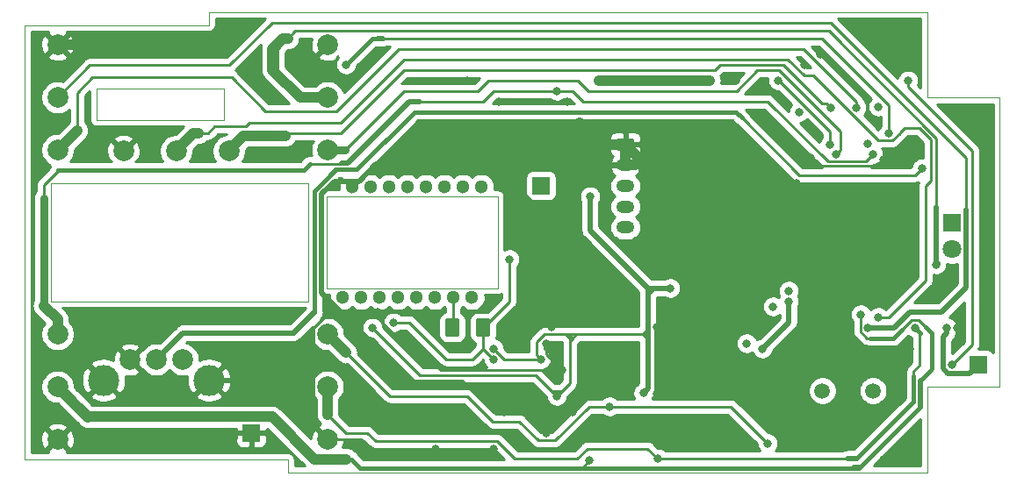
<source format=gbr>
G04 #@! TF.GenerationSoftware,KiCad,Pcbnew,6.0.0-unknown-f08d040~86~ubuntu18.04.1*
G04 #@! TF.CreationDate,2019-05-16T22:23:00+01:00*
G04 #@! TF.ProjectId,mouse8,6d6f7573-6538-42e6-9b69-6361645f7063,rev?*
G04 #@! TF.SameCoordinates,Original*
G04 #@! TF.FileFunction,Copper,L2,Bot*
G04 #@! TF.FilePolarity,Positive*
%FSLAX46Y46*%
G04 Gerber Fmt 4.6, Leading zero omitted, Abs format (unit mm)*
G04 Created by KiCad (PCBNEW 6.0.0-unknown-f08d040~86~ubuntu18.04.1) date 2019-05-16 22:23:00*
%MOMM*%
%LPD*%
G04 APERTURE LIST*
%ADD10C,0.050000*%
%ADD11R,1.700000X1.700000*%
%ADD12C,1.500000*%
%ADD13C,1.800000*%
%ADD14R,1.800000X1.800000*%
%ADD15C,0.100000*%
%ADD16C,1.425000*%
%ADD17C,2.000000*%
%ADD18C,1.300000*%
%ADD19C,3.000000*%
%ADD20O,1.750000X1.200000*%
%ADD21C,1.200000*%
%ADD22C,0.800000*%
%ADD23C,1.000000*%
%ADD24C,0.500000*%
%ADD25C,0.250000*%
%ADD26C,0.400000*%
%ADD27C,0.750000*%
%ADD28C,0.254000*%
G04 APERTURE END LIST*
D10*
X159308800Y-70916800D02*
X159308800Y-73914000D01*
X171653200Y-70916800D02*
X159308800Y-70916800D01*
X171653200Y-73914000D02*
X171653200Y-70916800D01*
X159308800Y-73914000D02*
X171653200Y-73914000D01*
X154940000Y-80010000D02*
X179705000Y-80010000D01*
X181483000Y-90170000D02*
X181483000Y-81280000D01*
X197993000Y-90170000D02*
X181483000Y-90170000D01*
X197993000Y-81280000D02*
X197993000Y-90170000D01*
X181483000Y-81280000D02*
X197993000Y-81280000D01*
X177800000Y-106680000D02*
X177800000Y-107950000D01*
X152400000Y-106680000D02*
X177800000Y-106680000D01*
X170180000Y-64770000D02*
X152400000Y-64770000D01*
X170180000Y-63500000D02*
X170180000Y-64770000D01*
X154940000Y-91440000D02*
X154940000Y-90805000D01*
X179705000Y-91440000D02*
X179705000Y-90805000D01*
X179705000Y-80010000D02*
X179705000Y-90805000D01*
X239395000Y-71755000D02*
X246380000Y-71755000D01*
X239395000Y-63500000D02*
X239395000Y-71755000D01*
X239395000Y-99695000D02*
X239395000Y-107950000D01*
X246380000Y-99695000D02*
X239395000Y-99695000D01*
X154940000Y-90805000D02*
X154940000Y-80010000D01*
X179705000Y-91440000D02*
X154940000Y-91440000D01*
X152400000Y-106680000D02*
X152400000Y-64770000D01*
X239395000Y-107950000D02*
X177800000Y-107950000D01*
X246380000Y-71755000D02*
X246380000Y-99695000D01*
X170180000Y-63500000D02*
X239395000Y-63500000D01*
D11*
X244348000Y-97536000D03*
X202184000Y-80264000D03*
X174244000Y-104140000D03*
D12*
X229308000Y-100076000D03*
X234188000Y-100076000D03*
D13*
X241808000Y-86360000D03*
D14*
X241808000Y-83820000D03*
D15*
G36*
X194108004Y-93106204D02*
G01*
X194132273Y-93109804D01*
X194156071Y-93115765D01*
X194179171Y-93124030D01*
X194201349Y-93134520D01*
X194222393Y-93147133D01*
X194242098Y-93161747D01*
X194260277Y-93178223D01*
X194276753Y-93196402D01*
X194291367Y-93216107D01*
X194303980Y-93237151D01*
X194314470Y-93259329D01*
X194322735Y-93282429D01*
X194328696Y-93306227D01*
X194332296Y-93330496D01*
X194333500Y-93355000D01*
X194333500Y-94605000D01*
X194332296Y-94629504D01*
X194328696Y-94653773D01*
X194322735Y-94677571D01*
X194314470Y-94700671D01*
X194303980Y-94722849D01*
X194291367Y-94743893D01*
X194276753Y-94763598D01*
X194260277Y-94781777D01*
X194242098Y-94798253D01*
X194222393Y-94812867D01*
X194201349Y-94825480D01*
X194179171Y-94835970D01*
X194156071Y-94844235D01*
X194132273Y-94850196D01*
X194108004Y-94853796D01*
X194083500Y-94855000D01*
X193158500Y-94855000D01*
X193133996Y-94853796D01*
X193109727Y-94850196D01*
X193085929Y-94844235D01*
X193062829Y-94835970D01*
X193040651Y-94825480D01*
X193019607Y-94812867D01*
X192999902Y-94798253D01*
X192981723Y-94781777D01*
X192965247Y-94763598D01*
X192950633Y-94743893D01*
X192938020Y-94722849D01*
X192927530Y-94700671D01*
X192919265Y-94677571D01*
X192913304Y-94653773D01*
X192909704Y-94629504D01*
X192908500Y-94605000D01*
X192908500Y-93355000D01*
X192909704Y-93330496D01*
X192913304Y-93306227D01*
X192919265Y-93282429D01*
X192927530Y-93259329D01*
X192938020Y-93237151D01*
X192950633Y-93216107D01*
X192965247Y-93196402D01*
X192981723Y-93178223D01*
X192999902Y-93161747D01*
X193019607Y-93147133D01*
X193040651Y-93134520D01*
X193062829Y-93124030D01*
X193085929Y-93115765D01*
X193109727Y-93109804D01*
X193133996Y-93106204D01*
X193158500Y-93105000D01*
X194083500Y-93105000D01*
X194108004Y-93106204D01*
X194108004Y-93106204D01*
G37*
D16*
X193621000Y-93980000D03*
D15*
G36*
X197083004Y-93106204D02*
G01*
X197107273Y-93109804D01*
X197131071Y-93115765D01*
X197154171Y-93124030D01*
X197176349Y-93134520D01*
X197197393Y-93147133D01*
X197217098Y-93161747D01*
X197235277Y-93178223D01*
X197251753Y-93196402D01*
X197266367Y-93216107D01*
X197278980Y-93237151D01*
X197289470Y-93259329D01*
X197297735Y-93282429D01*
X197303696Y-93306227D01*
X197307296Y-93330496D01*
X197308500Y-93355000D01*
X197308500Y-94605000D01*
X197307296Y-94629504D01*
X197303696Y-94653773D01*
X197297735Y-94677571D01*
X197289470Y-94700671D01*
X197278980Y-94722849D01*
X197266367Y-94743893D01*
X197251753Y-94763598D01*
X197235277Y-94781777D01*
X197217098Y-94798253D01*
X197197393Y-94812867D01*
X197176349Y-94825480D01*
X197154171Y-94835970D01*
X197131071Y-94844235D01*
X197107273Y-94850196D01*
X197083004Y-94853796D01*
X197058500Y-94855000D01*
X196133500Y-94855000D01*
X196108996Y-94853796D01*
X196084727Y-94850196D01*
X196060929Y-94844235D01*
X196037829Y-94835970D01*
X196015651Y-94825480D01*
X195994607Y-94812867D01*
X195974902Y-94798253D01*
X195956723Y-94781777D01*
X195940247Y-94763598D01*
X195925633Y-94743893D01*
X195913020Y-94722849D01*
X195902530Y-94700671D01*
X195894265Y-94677571D01*
X195888304Y-94653773D01*
X195884704Y-94629504D01*
X195883500Y-94605000D01*
X195883500Y-93355000D01*
X195884704Y-93330496D01*
X195888304Y-93306227D01*
X195894265Y-93282429D01*
X195902530Y-93259329D01*
X195913020Y-93237151D01*
X195925633Y-93216107D01*
X195940247Y-93196402D01*
X195956723Y-93178223D01*
X195974902Y-93161747D01*
X195994607Y-93147133D01*
X196015651Y-93134520D01*
X196037829Y-93124030D01*
X196060929Y-93115765D01*
X196084727Y-93109804D01*
X196108996Y-93106204D01*
X196133500Y-93105000D01*
X197058500Y-93105000D01*
X197083004Y-93106204D01*
X197083004Y-93106204D01*
G37*
D16*
X196596000Y-93980000D03*
D17*
X181610000Y-71755000D03*
X181610000Y-66675000D03*
X181610000Y-76835000D03*
D18*
X195523000Y-91075000D03*
X193743000Y-91075000D03*
X191963000Y-91075000D03*
X190183000Y-91075000D03*
X188403000Y-91075000D03*
X186623000Y-91075000D03*
X184843000Y-91075000D03*
X183063000Y-91075000D03*
X183953000Y-80375000D03*
X185733000Y-80375000D03*
X187513000Y-80375000D03*
X189293000Y-80375000D03*
X191073000Y-80375000D03*
X192853000Y-80375000D03*
X194633000Y-80375000D03*
X196413000Y-80375000D03*
D17*
X181610000Y-99695000D03*
X181610000Y-104775000D03*
X181610000Y-94615000D03*
D19*
X170180000Y-99060000D03*
X160020000Y-99060000D03*
D17*
X162560000Y-97060000D03*
X165100000Y-97060000D03*
X167640000Y-97060000D03*
D20*
X210312000Y-84301000D03*
X210312000Y-82301000D03*
X210312000Y-80301000D03*
X210312000Y-78301000D03*
D15*
G36*
X210961865Y-75702202D02*
G01*
X210986095Y-75705796D01*
X211009855Y-75711748D01*
X211032918Y-75720000D01*
X211055061Y-75730472D01*
X211076070Y-75743065D01*
X211095745Y-75757657D01*
X211113894Y-75774106D01*
X211130343Y-75792255D01*
X211144935Y-75811930D01*
X211157528Y-75832939D01*
X211168000Y-75855082D01*
X211176252Y-75878145D01*
X211182204Y-75901905D01*
X211185798Y-75926135D01*
X211187000Y-75950600D01*
X211187000Y-76651400D01*
X211185798Y-76675865D01*
X211182204Y-76700095D01*
X211176252Y-76723855D01*
X211168000Y-76746918D01*
X211157528Y-76769061D01*
X211144935Y-76790070D01*
X211130343Y-76809745D01*
X211113894Y-76827894D01*
X211095745Y-76844343D01*
X211076070Y-76858935D01*
X211055061Y-76871528D01*
X211032918Y-76882000D01*
X211009855Y-76890252D01*
X210986095Y-76896204D01*
X210961865Y-76899798D01*
X210937400Y-76901000D01*
X209686600Y-76901000D01*
X209662135Y-76899798D01*
X209637905Y-76896204D01*
X209614145Y-76890252D01*
X209591082Y-76882000D01*
X209568939Y-76871528D01*
X209547930Y-76858935D01*
X209528255Y-76844343D01*
X209510106Y-76827894D01*
X209493657Y-76809745D01*
X209479065Y-76790070D01*
X209466472Y-76769061D01*
X209456000Y-76746918D01*
X209447748Y-76723855D01*
X209441796Y-76700095D01*
X209438202Y-76675865D01*
X209437000Y-76651400D01*
X209437000Y-75950600D01*
X209438202Y-75926135D01*
X209441796Y-75901905D01*
X209447748Y-75878145D01*
X209456000Y-75855082D01*
X209466472Y-75832939D01*
X209479065Y-75811930D01*
X209493657Y-75792255D01*
X209510106Y-75774106D01*
X209528255Y-75757657D01*
X209547930Y-75743065D01*
X209568939Y-75730472D01*
X209591082Y-75720000D01*
X209614145Y-75711748D01*
X209637905Y-75705796D01*
X209662135Y-75702202D01*
X209686600Y-75701000D01*
X210937400Y-75701000D01*
X210961865Y-75702202D01*
X210961865Y-75702202D01*
G37*
D21*
X210312000Y-76301000D03*
D17*
X155575000Y-71755000D03*
X155575000Y-66675000D03*
X155575000Y-76835000D03*
X167005000Y-76935000D03*
X161925000Y-76935000D03*
X172085000Y-76935000D03*
X155575000Y-99695000D03*
X155575000Y-104775000D03*
X155575000Y-94615000D03*
D22*
X233680000Y-76200000D03*
X234696000Y-72644000D03*
X227076000Y-73152000D03*
X226060000Y-90424000D03*
X224536000Y-91948000D03*
X221996000Y-95504000D03*
X218440000Y-70104000D03*
X215900000Y-70104000D03*
X210312000Y-70104000D03*
X207772000Y-70104000D03*
X214630000Y-90170000D03*
X212053242Y-100293242D03*
X202174673Y-97027936D03*
X197616653Y-96007347D03*
X203708000Y-100584000D03*
X185928000Y-93980000D03*
X206905000Y-81300000D03*
X213360000Y-93947010D03*
X213360000Y-100330000D03*
X213360000Y-79756000D03*
X226785000Y-76708000D03*
X223520000Y-77724000D03*
X191008000Y-96520000D03*
X204216000Y-98044000D03*
X202692000Y-95504000D03*
X203200000Y-93909062D03*
X202692000Y-90791001D03*
X242692341Y-95372341D03*
X236728000Y-67056000D03*
X227584000Y-68580000D03*
X175768000Y-71628000D03*
X175260000Y-77216000D03*
X169672000Y-77216000D03*
X220980000Y-70104000D03*
X195072000Y-70104000D03*
X198120000Y-72136000D03*
X204724000Y-72136000D03*
X205232000Y-102108000D03*
X210820000Y-98552000D03*
X203708000Y-84328000D03*
X198120000Y-79248000D03*
X223520000Y-89408000D03*
X245364000Y-73660000D03*
X202692000Y-104140000D03*
X172720000Y-64516000D03*
X198628000Y-102108000D03*
X224028000Y-102616000D03*
X209804000Y-89916000D03*
X186944000Y-103124000D03*
X175260000Y-98044000D03*
X186436000Y-92456000D03*
X230322990Y-93670990D03*
X239593500Y-90606500D03*
X221488000Y-84836000D03*
X228189000Y-77627000D03*
X226822000Y-80010000D03*
X237725750Y-96030250D03*
X225824250Y-95776250D03*
X235204000Y-77724000D03*
X214884000Y-91948000D03*
X219456000Y-79756000D03*
X218572000Y-105024000D03*
X223012000Y-70612000D03*
X228092000Y-74676000D03*
X229108000Y-67564000D03*
X191516000Y-74676000D03*
X198628000Y-75184000D03*
X242316000Y-93980000D03*
X220236250Y-95776250D03*
X192024000Y-105664000D03*
X235204000Y-106680000D03*
X201676000Y-92456000D03*
X205884500Y-74204500D03*
X191516000Y-93472000D03*
X244978341Y-93086341D03*
X197612000Y-105664000D03*
X228600000Y-81788000D03*
X235712000Y-81788000D03*
X235712000Y-83312000D03*
X234188000Y-83312000D03*
X234200000Y-81800000D03*
X232156000Y-81788000D03*
X232156000Y-83312000D03*
X230124000Y-83312000D03*
X230124000Y-81788000D03*
X228600000Y-83312000D03*
X228600000Y-84836000D03*
X230124000Y-84836000D03*
X232156000Y-84836000D03*
X234188000Y-84836000D03*
X235712000Y-84836000D03*
X235712000Y-86360000D03*
X232156000Y-86360000D03*
X228600000Y-86360000D03*
X230124000Y-86360000D03*
X230124000Y-88468000D03*
X232156000Y-88392000D03*
X233680000Y-88392000D03*
X233934000Y-86614000D03*
X228600000Y-88392000D03*
X235458000Y-88392000D03*
X197612000Y-97028000D03*
X187960000Y-93472000D03*
X199136000Y-87376000D03*
X238884653Y-78615347D03*
X235712000Y-75184000D03*
X183388000Y-68580000D03*
X223520000Y-96012000D03*
X226060000Y-91440000D03*
X240284000Y-87884000D03*
X238252000Y-93980000D03*
X213416002Y-106623998D03*
X234696000Y-92964000D03*
X233680000Y-93980000D03*
X230627347Y-77216000D03*
X208788000Y-101600000D03*
X230008200Y-76361606D03*
X225039347Y-70108653D03*
X237569990Y-70119818D03*
X241808000Y-97536000D03*
X224028000Y-105156000D03*
X230124000Y-72728000D03*
X232580000Y-72728000D03*
X234188000Y-77216000D03*
X203708000Y-71120000D03*
X233006000Y-92710000D03*
X206858353Y-106782353D03*
X241300000Y-93980000D03*
D23*
X215900000Y-70104000D02*
X212852000Y-70104000D01*
X212852000Y-70104000D02*
X209296000Y-70104000D01*
X215900000Y-70104000D02*
X218440000Y-70104000D01*
X209296000Y-70104000D02*
X207772000Y-70104000D01*
D24*
X206905000Y-84584938D02*
X206905000Y-81300000D01*
X212490062Y-90170000D02*
X206905000Y-84584938D01*
X212490062Y-99856422D02*
X212053242Y-100293242D01*
D25*
X201774674Y-95348324D02*
X202488936Y-94634062D01*
X201774674Y-96627937D02*
X201774674Y-95348324D01*
X202174673Y-97027936D02*
X201774674Y-96627937D01*
X202174673Y-97027936D02*
X198637242Y-97027936D01*
X198637242Y-97027936D02*
X197616653Y-96007347D01*
X204941001Y-94778999D02*
X205085938Y-94634062D01*
X212490062Y-90785938D02*
X213106000Y-90170000D01*
X212490062Y-91078062D02*
X212490062Y-90785938D01*
D24*
X213106000Y-90170000D02*
X212490062Y-90170000D01*
X214630000Y-90170000D02*
X213106000Y-90170000D01*
X212490062Y-90170000D02*
X212490062Y-91078062D01*
D25*
X211982062Y-94634062D02*
X212490062Y-94126062D01*
D24*
X212490062Y-94126062D02*
X212490062Y-94634062D01*
X212490062Y-91078062D02*
X212490062Y-94126062D01*
D25*
X211982062Y-94634062D02*
X212490062Y-94634062D01*
X211982062Y-94634062D02*
X212490062Y-95142062D01*
D24*
X212490062Y-94634062D02*
X212490062Y-95142062D01*
X212490062Y-95142062D02*
X212490062Y-99856422D01*
D25*
X205593938Y-94634062D02*
X211982062Y-94634062D01*
X205085938Y-94634062D02*
X205593938Y-94634062D01*
X204941001Y-95213001D02*
X205014999Y-95213001D01*
X204941001Y-95213001D02*
X204941001Y-94778999D01*
X204941001Y-99350999D02*
X204941001Y-95213001D01*
X204941001Y-94997125D02*
X204577938Y-94634062D01*
X204941001Y-95213001D02*
X204941001Y-94997125D01*
X202488936Y-94634062D02*
X204577938Y-94634062D01*
X204577938Y-94634062D02*
X205085938Y-94634062D01*
X205014999Y-94778999D02*
X205232000Y-94996000D01*
X205014999Y-95213001D02*
X205232000Y-94996000D01*
X204941001Y-94778999D02*
X205014999Y-94778999D01*
X205232000Y-94996000D02*
X205593938Y-94634062D01*
X203200000Y-100076000D02*
X204216000Y-100076000D01*
X204216000Y-100076000D02*
X204941001Y-99350999D01*
X203708000Y-100584000D02*
X204216000Y-100076000D01*
X203708000Y-100584000D02*
X203200000Y-100076000D01*
X190500000Y-98552000D02*
X201676000Y-98552000D01*
X201676000Y-98552000D02*
X203200000Y-100076000D01*
X185928000Y-93980000D02*
X190500000Y-98552000D01*
X160020000Y-100330000D02*
X160020000Y-99060000D01*
X160560000Y-99060000D02*
X160020000Y-99060000D01*
X182245000Y-66040000D02*
X181610000Y-66675000D01*
X223520000Y-77724000D02*
X211328000Y-77724000D01*
D24*
X213360000Y-99060000D02*
X213360000Y-100330000D01*
X213360000Y-93947010D02*
X213360000Y-99060000D01*
D25*
X192532000Y-98044000D02*
X191008000Y-96520000D01*
X202692000Y-95504000D02*
X202692000Y-96520000D01*
X202692000Y-93401062D02*
X203200000Y-93909062D01*
X202692000Y-91948000D02*
X202692000Y-90791001D01*
X180284999Y-103449999D02*
X180610001Y-103775001D01*
X180610001Y-103775001D02*
X181610000Y-104775000D01*
X180284999Y-93978999D02*
X180284999Y-103449999D01*
X181299998Y-92964000D02*
X180284999Y-93978999D01*
X189934998Y-96520000D02*
X186436000Y-93021002D01*
X191008000Y-96520000D02*
X189934998Y-96520000D01*
D24*
X202692000Y-85344000D02*
X203708000Y-84328000D01*
X202692000Y-90791001D02*
X202692000Y-85344000D01*
X198628000Y-79248000D02*
X198120000Y-79248000D01*
X203708000Y-84328000D02*
X198628000Y-79248000D01*
D23*
X170561000Y-66675000D02*
X155575000Y-66675000D01*
D24*
X172720000Y-64516000D02*
X170561000Y-66675000D01*
X174244000Y-99060000D02*
X175260000Y-98044000D01*
X170180000Y-99060000D02*
X174244000Y-99060000D01*
X200660000Y-102108000D02*
X202692000Y-104140000D01*
X198628000Y-102108000D02*
X200660000Y-102108000D01*
X204724000Y-102108000D02*
X202692000Y-104140000D01*
X205232000Y-102108000D02*
X204724000Y-102108000D01*
X205232000Y-102108000D02*
X208788000Y-98552000D01*
X184632999Y-79846999D02*
X186279998Y-78200000D01*
X182244236Y-79846999D02*
X184632999Y-79846999D01*
X181007990Y-81083245D02*
X182244236Y-79846999D01*
X181007990Y-90647992D02*
X181007990Y-81083245D01*
X210820000Y-98552000D02*
X209804000Y-98552000D01*
X198120000Y-78232000D02*
X198152000Y-78200000D01*
X198120000Y-79248000D02*
X198120000Y-78232000D01*
X186279998Y-78200000D02*
X198152000Y-78200000D01*
X198152000Y-78200000D02*
X206905000Y-78200000D01*
D25*
X186436000Y-92456000D02*
X186436000Y-93021002D01*
X186436000Y-93021002D02*
X186378998Y-93021002D01*
X186436000Y-92456000D02*
X185985002Y-92906998D01*
X183896000Y-92964000D02*
X181299998Y-92964000D01*
X183863999Y-92996001D02*
X183896000Y-92964000D01*
X184912000Y-92964000D02*
X183896000Y-92964000D01*
X183863999Y-93504001D02*
X183863999Y-92996001D01*
D24*
X183863999Y-93504001D02*
X181007990Y-90647992D01*
D25*
X203708000Y-97536000D02*
X204216000Y-98044000D01*
X202692000Y-96520000D02*
X203708000Y-97536000D01*
X203708000Y-98044000D02*
X192532000Y-98044000D01*
X203708000Y-98044000D02*
X203708000Y-97536000D01*
X204216000Y-98044000D02*
X203708000Y-98044000D01*
D24*
X209296000Y-98552000D02*
X210820000Y-98552000D01*
X208788000Y-98552000D02*
X209296000Y-98552000D01*
D25*
X223520000Y-89408000D02*
X219456000Y-93472000D01*
X213835010Y-93472000D02*
X213360000Y-93947010D01*
X219456000Y-93472000D02*
X213835010Y-93472000D01*
X228588999Y-78026999D02*
X228189000Y-77627000D01*
X228953011Y-78391011D02*
X228588999Y-78026999D01*
X234536989Y-78391011D02*
X228953011Y-78391011D01*
X235204000Y-77724000D02*
X234536989Y-78391011D01*
D23*
X210312000Y-78301000D02*
X210312000Y-76301000D01*
X211259000Y-78301000D02*
X211836000Y-77724000D01*
X210312000Y-78301000D02*
X211259000Y-78301000D01*
X211836000Y-77724000D02*
X211836000Y-78232000D01*
X211735000Y-77724000D02*
X210312000Y-76301000D01*
X211836000Y-77724000D02*
X211735000Y-77724000D01*
X212344000Y-78740000D02*
X213360000Y-77724000D01*
X213360000Y-77724000D02*
X211836000Y-77724000D01*
X212344000Y-78740000D02*
X213360000Y-79756000D01*
X223520000Y-77724000D02*
X213360000Y-77724000D01*
X211836000Y-78232000D02*
X212344000Y-78740000D01*
D24*
X207006000Y-78301000D02*
X210312000Y-78301000D01*
X206905000Y-78200000D02*
X207006000Y-78301000D01*
X198189000Y-78301000D02*
X198120000Y-78232000D01*
X210312000Y-78301000D02*
X198189000Y-78301000D01*
D23*
X210312000Y-76301000D02*
X207981000Y-76301000D01*
X207981000Y-76301000D02*
X205884500Y-74204500D01*
D25*
X201676000Y-92456000D02*
X202692000Y-92456000D01*
X202692000Y-91948000D02*
X202692000Y-92456000D01*
X202692000Y-92456000D02*
X202692000Y-93401062D01*
X186436000Y-92964000D02*
X186436000Y-92456000D01*
X181299998Y-92964000D02*
X186436000Y-92964000D01*
X198628000Y-102108000D02*
X197612000Y-102108000D01*
X197612000Y-102108000D02*
X194596001Y-99092001D01*
X194596001Y-99092001D02*
X189451999Y-99092001D01*
D24*
X189451999Y-99092001D02*
X183863999Y-93504001D01*
D25*
X197612000Y-105664000D02*
X197612000Y-105664000D01*
X185674000Y-105664000D02*
X184785000Y-104775000D01*
X192024000Y-105664000D02*
X185674000Y-105664000D01*
X184785000Y-104775000D02*
X181610000Y-104775000D01*
X197612000Y-105664000D02*
X192024000Y-105664000D01*
X190500000Y-92456000D02*
X191516000Y-93472000D01*
X186436000Y-92456000D02*
X190500000Y-92456000D01*
X196596000Y-93980000D02*
X196596000Y-96012000D01*
X196596000Y-96012000D02*
X197612000Y-97028000D01*
X196596000Y-96012000D02*
X195580000Y-97028000D01*
X195580000Y-97028000D02*
X194056000Y-97028000D01*
X194056000Y-97028000D02*
X193040000Y-97028000D01*
X193040000Y-97028000D02*
X189484000Y-93472000D01*
X189484000Y-93472000D02*
X187960000Y-93472000D01*
X196596000Y-93980000D02*
X199136000Y-91440000D01*
X199136000Y-91440000D02*
X199136000Y-87376000D01*
X186808540Y-91260540D02*
X186623000Y-91075000D01*
X238884653Y-78615347D02*
X238252000Y-79248000D01*
X238252000Y-79248000D02*
X227076000Y-79248000D01*
X227076000Y-79248000D02*
X221545990Y-73717990D01*
D26*
X178292000Y-94504000D02*
X178562000Y-94234000D01*
X180340000Y-92456000D02*
X180340000Y-80772000D01*
X180340000Y-80772000D02*
X181356000Y-79756000D01*
X181356000Y-79756000D02*
X182372000Y-78740000D01*
X220980000Y-73152000D02*
X221545990Y-73717990D01*
X189992000Y-73152000D02*
X220980000Y-73152000D01*
X184421010Y-78722990D02*
X189992000Y-73152000D01*
X181356000Y-79756000D02*
X182389010Y-78722990D01*
X182389010Y-78722990D02*
X184421010Y-78722990D01*
D24*
X178292000Y-94504000D02*
X180340000Y-92456000D01*
X167656000Y-94504000D02*
X178292000Y-94504000D01*
X165100000Y-97060000D02*
X167656000Y-94504000D01*
X186436000Y-66040000D02*
X186944000Y-66040000D01*
D25*
X229236410Y-66040000D02*
X186944000Y-66040000D01*
D26*
X185928000Y-66040000D02*
X186944000Y-66040000D01*
X183388000Y-68580000D02*
X185928000Y-66040000D01*
D25*
X235522205Y-72325795D02*
X235712000Y-72515590D01*
X235712000Y-72515590D02*
X235712000Y-75184000D01*
X229236410Y-66040000D02*
X235522205Y-72325795D01*
D24*
X223520000Y-96012000D02*
X226060000Y-93472000D01*
X226060000Y-93472000D02*
X226060000Y-91440000D01*
X240457999Y-87710001D02*
X240284000Y-87884000D01*
X240284000Y-82296000D02*
X240284000Y-87884000D01*
D23*
X181610000Y-71755000D02*
X178943000Y-71755000D01*
X178943000Y-71755000D02*
X176276000Y-69088000D01*
X176276000Y-69088000D02*
X176276000Y-67056000D01*
X176276000Y-67056000D02*
X177292000Y-66040000D01*
X177292000Y-66040000D02*
X177800000Y-66040000D01*
D25*
X179451000Y-71755000D02*
X181610000Y-71755000D01*
X240284000Y-82296000D02*
X240284000Y-75692000D01*
X176784000Y-67056000D02*
X176784000Y-69088000D01*
X240284000Y-75692000D02*
X229941999Y-65349999D01*
X178490001Y-65349999D02*
X176784000Y-67056000D01*
X229941999Y-65349999D02*
X178490001Y-65349999D01*
X176784000Y-69088000D02*
X179451000Y-71755000D01*
X240284000Y-87884000D02*
X240284000Y-75692000D01*
D23*
X181610000Y-102362000D02*
X181610000Y-99695000D01*
D25*
X213416002Y-106623998D02*
X231704002Y-106623998D01*
D26*
X238760000Y-94488000D02*
X238252000Y-93980000D01*
D25*
X181610000Y-101346000D02*
X181610000Y-99695000D01*
X238651999Y-97644001D02*
X238651999Y-94379999D01*
X238109990Y-98186010D02*
X238651999Y-97644001D01*
X238651999Y-94379999D02*
X238252000Y-93980000D01*
X238109990Y-98694010D02*
X238109990Y-98186010D01*
X181610000Y-102362000D02*
X183388000Y-104140000D01*
X183388000Y-104140000D02*
X184912000Y-104140000D01*
X184912000Y-104140000D02*
X184404000Y-104140000D01*
D26*
X238109990Y-101122006D02*
X232607998Y-106623998D01*
X238109990Y-100726010D02*
X238109990Y-101122006D01*
D24*
X231704002Y-106623998D02*
X232607998Y-106623998D01*
D26*
X238109990Y-100726010D02*
X238109990Y-98694010D01*
D25*
X184912000Y-104140000D02*
X185420000Y-104140000D01*
X197960001Y-104938999D02*
X199644000Y-106622998D01*
X212456004Y-105664000D02*
X213416002Y-106623998D01*
X206641996Y-105664000D02*
X212456004Y-105664000D01*
X185420000Y-104140000D02*
X186218999Y-104938999D01*
X186218999Y-104938999D02*
X197960001Y-104938999D01*
X199644000Y-106622998D02*
X205682998Y-106622998D01*
X205682998Y-106622998D02*
X206641996Y-105664000D01*
D23*
X167005000Y-76835000D02*
X168656000Y-75184000D01*
X169164000Y-75184000D02*
X168656000Y-75184000D01*
D25*
X228403499Y-69624501D02*
X227555499Y-69624501D01*
X188976000Y-68072000D02*
X182880000Y-74168000D01*
X234687999Y-75909001D02*
X228403499Y-69624501D01*
X226002998Y-68072000D02*
X188976000Y-68072000D01*
X236060001Y-75909001D02*
X234687999Y-75909001D01*
X227555499Y-69624501D02*
X226002998Y-68072000D01*
X236437001Y-75532001D02*
X236437001Y-75474999D01*
X236060001Y-75909001D02*
X236437001Y-75532001D01*
X234696000Y-92964000D02*
X235712000Y-92964000D01*
X239268000Y-89408000D02*
X239268000Y-87884000D01*
X239268000Y-88392000D02*
X239268000Y-87884000D01*
X235712000Y-92964000D02*
X239268000Y-89408000D01*
X236785002Y-75184000D02*
X236060001Y-75909001D01*
X236785002Y-75126998D02*
X236785002Y-75184000D01*
X239268000Y-87884000D02*
X239268000Y-80264000D01*
X239776000Y-75820410D02*
X238631590Y-74676000D01*
X238631590Y-74676000D02*
X237236000Y-74676000D01*
X239776000Y-79756000D02*
X239776000Y-75820410D01*
X239268000Y-80264000D02*
X239776000Y-79756000D01*
X237236000Y-74676000D02*
X236785002Y-75126998D01*
X170078400Y-75184000D02*
X170713400Y-74549000D01*
X169164000Y-75184000D02*
X170078400Y-75184000D01*
X173710600Y-74549000D02*
X174091600Y-74168000D01*
X170713400Y-74549000D02*
X173710600Y-74549000D01*
X182880000Y-74168000D02*
X174091600Y-74168000D01*
D24*
X236186002Y-93980000D02*
X233680000Y-93980000D01*
X243158001Y-82559999D02*
X243158001Y-87008001D01*
D25*
X177649260Y-64516000D02*
X176784000Y-64516000D01*
X177800000Y-64516000D02*
X177649260Y-64516000D01*
X177800000Y-64516000D02*
X176276000Y-64516000D01*
D24*
X236186002Y-93980000D02*
X237710002Y-92456000D01*
X237710002Y-92456000D02*
X240792000Y-92456000D01*
X243158001Y-90089999D02*
X243158001Y-87008001D01*
X240792000Y-92456000D02*
X243158001Y-90089999D01*
D25*
X230124000Y-64516000D02*
X177800000Y-64516000D01*
X243158001Y-77550001D02*
X230124000Y-64516000D01*
X243158001Y-82559999D02*
X243158001Y-77550001D01*
X158699200Y-68630800D02*
X172161200Y-68630800D01*
X155575000Y-71755000D02*
X158699200Y-68630800D01*
X176276000Y-64516000D02*
X172161200Y-68630800D01*
X208280000Y-71120000D02*
X208788000Y-71120000D01*
X206756000Y-71120000D02*
X208788000Y-71120000D01*
X208788000Y-71120000D02*
X209296000Y-71120000D01*
X209296000Y-71120000D02*
X206756000Y-71120000D01*
X206756000Y-71120000D02*
X205740000Y-70104000D01*
X205740000Y-70104000D02*
X197104000Y-70104000D01*
X197104000Y-70104000D02*
X196088000Y-71120000D01*
D27*
X181610000Y-76835000D02*
X183261000Y-76835000D01*
D25*
X188976000Y-71120000D02*
X189992000Y-71120000D01*
X183261000Y-76835000D02*
X188976000Y-71120000D01*
X196088000Y-71120000D02*
X189992000Y-71120000D01*
X221037002Y-71120000D02*
X209296000Y-71120000D01*
X223012000Y-69145002D02*
X221037002Y-71120000D01*
X225101002Y-69145002D02*
X223012000Y-69145002D01*
X231027346Y-75071346D02*
X225101002Y-69145002D01*
X231027346Y-76816001D02*
X231027346Y-75071346D01*
X230627347Y-77216000D02*
X231027346Y-76816001D01*
D23*
X181610000Y-94615000D02*
X183388000Y-96393000D01*
D25*
X225105655Y-70108653D02*
X225039347Y-70108653D01*
X230008200Y-76361606D02*
X230008200Y-75011198D01*
X230008200Y-75011198D02*
X225105655Y-70108653D01*
X237569990Y-70119818D02*
X237569990Y-70711514D01*
X237569990Y-70711514D02*
X243733011Y-76874535D01*
X243733011Y-95610989D02*
X241808000Y-97536000D01*
X243733011Y-95102989D02*
X243733011Y-95610989D01*
X243733011Y-76874535D02*
X243733011Y-95102989D01*
X220472000Y-101600000D02*
X208788000Y-101600000D01*
X224028000Y-105156000D02*
X220472000Y-101600000D01*
X187579000Y-100584000D02*
X186499500Y-99504500D01*
X200088500Y-103060500D02*
X197548500Y-103060500D01*
X186499500Y-99504500D02*
X181610000Y-94615000D01*
X195072000Y-100584000D02*
X187579000Y-100584000D01*
X203548001Y-104865001D02*
X201893001Y-104865001D01*
X208788000Y-101600000D02*
X206813002Y-101600000D01*
X197548500Y-103060500D02*
X195072000Y-100584000D01*
X206813002Y-101600000D02*
X203548001Y-104865001D01*
X201893001Y-104865001D02*
X200088500Y-103060500D01*
X182880000Y-75184000D02*
X173736000Y-75184000D01*
X188976000Y-69088000D02*
X182880000Y-75184000D01*
D23*
X172085000Y-76835000D02*
X173482000Y-75438000D01*
D25*
X173736000Y-75184000D02*
X173482000Y-75438000D01*
D23*
X173482000Y-75438000D02*
X177546000Y-75438000D01*
D25*
X230124000Y-72728000D02*
X229724001Y-72328001D01*
X229724001Y-72328001D02*
X229300001Y-72328001D01*
X229300001Y-72328001D02*
X225552000Y-68580000D01*
X219456000Y-68580000D02*
X218948000Y-69088000D01*
X225552000Y-68580000D02*
X219456000Y-68580000D01*
X218948000Y-69088000D02*
X188976000Y-69088000D01*
X157454600Y-71297800D02*
X157454600Y-74955400D01*
X158953200Y-69799200D02*
X157454600Y-71297800D01*
X172339000Y-69799200D02*
X158953200Y-69799200D01*
X232580000Y-72162315D02*
X227473685Y-67056000D01*
X175619801Y-73080001D02*
X172339000Y-69799200D01*
X232580000Y-72728000D02*
X232580000Y-72162315D01*
X188468000Y-67056000D02*
X182443999Y-73080001D01*
X227473685Y-67056000D02*
X188468000Y-67056000D01*
D23*
X157454600Y-74955400D02*
X155575000Y-76835000D01*
D25*
X182443999Y-73080001D02*
X175619801Y-73080001D01*
X220472000Y-72136000D02*
X220980000Y-72136000D01*
X219456000Y-72136000D02*
X221139998Y-72136000D01*
X219456000Y-72136000D02*
X220472000Y-72136000D01*
D26*
X179324000Y-78740000D02*
X179903999Y-78160001D01*
D25*
X179903999Y-78160001D02*
X182951999Y-78160001D01*
D23*
X155575000Y-94615000D02*
X155575000Y-93200787D01*
X155575000Y-93200787D02*
X154249999Y-91875786D01*
D24*
X183547020Y-78072980D02*
X182951999Y-78072980D01*
X190500000Y-72136000D02*
X189484000Y-72136000D01*
X189484000Y-72136000D02*
X183547020Y-78072980D01*
D25*
X196596000Y-72136000D02*
X190500000Y-72136000D01*
X197612000Y-71120000D02*
X196596000Y-72136000D01*
X206248000Y-72136000D02*
X205232000Y-71120000D01*
X219456000Y-72136000D02*
X206248000Y-72136000D01*
X205232000Y-71120000D02*
X203708000Y-71120000D01*
X203708000Y-71120000D02*
X197612000Y-71120000D01*
X154249999Y-80205013D02*
X154249999Y-81462001D01*
X155715012Y-78740000D02*
X154249999Y-80205013D01*
X157480000Y-78740000D02*
X155715012Y-78740000D01*
D26*
X155608946Y-78740000D02*
X157480000Y-78740000D01*
X157480000Y-78740000D02*
X179324000Y-78740000D01*
D27*
X154249999Y-91875786D02*
X154249999Y-81462001D01*
D25*
X234188000Y-77216000D02*
X233680000Y-77724000D01*
X233462999Y-77941001D02*
X229833001Y-77941001D01*
X229833001Y-77941001D02*
X224028000Y-72136000D01*
X234188000Y-77216000D02*
X233462999Y-77941001D01*
X224028000Y-72136000D02*
X220472000Y-72136000D01*
X237903999Y-93254999D02*
X238600001Y-93254999D01*
D26*
X183896000Y-106680000D02*
X184740990Y-107524990D01*
X184740990Y-107524990D02*
X191687010Y-107524990D01*
X178308000Y-104648000D02*
X180340000Y-106680000D01*
X232327010Y-107524990D02*
X232388990Y-107524990D01*
D24*
X158496000Y-102616000D02*
X176276000Y-102616000D01*
D23*
X158496000Y-102616000D02*
X155575000Y-99695000D01*
D24*
X176276000Y-102616000D02*
X178308000Y-104648000D01*
D26*
X236162998Y-94996000D02*
X236953499Y-94205499D01*
D25*
X236953499Y-94205499D02*
X237903999Y-93254999D01*
X205911010Y-107524990D02*
X206115716Y-107524990D01*
X206115716Y-107524990D02*
X206858353Y-106782353D01*
D26*
X191687010Y-107524990D02*
X205911010Y-107524990D01*
D23*
X156574999Y-100694999D02*
X155575000Y-99695000D01*
X158469999Y-102589999D02*
X156574999Y-100694999D01*
X176249999Y-102589999D02*
X158469999Y-102589999D01*
X180340000Y-106680000D02*
X176249999Y-102589999D01*
X180340000Y-106680000D02*
X183388000Y-106680000D01*
D26*
X183388000Y-106680000D02*
X183896000Y-106680000D01*
X233934000Y-94996000D02*
X236162998Y-94996000D01*
D25*
X233622998Y-94996000D02*
X232954999Y-94328001D01*
X233934000Y-94996000D02*
X233622998Y-94996000D01*
X232954999Y-93631999D02*
X232954999Y-94328001D01*
X233006000Y-93580998D02*
X232954999Y-93631999D01*
X233006000Y-92710000D02*
X233006000Y-93580998D01*
D26*
X239868009Y-94523007D02*
X239296501Y-93951499D01*
X239776000Y-98044000D02*
X239868009Y-97951991D01*
X238760000Y-99060000D02*
X239776000Y-98044000D01*
X239868009Y-97951991D02*
X239868009Y-94523007D01*
D25*
X238600001Y-93254999D02*
X239296501Y-93951499D01*
D26*
X233085992Y-107274008D02*
X232885010Y-107474990D01*
D24*
X232885010Y-107474990D02*
X232327010Y-107474990D01*
D26*
X232835010Y-107524990D02*
X231311010Y-107524990D01*
X238760000Y-101600000D02*
X232835010Y-107524990D01*
X231311010Y-107524990D02*
X232327010Y-107524990D01*
X205911010Y-107524990D02*
X231311010Y-107524990D01*
D24*
X238760000Y-99060000D02*
X238760000Y-101600000D01*
D25*
X193743000Y-93858000D02*
X193621000Y-93980000D01*
X193743000Y-91075000D02*
X193743000Y-93858000D01*
D24*
X243497999Y-98386001D02*
X244348000Y-97536000D01*
X241399999Y-98386001D02*
X243497999Y-98386001D01*
X240951019Y-97937021D02*
X241399999Y-98386001D01*
X240951019Y-94894666D02*
X240951019Y-97937021D01*
X241300000Y-94545685D02*
X240951019Y-94894666D01*
X241300000Y-93980000D02*
X241300000Y-94545685D01*
D28*
G36*
X238760001Y-107315000D02*
G01*
X234225867Y-107315000D01*
X238760000Y-102780868D01*
X238760001Y-107315000D01*
X238760001Y-107315000D01*
G37*
X238760001Y-107315000D02*
X234225867Y-107315000D01*
X238760000Y-102780868D01*
X238760001Y-107315000D01*
G36*
X171846399Y-67870800D02*
G01*
X158736522Y-67870800D01*
X158699199Y-67867124D01*
X158661877Y-67870800D01*
X158661867Y-67870800D01*
X158550214Y-67881797D01*
X158414334Y-67923015D01*
X158406953Y-67925254D01*
X158274923Y-67995826D01*
X158191283Y-68064468D01*
X158159199Y-68090799D01*
X158135401Y-68119797D01*
X156066376Y-70188823D01*
X156051912Y-70182832D01*
X155736033Y-70120000D01*
X155413967Y-70120000D01*
X155098088Y-70182832D01*
X154800537Y-70306082D01*
X154532748Y-70485013D01*
X154305013Y-70712748D01*
X154126082Y-70980537D01*
X154002832Y-71278088D01*
X153940000Y-71593967D01*
X153940000Y-71916033D01*
X154002832Y-72231912D01*
X154126082Y-72529463D01*
X154305013Y-72797252D01*
X154532748Y-73024987D01*
X154800537Y-73203918D01*
X155098088Y-73327168D01*
X155413967Y-73390000D01*
X155736033Y-73390000D01*
X156051912Y-73327168D01*
X156349463Y-73203918D01*
X156617252Y-73024987D01*
X156694600Y-72947639D01*
X156694601Y-74110831D01*
X156691456Y-74113412D01*
X155604869Y-75200000D01*
X155413967Y-75200000D01*
X155098088Y-75262832D01*
X154800537Y-75386082D01*
X154532748Y-75565013D01*
X154305013Y-75792748D01*
X154126082Y-76060537D01*
X154002832Y-76358088D01*
X153940000Y-76673967D01*
X153940000Y-76996033D01*
X154002832Y-77311912D01*
X154126082Y-77609463D01*
X154305013Y-77877252D01*
X154532748Y-78104987D01*
X154800537Y-78283918D01*
X154886826Y-78319660D01*
X154833774Y-78418913D01*
X154786028Y-78576311D01*
X154784076Y-78596135D01*
X153739002Y-79641209D01*
X153709998Y-79665012D01*
X153662847Y-79722466D01*
X153615025Y-79780737D01*
X153548613Y-79904985D01*
X153544453Y-79912767D01*
X153500996Y-80056028D01*
X153489999Y-80167681D01*
X153489999Y-80167691D01*
X153486323Y-80205013D01*
X153489999Y-80242336D01*
X153489999Y-80795993D01*
X153406153Y-80898161D01*
X153312368Y-81073621D01*
X153254615Y-81264007D01*
X153240000Y-81412393D01*
X153239999Y-91357628D01*
X153196323Y-91439340D01*
X153131422Y-91653288D01*
X153109508Y-91875786D01*
X153131422Y-92098284D01*
X153196323Y-92312232D01*
X153301716Y-92509408D01*
X153408011Y-92638929D01*
X154323421Y-93554340D01*
X154305013Y-93572748D01*
X154126082Y-93840537D01*
X154002832Y-94138088D01*
X153940000Y-94453967D01*
X153940000Y-94776033D01*
X154002832Y-95091912D01*
X154126082Y-95389463D01*
X154305013Y-95657252D01*
X154532748Y-95884987D01*
X154800537Y-96063918D01*
X155098088Y-96187168D01*
X155413967Y-96250000D01*
X155736033Y-96250000D01*
X156051912Y-96187168D01*
X156349463Y-96063918D01*
X156557986Y-95924587D01*
X161604192Y-95924587D01*
X162560000Y-96880395D01*
X163515808Y-95924587D01*
X163420044Y-95660186D01*
X163130429Y-95519296D01*
X162818892Y-95437616D01*
X162497405Y-95418282D01*
X162178325Y-95462039D01*
X161873912Y-95567205D01*
X161699956Y-95660186D01*
X161604192Y-95924587D01*
X156557986Y-95924587D01*
X156617252Y-95884987D01*
X156844987Y-95657252D01*
X157023918Y-95389463D01*
X157147168Y-95091912D01*
X157210000Y-94776033D01*
X157210000Y-94453967D01*
X157147168Y-94138088D01*
X157023918Y-93840537D01*
X156844987Y-93572748D01*
X156710000Y-93437761D01*
X156710000Y-93256528D01*
X156715490Y-93200786D01*
X156710000Y-93145044D01*
X156710000Y-93145035D01*
X156693577Y-92978288D01*
X156628676Y-92764340D01*
X156523284Y-92567164D01*
X156381449Y-92394338D01*
X156338140Y-92358795D01*
X156054345Y-92075000D01*
X179469421Y-92075000D01*
X177925422Y-93619000D01*
X167699469Y-93619000D01*
X167656000Y-93614719D01*
X167612531Y-93619000D01*
X167612523Y-93619000D01*
X167482510Y-93631805D01*
X167315687Y-93682411D01*
X167198590Y-93745000D01*
X167161941Y-93764589D01*
X167060953Y-93847468D01*
X167060951Y-93847470D01*
X167027183Y-93875183D01*
X166999470Y-93908951D01*
X165446525Y-95461897D01*
X165261033Y-95425000D01*
X164938967Y-95425000D01*
X164623088Y-95487832D01*
X164325537Y-95611082D01*
X164057748Y-95790013D01*
X163830013Y-96017748D01*
X163757280Y-96126600D01*
X163695413Y-96104192D01*
X162739605Y-97060000D01*
X163695413Y-98015808D01*
X163757280Y-97993400D01*
X163830013Y-98102252D01*
X164057748Y-98329987D01*
X164325537Y-98508918D01*
X164623088Y-98632168D01*
X164938967Y-98695000D01*
X165261033Y-98695000D01*
X165576912Y-98632168D01*
X165874463Y-98508918D01*
X166142252Y-98329987D01*
X166369987Y-98102252D01*
X166370000Y-98102233D01*
X166370013Y-98102252D01*
X166597748Y-98329987D01*
X166865537Y-98508918D01*
X167163088Y-98632168D01*
X167478967Y-98695000D01*
X167801033Y-98695000D01*
X168080383Y-98639434D01*
X168067956Y-98683551D01*
X168035098Y-99102824D01*
X168084666Y-99520451D01*
X168214757Y-99920383D01*
X168372786Y-100216038D01*
X168688347Y-100372048D01*
X170000395Y-99060000D01*
X170359605Y-99060000D01*
X171671653Y-100372048D01*
X171987214Y-100216038D01*
X172178020Y-99841255D01*
X172292044Y-99436449D01*
X172324902Y-99017176D01*
X172275334Y-98599549D01*
X172145243Y-98199617D01*
X171987214Y-97903962D01*
X171671653Y-97747952D01*
X170359605Y-99060000D01*
X170000395Y-99060000D01*
X169986253Y-99045858D01*
X170165858Y-98866253D01*
X170180000Y-98880395D01*
X171492048Y-97568347D01*
X171336038Y-97252786D01*
X170961255Y-97061980D01*
X170556449Y-96947956D01*
X170137176Y-96915098D01*
X169719549Y-96964666D01*
X169319617Y-97094757D01*
X169275000Y-97118605D01*
X169275000Y-96898967D01*
X169212168Y-96583088D01*
X169088918Y-96285537D01*
X168909987Y-96017748D01*
X168682252Y-95790013D01*
X168414463Y-95611082D01*
X168116912Y-95487832D01*
X167955795Y-95455784D01*
X168022579Y-95389000D01*
X178248531Y-95389000D01*
X178292000Y-95393281D01*
X178335469Y-95389000D01*
X178335477Y-95389000D01*
X178465490Y-95376195D01*
X178632313Y-95325589D01*
X178786059Y-95243411D01*
X178920817Y-95132817D01*
X178948534Y-95099044D01*
X180128584Y-93918995D01*
X180037832Y-94138088D01*
X179975000Y-94453967D01*
X179975000Y-94776033D01*
X180037832Y-95091912D01*
X180161082Y-95389463D01*
X180340013Y-95657252D01*
X180567748Y-95884987D01*
X180835537Y-96063918D01*
X181133088Y-96187168D01*
X181448967Y-96250000D01*
X181639868Y-96250000D01*
X182624856Y-97234989D01*
X182754377Y-97341284D01*
X182951553Y-97446676D01*
X183165501Y-97511577D01*
X183388000Y-97533491D01*
X183447800Y-97527601D01*
X185988497Y-100068299D01*
X185988502Y-100068303D01*
X187015200Y-101095002D01*
X187038999Y-101124001D01*
X187067997Y-101147799D01*
X187154724Y-101218974D01*
X187286753Y-101289546D01*
X187430014Y-101333003D01*
X187579000Y-101347677D01*
X187616333Y-101344000D01*
X194757199Y-101344000D01*
X196984700Y-103571502D01*
X197008499Y-103600501D01*
X197037497Y-103624299D01*
X197124223Y-103695474D01*
X197238377Y-103756491D01*
X197256253Y-103766046D01*
X197399514Y-103809503D01*
X197511167Y-103820500D01*
X197511177Y-103820500D01*
X197548500Y-103824176D01*
X197585823Y-103820500D01*
X199773699Y-103820500D01*
X201329202Y-105376004D01*
X201353000Y-105405002D01*
X201468725Y-105499975D01*
X201600754Y-105570547D01*
X201744015Y-105614004D01*
X201855668Y-105625001D01*
X201855676Y-105625001D01*
X201893001Y-105628677D01*
X201930326Y-105625001D01*
X203510679Y-105625001D01*
X203548001Y-105628677D01*
X203585323Y-105625001D01*
X203585334Y-105625001D01*
X203696987Y-105614004D01*
X203840248Y-105570547D01*
X203972277Y-105499975D01*
X204088002Y-105405002D01*
X204111805Y-105375998D01*
X207127804Y-102360000D01*
X208084289Y-102360000D01*
X208128226Y-102403937D01*
X208297744Y-102517205D01*
X208486102Y-102595226D01*
X208686061Y-102635000D01*
X208889939Y-102635000D01*
X209089898Y-102595226D01*
X209278256Y-102517205D01*
X209447774Y-102403937D01*
X209491711Y-102360000D01*
X220157199Y-102360000D01*
X222993000Y-105195803D01*
X222993000Y-105257939D01*
X223032774Y-105457898D01*
X223110795Y-105646256D01*
X223224063Y-105815774D01*
X223272287Y-105863998D01*
X214119713Y-105863998D01*
X214075776Y-105820061D01*
X213906258Y-105706793D01*
X213717900Y-105628772D01*
X213517941Y-105588998D01*
X213455803Y-105588998D01*
X213019808Y-105153002D01*
X212996005Y-105123999D01*
X212880280Y-105029026D01*
X212748251Y-104958454D01*
X212604990Y-104914997D01*
X212493337Y-104904000D01*
X212493326Y-104904000D01*
X212456004Y-104900324D01*
X212418682Y-104904000D01*
X206679319Y-104904000D01*
X206641996Y-104900324D01*
X206604673Y-104904000D01*
X206604663Y-104904000D01*
X206493010Y-104914997D01*
X206362438Y-104954605D01*
X206349749Y-104958454D01*
X206217719Y-105029026D01*
X206145879Y-105087984D01*
X206101995Y-105123999D01*
X206078197Y-105152997D01*
X205368197Y-105862998D01*
X199958802Y-105862998D01*
X198523805Y-104428002D01*
X198500002Y-104398998D01*
X198384277Y-104304025D01*
X198252248Y-104233453D01*
X198108987Y-104189996D01*
X197997334Y-104178999D01*
X197997323Y-104178999D01*
X197960001Y-104175323D01*
X197922679Y-104178999D01*
X186533801Y-104178999D01*
X185983803Y-103629002D01*
X185960001Y-103599999D01*
X185844276Y-103505026D01*
X185712247Y-103434454D01*
X185568986Y-103390997D01*
X185457333Y-103380000D01*
X185457322Y-103380000D01*
X185420000Y-103376324D01*
X185382678Y-103380000D01*
X183702802Y-103380000D01*
X182744601Y-102421800D01*
X182745000Y-102417752D01*
X182745000Y-100872239D01*
X182879987Y-100737252D01*
X183058918Y-100469463D01*
X183182168Y-100171912D01*
X183245000Y-99856033D01*
X183245000Y-99533967D01*
X183182168Y-99218088D01*
X183058918Y-98920537D01*
X182879987Y-98652748D01*
X182652252Y-98425013D01*
X182384463Y-98246082D01*
X182086912Y-98122832D01*
X181771033Y-98060000D01*
X181448967Y-98060000D01*
X181133088Y-98122832D01*
X180835537Y-98246082D01*
X180567748Y-98425013D01*
X180340013Y-98652748D01*
X180161082Y-98920537D01*
X180037832Y-99218088D01*
X179975000Y-99533967D01*
X179975000Y-99856033D01*
X180037832Y-100171912D01*
X180161082Y-100469463D01*
X180340013Y-100737252D01*
X180475001Y-100872240D01*
X180475000Y-102417751D01*
X180491423Y-102584498D01*
X180556324Y-102798446D01*
X180661716Y-102995623D01*
X180803551Y-103168449D01*
X180936756Y-103277768D01*
X180923912Y-103282205D01*
X180749956Y-103375186D01*
X180654192Y-103639587D01*
X181610000Y-104595395D01*
X181624143Y-104581253D01*
X181803748Y-104760858D01*
X181789605Y-104775000D01*
X181803748Y-104789143D01*
X181624143Y-104968748D01*
X181610000Y-104954605D01*
X181595858Y-104968748D01*
X181416253Y-104789143D01*
X181430395Y-104775000D01*
X180474587Y-103819192D01*
X180210186Y-103914956D01*
X180069296Y-104204571D01*
X179987616Y-104516108D01*
X179975909Y-104710777D01*
X177091995Y-101826864D01*
X177056448Y-101783550D01*
X176883622Y-101641715D01*
X176686446Y-101536323D01*
X176472498Y-101471422D01*
X176305751Y-101454999D01*
X176305750Y-101454999D01*
X176249999Y-101449508D01*
X176194248Y-101454999D01*
X158940132Y-101454999D01*
X158036785Y-100551653D01*
X158707952Y-100551653D01*
X158863962Y-100867214D01*
X159238745Y-101058020D01*
X159643551Y-101172044D01*
X160062824Y-101204902D01*
X160480451Y-101155334D01*
X160880383Y-101025243D01*
X161176038Y-100867214D01*
X161332048Y-100551653D01*
X168867952Y-100551653D01*
X169023962Y-100867214D01*
X169398745Y-101058020D01*
X169803551Y-101172044D01*
X170222824Y-101204902D01*
X170640451Y-101155334D01*
X171040383Y-101025243D01*
X171336038Y-100867214D01*
X171492048Y-100551653D01*
X170180000Y-99239605D01*
X168867952Y-100551653D01*
X161332048Y-100551653D01*
X160020000Y-99239605D01*
X158707952Y-100551653D01*
X158036785Y-100551653D01*
X157416991Y-99931860D01*
X157416987Y-99931855D01*
X157210000Y-99724868D01*
X157210000Y-99533967D01*
X157147168Y-99218088D01*
X157099424Y-99102824D01*
X157875098Y-99102824D01*
X157924666Y-99520451D01*
X158054757Y-99920383D01*
X158212786Y-100216038D01*
X158528347Y-100372048D01*
X159840395Y-99060000D01*
X158528347Y-97747952D01*
X158212786Y-97903962D01*
X158021980Y-98278745D01*
X157907956Y-98683551D01*
X157875098Y-99102824D01*
X157099424Y-99102824D01*
X157023918Y-98920537D01*
X156844987Y-98652748D01*
X156617252Y-98425013D01*
X156349463Y-98246082D01*
X156051912Y-98122832D01*
X155736033Y-98060000D01*
X155413967Y-98060000D01*
X155098088Y-98122832D01*
X154800537Y-98246082D01*
X154532748Y-98425013D01*
X154305013Y-98652748D01*
X154126082Y-98920537D01*
X154002832Y-99218088D01*
X153940000Y-99533967D01*
X153940000Y-99856033D01*
X154002832Y-100171912D01*
X154126082Y-100469463D01*
X154305013Y-100737252D01*
X154532748Y-100964987D01*
X154800537Y-101143918D01*
X155098088Y-101267168D01*
X155413967Y-101330000D01*
X155604868Y-101330000D01*
X155811855Y-101536987D01*
X155811860Y-101536991D01*
X157628012Y-103353145D01*
X157663550Y-103396448D01*
X157706853Y-103431986D01*
X157706855Y-103431988D01*
X157706861Y-103431993D01*
X157732856Y-103457988D01*
X157862377Y-103564284D01*
X158059553Y-103669676D01*
X158273501Y-103734577D01*
X158496000Y-103756491D01*
X158718499Y-103734577D01*
X158750073Y-103724999D01*
X172758296Y-103724999D01*
X172759000Y-103854250D01*
X172917750Y-104013000D01*
X174117000Y-104013000D01*
X174117000Y-103993000D01*
X174371000Y-103993000D01*
X174371000Y-104013000D01*
X175570250Y-104013000D01*
X175729000Y-103854250D01*
X175729704Y-103724999D01*
X175779868Y-103724999D01*
X179369868Y-107315000D01*
X178435000Y-107315000D01*
X178435000Y-106711191D01*
X178438072Y-106680000D01*
X178425812Y-106555518D01*
X178389502Y-106435820D01*
X178330537Y-106325506D01*
X178251185Y-106228815D01*
X178154494Y-106149463D01*
X178044180Y-106090498D01*
X177924482Y-106054188D01*
X177831192Y-106045000D01*
X177831191Y-106045000D01*
X177800000Y-106041928D01*
X177768808Y-106045000D01*
X156482062Y-106045000D01*
X156530808Y-105910413D01*
X155575000Y-104954605D01*
X154619192Y-105910413D01*
X154667938Y-106045000D01*
X153035000Y-106045000D01*
X153035000Y-104837595D01*
X153933282Y-104837595D01*
X153977039Y-105156675D01*
X154082205Y-105461088D01*
X154175186Y-105635044D01*
X154439587Y-105730808D01*
X155395395Y-104775000D01*
X155754605Y-104775000D01*
X156710413Y-105730808D01*
X156974814Y-105635044D01*
X157115704Y-105345429D01*
X157197384Y-105033892D01*
X157200023Y-104990000D01*
X172755928Y-104990000D01*
X172768188Y-105114482D01*
X172804498Y-105234180D01*
X172863463Y-105344494D01*
X172942815Y-105441185D01*
X173039506Y-105520537D01*
X173149820Y-105579502D01*
X173269518Y-105615812D01*
X173394000Y-105628072D01*
X173958250Y-105625000D01*
X174117000Y-105466250D01*
X174117000Y-104267000D01*
X174371000Y-104267000D01*
X174371000Y-105466250D01*
X174529750Y-105625000D01*
X175094000Y-105628072D01*
X175218482Y-105615812D01*
X175338180Y-105579502D01*
X175448494Y-105520537D01*
X175545185Y-105441185D01*
X175624537Y-105344494D01*
X175683502Y-105234180D01*
X175719812Y-105114482D01*
X175732072Y-104990000D01*
X175729000Y-104425750D01*
X175570250Y-104267000D01*
X174371000Y-104267000D01*
X174117000Y-104267000D01*
X172917750Y-104267000D01*
X172759000Y-104425750D01*
X172755928Y-104990000D01*
X157200023Y-104990000D01*
X157216718Y-104712405D01*
X157172961Y-104393325D01*
X157067795Y-104088912D01*
X156974814Y-103914956D01*
X156710413Y-103819192D01*
X155754605Y-104775000D01*
X155395395Y-104775000D01*
X154439587Y-103819192D01*
X154175186Y-103914956D01*
X154034296Y-104204571D01*
X153952616Y-104516108D01*
X153933282Y-104837595D01*
X153035000Y-104837595D01*
X153035000Y-103639587D01*
X154619192Y-103639587D01*
X155575000Y-104595395D01*
X156530808Y-103639587D01*
X156435044Y-103375186D01*
X156145429Y-103234296D01*
X155833892Y-103152616D01*
X155512405Y-103133282D01*
X155193325Y-103177039D01*
X154888912Y-103282205D01*
X154714956Y-103375186D01*
X154619192Y-103639587D01*
X153035000Y-103639587D01*
X153035000Y-97568347D01*
X158707952Y-97568347D01*
X160020000Y-98880395D01*
X160034143Y-98866253D01*
X160213748Y-99045858D01*
X160199605Y-99060000D01*
X161511653Y-100372048D01*
X161827214Y-100216038D01*
X162018020Y-99841255D01*
X162132044Y-99436449D01*
X162164902Y-99017176D01*
X162119515Y-98634773D01*
X162301108Y-98682384D01*
X162622595Y-98701718D01*
X162941675Y-98657961D01*
X163246088Y-98552795D01*
X163420044Y-98459814D01*
X163515808Y-98195413D01*
X162560000Y-97239605D01*
X162545858Y-97253748D01*
X162366253Y-97074143D01*
X162380395Y-97060000D01*
X161424587Y-96104192D01*
X161160186Y-96199956D01*
X161019296Y-96489571D01*
X160937616Y-96801108D01*
X160918342Y-97121590D01*
X160801255Y-97061980D01*
X160396449Y-96947956D01*
X159977176Y-96915098D01*
X159559549Y-96964666D01*
X159159617Y-97094757D01*
X158863962Y-97252786D01*
X158707952Y-97568347D01*
X153035000Y-97568347D01*
X153035000Y-67810413D01*
X154619192Y-67810413D01*
X154714956Y-68074814D01*
X155004571Y-68215704D01*
X155316108Y-68297384D01*
X155637595Y-68316718D01*
X155956675Y-68272961D01*
X156261088Y-68167795D01*
X156435044Y-68074814D01*
X156530808Y-67810413D01*
X155575000Y-66854605D01*
X154619192Y-67810413D01*
X153035000Y-67810413D01*
X153035000Y-66737595D01*
X153933282Y-66737595D01*
X153977039Y-67056675D01*
X154082205Y-67361088D01*
X154175186Y-67535044D01*
X154439587Y-67630808D01*
X155395395Y-66675000D01*
X155754605Y-66675000D01*
X156710413Y-67630808D01*
X156974814Y-67535044D01*
X157115704Y-67245429D01*
X157197384Y-66933892D01*
X157216718Y-66612405D01*
X157172961Y-66293325D01*
X157067795Y-65988912D01*
X156974814Y-65814956D01*
X156710413Y-65719192D01*
X155754605Y-66675000D01*
X155395395Y-66675000D01*
X154439587Y-65719192D01*
X154175186Y-65814956D01*
X154034296Y-66104571D01*
X153952616Y-66416108D01*
X153933282Y-66737595D01*
X153035000Y-66737595D01*
X153035000Y-65405000D01*
X154667938Y-65405000D01*
X154619192Y-65539587D01*
X155575000Y-66495395D01*
X156530808Y-65539587D01*
X156482062Y-65405000D01*
X170148809Y-65405000D01*
X170180000Y-65408072D01*
X170304482Y-65395812D01*
X170424180Y-65359502D01*
X170534494Y-65300537D01*
X170631185Y-65221185D01*
X170710537Y-65124494D01*
X170769502Y-65014180D01*
X170805812Y-64894482D01*
X170815000Y-64801192D01*
X170818072Y-64770000D01*
X170815000Y-64738808D01*
X170815000Y-64135000D01*
X175582198Y-64135000D01*
X171846399Y-67870800D01*
X171846399Y-67870800D01*
G37*
X171846399Y-67870800D02*
X158736522Y-67870800D01*
X158699199Y-67867124D01*
X158661877Y-67870800D01*
X158661867Y-67870800D01*
X158550214Y-67881797D01*
X158414334Y-67923015D01*
X158406953Y-67925254D01*
X158274923Y-67995826D01*
X158191283Y-68064468D01*
X158159199Y-68090799D01*
X158135401Y-68119797D01*
X156066376Y-70188823D01*
X156051912Y-70182832D01*
X155736033Y-70120000D01*
X155413967Y-70120000D01*
X155098088Y-70182832D01*
X154800537Y-70306082D01*
X154532748Y-70485013D01*
X154305013Y-70712748D01*
X154126082Y-70980537D01*
X154002832Y-71278088D01*
X153940000Y-71593967D01*
X153940000Y-71916033D01*
X154002832Y-72231912D01*
X154126082Y-72529463D01*
X154305013Y-72797252D01*
X154532748Y-73024987D01*
X154800537Y-73203918D01*
X155098088Y-73327168D01*
X155413967Y-73390000D01*
X155736033Y-73390000D01*
X156051912Y-73327168D01*
X156349463Y-73203918D01*
X156617252Y-73024987D01*
X156694600Y-72947639D01*
X156694601Y-74110831D01*
X156691456Y-74113412D01*
X155604869Y-75200000D01*
X155413967Y-75200000D01*
X155098088Y-75262832D01*
X154800537Y-75386082D01*
X154532748Y-75565013D01*
X154305013Y-75792748D01*
X154126082Y-76060537D01*
X154002832Y-76358088D01*
X153940000Y-76673967D01*
X153940000Y-76996033D01*
X154002832Y-77311912D01*
X154126082Y-77609463D01*
X154305013Y-77877252D01*
X154532748Y-78104987D01*
X154800537Y-78283918D01*
X154886826Y-78319660D01*
X154833774Y-78418913D01*
X154786028Y-78576311D01*
X154784076Y-78596135D01*
X153739002Y-79641209D01*
X153709998Y-79665012D01*
X153662847Y-79722466D01*
X153615025Y-79780737D01*
X153548613Y-79904985D01*
X153544453Y-79912767D01*
X153500996Y-80056028D01*
X153489999Y-80167681D01*
X153489999Y-80167691D01*
X153486323Y-80205013D01*
X153489999Y-80242336D01*
X153489999Y-80795993D01*
X153406153Y-80898161D01*
X153312368Y-81073621D01*
X153254615Y-81264007D01*
X153240000Y-81412393D01*
X153239999Y-91357628D01*
X153196323Y-91439340D01*
X153131422Y-91653288D01*
X153109508Y-91875786D01*
X153131422Y-92098284D01*
X153196323Y-92312232D01*
X153301716Y-92509408D01*
X153408011Y-92638929D01*
X154323421Y-93554340D01*
X154305013Y-93572748D01*
X154126082Y-93840537D01*
X154002832Y-94138088D01*
X153940000Y-94453967D01*
X153940000Y-94776033D01*
X154002832Y-95091912D01*
X154126082Y-95389463D01*
X154305013Y-95657252D01*
X154532748Y-95884987D01*
X154800537Y-96063918D01*
X155098088Y-96187168D01*
X155413967Y-96250000D01*
X155736033Y-96250000D01*
X156051912Y-96187168D01*
X156349463Y-96063918D01*
X156557986Y-95924587D01*
X161604192Y-95924587D01*
X162560000Y-96880395D01*
X163515808Y-95924587D01*
X163420044Y-95660186D01*
X163130429Y-95519296D01*
X162818892Y-95437616D01*
X162497405Y-95418282D01*
X162178325Y-95462039D01*
X161873912Y-95567205D01*
X161699956Y-95660186D01*
X161604192Y-95924587D01*
X156557986Y-95924587D01*
X156617252Y-95884987D01*
X156844987Y-95657252D01*
X157023918Y-95389463D01*
X157147168Y-95091912D01*
X157210000Y-94776033D01*
X157210000Y-94453967D01*
X157147168Y-94138088D01*
X157023918Y-93840537D01*
X156844987Y-93572748D01*
X156710000Y-93437761D01*
X156710000Y-93256528D01*
X156715490Y-93200786D01*
X156710000Y-93145044D01*
X156710000Y-93145035D01*
X156693577Y-92978288D01*
X156628676Y-92764340D01*
X156523284Y-92567164D01*
X156381449Y-92394338D01*
X156338140Y-92358795D01*
X156054345Y-92075000D01*
X179469421Y-92075000D01*
X177925422Y-93619000D01*
X167699469Y-93619000D01*
X167656000Y-93614719D01*
X167612531Y-93619000D01*
X167612523Y-93619000D01*
X167482510Y-93631805D01*
X167315687Y-93682411D01*
X167198590Y-93745000D01*
X167161941Y-93764589D01*
X167060953Y-93847468D01*
X167060951Y-93847470D01*
X167027183Y-93875183D01*
X166999470Y-93908951D01*
X165446525Y-95461897D01*
X165261033Y-95425000D01*
X164938967Y-95425000D01*
X164623088Y-95487832D01*
X164325537Y-95611082D01*
X164057748Y-95790013D01*
X163830013Y-96017748D01*
X163757280Y-96126600D01*
X163695413Y-96104192D01*
X162739605Y-97060000D01*
X163695413Y-98015808D01*
X163757280Y-97993400D01*
X163830013Y-98102252D01*
X164057748Y-98329987D01*
X164325537Y-98508918D01*
X164623088Y-98632168D01*
X164938967Y-98695000D01*
X165261033Y-98695000D01*
X165576912Y-98632168D01*
X165874463Y-98508918D01*
X166142252Y-98329987D01*
X166369987Y-98102252D01*
X166370000Y-98102233D01*
X166370013Y-98102252D01*
X166597748Y-98329987D01*
X166865537Y-98508918D01*
X167163088Y-98632168D01*
X167478967Y-98695000D01*
X167801033Y-98695000D01*
X168080383Y-98639434D01*
X168067956Y-98683551D01*
X168035098Y-99102824D01*
X168084666Y-99520451D01*
X168214757Y-99920383D01*
X168372786Y-100216038D01*
X168688347Y-100372048D01*
X170000395Y-99060000D01*
X170359605Y-99060000D01*
X171671653Y-100372048D01*
X171987214Y-100216038D01*
X172178020Y-99841255D01*
X172292044Y-99436449D01*
X172324902Y-99017176D01*
X172275334Y-98599549D01*
X172145243Y-98199617D01*
X171987214Y-97903962D01*
X171671653Y-97747952D01*
X170359605Y-99060000D01*
X170000395Y-99060000D01*
X169986253Y-99045858D01*
X170165858Y-98866253D01*
X170180000Y-98880395D01*
X171492048Y-97568347D01*
X171336038Y-97252786D01*
X170961255Y-97061980D01*
X170556449Y-96947956D01*
X170137176Y-96915098D01*
X169719549Y-96964666D01*
X169319617Y-97094757D01*
X169275000Y-97118605D01*
X169275000Y-96898967D01*
X169212168Y-96583088D01*
X169088918Y-96285537D01*
X168909987Y-96017748D01*
X168682252Y-95790013D01*
X168414463Y-95611082D01*
X168116912Y-95487832D01*
X167955795Y-95455784D01*
X168022579Y-95389000D01*
X178248531Y-95389000D01*
X178292000Y-95393281D01*
X178335469Y-95389000D01*
X178335477Y-95389000D01*
X178465490Y-95376195D01*
X178632313Y-95325589D01*
X178786059Y-95243411D01*
X178920817Y-95132817D01*
X178948534Y-95099044D01*
X180128584Y-93918995D01*
X180037832Y-94138088D01*
X179975000Y-94453967D01*
X179975000Y-94776033D01*
X180037832Y-95091912D01*
X180161082Y-95389463D01*
X180340013Y-95657252D01*
X180567748Y-95884987D01*
X180835537Y-96063918D01*
X181133088Y-96187168D01*
X181448967Y-96250000D01*
X181639868Y-96250000D01*
X182624856Y-97234989D01*
X182754377Y-97341284D01*
X182951553Y-97446676D01*
X183165501Y-97511577D01*
X183388000Y-97533491D01*
X183447800Y-97527601D01*
X185988497Y-100068299D01*
X185988502Y-100068303D01*
X187015200Y-101095002D01*
X187038999Y-101124001D01*
X187067997Y-101147799D01*
X187154724Y-101218974D01*
X187286753Y-101289546D01*
X187430014Y-101333003D01*
X187579000Y-101347677D01*
X187616333Y-101344000D01*
X194757199Y-101344000D01*
X196984700Y-103571502D01*
X197008499Y-103600501D01*
X197037497Y-103624299D01*
X197124223Y-103695474D01*
X197238377Y-103756491D01*
X197256253Y-103766046D01*
X197399514Y-103809503D01*
X197511167Y-103820500D01*
X197511177Y-103820500D01*
X197548500Y-103824176D01*
X197585823Y-103820500D01*
X199773699Y-103820500D01*
X201329202Y-105376004D01*
X201353000Y-105405002D01*
X201468725Y-105499975D01*
X201600754Y-105570547D01*
X201744015Y-105614004D01*
X201855668Y-105625001D01*
X201855676Y-105625001D01*
X201893001Y-105628677D01*
X201930326Y-105625001D01*
X203510679Y-105625001D01*
X203548001Y-105628677D01*
X203585323Y-105625001D01*
X203585334Y-105625001D01*
X203696987Y-105614004D01*
X203840248Y-105570547D01*
X203972277Y-105499975D01*
X204088002Y-105405002D01*
X204111805Y-105375998D01*
X207127804Y-102360000D01*
X208084289Y-102360000D01*
X208128226Y-102403937D01*
X208297744Y-102517205D01*
X208486102Y-102595226D01*
X208686061Y-102635000D01*
X208889939Y-102635000D01*
X209089898Y-102595226D01*
X209278256Y-102517205D01*
X209447774Y-102403937D01*
X209491711Y-102360000D01*
X220157199Y-102360000D01*
X222993000Y-105195803D01*
X222993000Y-105257939D01*
X223032774Y-105457898D01*
X223110795Y-105646256D01*
X223224063Y-105815774D01*
X223272287Y-105863998D01*
X214119713Y-105863998D01*
X214075776Y-105820061D01*
X213906258Y-105706793D01*
X213717900Y-105628772D01*
X213517941Y-105588998D01*
X213455803Y-105588998D01*
X213019808Y-105153002D01*
X212996005Y-105123999D01*
X212880280Y-105029026D01*
X212748251Y-104958454D01*
X212604990Y-104914997D01*
X212493337Y-104904000D01*
X212493326Y-104904000D01*
X212456004Y-104900324D01*
X212418682Y-104904000D01*
X206679319Y-104904000D01*
X206641996Y-104900324D01*
X206604673Y-104904000D01*
X206604663Y-104904000D01*
X206493010Y-104914997D01*
X206362438Y-104954605D01*
X206349749Y-104958454D01*
X206217719Y-105029026D01*
X206145879Y-105087984D01*
X206101995Y-105123999D01*
X206078197Y-105152997D01*
X205368197Y-105862998D01*
X199958802Y-105862998D01*
X198523805Y-104428002D01*
X198500002Y-104398998D01*
X198384277Y-104304025D01*
X198252248Y-104233453D01*
X198108987Y-104189996D01*
X197997334Y-104178999D01*
X197997323Y-104178999D01*
X197960001Y-104175323D01*
X197922679Y-104178999D01*
X186533801Y-104178999D01*
X185983803Y-103629002D01*
X185960001Y-103599999D01*
X185844276Y-103505026D01*
X185712247Y-103434454D01*
X185568986Y-103390997D01*
X185457333Y-103380000D01*
X185457322Y-103380000D01*
X185420000Y-103376324D01*
X185382678Y-103380000D01*
X183702802Y-103380000D01*
X182744601Y-102421800D01*
X182745000Y-102417752D01*
X182745000Y-100872239D01*
X182879987Y-100737252D01*
X183058918Y-100469463D01*
X183182168Y-100171912D01*
X183245000Y-99856033D01*
X183245000Y-99533967D01*
X183182168Y-99218088D01*
X183058918Y-98920537D01*
X182879987Y-98652748D01*
X182652252Y-98425013D01*
X182384463Y-98246082D01*
X182086912Y-98122832D01*
X181771033Y-98060000D01*
X181448967Y-98060000D01*
X181133088Y-98122832D01*
X180835537Y-98246082D01*
X180567748Y-98425013D01*
X180340013Y-98652748D01*
X180161082Y-98920537D01*
X180037832Y-99218088D01*
X179975000Y-99533967D01*
X179975000Y-99856033D01*
X180037832Y-100171912D01*
X180161082Y-100469463D01*
X180340013Y-100737252D01*
X180475001Y-100872240D01*
X180475000Y-102417751D01*
X180491423Y-102584498D01*
X180556324Y-102798446D01*
X180661716Y-102995623D01*
X180803551Y-103168449D01*
X180936756Y-103277768D01*
X180923912Y-103282205D01*
X180749956Y-103375186D01*
X180654192Y-103639587D01*
X181610000Y-104595395D01*
X181624143Y-104581253D01*
X181803748Y-104760858D01*
X181789605Y-104775000D01*
X181803748Y-104789143D01*
X181624143Y-104968748D01*
X181610000Y-104954605D01*
X181595858Y-104968748D01*
X181416253Y-104789143D01*
X181430395Y-104775000D01*
X180474587Y-103819192D01*
X180210186Y-103914956D01*
X180069296Y-104204571D01*
X179987616Y-104516108D01*
X179975909Y-104710777D01*
X177091995Y-101826864D01*
X177056448Y-101783550D01*
X176883622Y-101641715D01*
X176686446Y-101536323D01*
X176472498Y-101471422D01*
X176305751Y-101454999D01*
X176305750Y-101454999D01*
X176249999Y-101449508D01*
X176194248Y-101454999D01*
X158940132Y-101454999D01*
X158036785Y-100551653D01*
X158707952Y-100551653D01*
X158863962Y-100867214D01*
X159238745Y-101058020D01*
X159643551Y-101172044D01*
X160062824Y-101204902D01*
X160480451Y-101155334D01*
X160880383Y-101025243D01*
X161176038Y-100867214D01*
X161332048Y-100551653D01*
X168867952Y-100551653D01*
X169023962Y-100867214D01*
X169398745Y-101058020D01*
X169803551Y-101172044D01*
X170222824Y-101204902D01*
X170640451Y-101155334D01*
X171040383Y-101025243D01*
X171336038Y-100867214D01*
X171492048Y-100551653D01*
X170180000Y-99239605D01*
X168867952Y-100551653D01*
X161332048Y-100551653D01*
X160020000Y-99239605D01*
X158707952Y-100551653D01*
X158036785Y-100551653D01*
X157416991Y-99931860D01*
X157416987Y-99931855D01*
X157210000Y-99724868D01*
X157210000Y-99533967D01*
X157147168Y-99218088D01*
X157099424Y-99102824D01*
X157875098Y-99102824D01*
X157924666Y-99520451D01*
X158054757Y-99920383D01*
X158212786Y-100216038D01*
X158528347Y-100372048D01*
X159840395Y-99060000D01*
X158528347Y-97747952D01*
X158212786Y-97903962D01*
X158021980Y-98278745D01*
X157907956Y-98683551D01*
X157875098Y-99102824D01*
X157099424Y-99102824D01*
X157023918Y-98920537D01*
X156844987Y-98652748D01*
X156617252Y-98425013D01*
X156349463Y-98246082D01*
X156051912Y-98122832D01*
X155736033Y-98060000D01*
X155413967Y-98060000D01*
X155098088Y-98122832D01*
X154800537Y-98246082D01*
X154532748Y-98425013D01*
X154305013Y-98652748D01*
X154126082Y-98920537D01*
X154002832Y-99218088D01*
X153940000Y-99533967D01*
X153940000Y-99856033D01*
X154002832Y-100171912D01*
X154126082Y-100469463D01*
X154305013Y-100737252D01*
X154532748Y-100964987D01*
X154800537Y-101143918D01*
X155098088Y-101267168D01*
X155413967Y-101330000D01*
X155604868Y-101330000D01*
X155811855Y-101536987D01*
X155811860Y-101536991D01*
X157628012Y-103353145D01*
X157663550Y-103396448D01*
X157706853Y-103431986D01*
X157706855Y-103431988D01*
X157706861Y-103431993D01*
X157732856Y-103457988D01*
X157862377Y-103564284D01*
X158059553Y-103669676D01*
X158273501Y-103734577D01*
X158496000Y-103756491D01*
X158718499Y-103734577D01*
X158750073Y-103724999D01*
X172758296Y-103724999D01*
X172759000Y-103854250D01*
X172917750Y-104013000D01*
X174117000Y-104013000D01*
X174117000Y-103993000D01*
X174371000Y-103993000D01*
X174371000Y-104013000D01*
X175570250Y-104013000D01*
X175729000Y-103854250D01*
X175729704Y-103724999D01*
X175779868Y-103724999D01*
X179369868Y-107315000D01*
X178435000Y-107315000D01*
X178435000Y-106711191D01*
X178438072Y-106680000D01*
X178425812Y-106555518D01*
X178389502Y-106435820D01*
X178330537Y-106325506D01*
X178251185Y-106228815D01*
X178154494Y-106149463D01*
X178044180Y-106090498D01*
X177924482Y-106054188D01*
X177831192Y-106045000D01*
X177831191Y-106045000D01*
X177800000Y-106041928D01*
X177768808Y-106045000D01*
X156482062Y-106045000D01*
X156530808Y-105910413D01*
X155575000Y-104954605D01*
X154619192Y-105910413D01*
X154667938Y-106045000D01*
X153035000Y-106045000D01*
X153035000Y-104837595D01*
X153933282Y-104837595D01*
X153977039Y-105156675D01*
X154082205Y-105461088D01*
X154175186Y-105635044D01*
X154439587Y-105730808D01*
X155395395Y-104775000D01*
X155754605Y-104775000D01*
X156710413Y-105730808D01*
X156974814Y-105635044D01*
X157115704Y-105345429D01*
X157197384Y-105033892D01*
X157200023Y-104990000D01*
X172755928Y-104990000D01*
X172768188Y-105114482D01*
X172804498Y-105234180D01*
X172863463Y-105344494D01*
X172942815Y-105441185D01*
X173039506Y-105520537D01*
X173149820Y-105579502D01*
X173269518Y-105615812D01*
X173394000Y-105628072D01*
X173958250Y-105625000D01*
X174117000Y-105466250D01*
X174117000Y-104267000D01*
X174371000Y-104267000D01*
X174371000Y-105466250D01*
X174529750Y-105625000D01*
X175094000Y-105628072D01*
X175218482Y-105615812D01*
X175338180Y-105579502D01*
X175448494Y-105520537D01*
X175545185Y-105441185D01*
X175624537Y-105344494D01*
X175683502Y-105234180D01*
X175719812Y-105114482D01*
X175732072Y-104990000D01*
X175729000Y-104425750D01*
X175570250Y-104267000D01*
X174371000Y-104267000D01*
X174117000Y-104267000D01*
X172917750Y-104267000D01*
X172759000Y-104425750D01*
X172755928Y-104990000D01*
X157200023Y-104990000D01*
X157216718Y-104712405D01*
X157172961Y-104393325D01*
X157067795Y-104088912D01*
X156974814Y-103914956D01*
X156710413Y-103819192D01*
X155754605Y-104775000D01*
X155395395Y-104775000D01*
X154439587Y-103819192D01*
X154175186Y-103914956D01*
X154034296Y-104204571D01*
X153952616Y-104516108D01*
X153933282Y-104837595D01*
X153035000Y-104837595D01*
X153035000Y-103639587D01*
X154619192Y-103639587D01*
X155575000Y-104595395D01*
X156530808Y-103639587D01*
X156435044Y-103375186D01*
X156145429Y-103234296D01*
X155833892Y-103152616D01*
X155512405Y-103133282D01*
X155193325Y-103177039D01*
X154888912Y-103282205D01*
X154714956Y-103375186D01*
X154619192Y-103639587D01*
X153035000Y-103639587D01*
X153035000Y-97568347D01*
X158707952Y-97568347D01*
X160020000Y-98880395D01*
X160034143Y-98866253D01*
X160213748Y-99045858D01*
X160199605Y-99060000D01*
X161511653Y-100372048D01*
X161827214Y-100216038D01*
X162018020Y-99841255D01*
X162132044Y-99436449D01*
X162164902Y-99017176D01*
X162119515Y-98634773D01*
X162301108Y-98682384D01*
X162622595Y-98701718D01*
X162941675Y-98657961D01*
X163246088Y-98552795D01*
X163420044Y-98459814D01*
X163515808Y-98195413D01*
X162560000Y-97239605D01*
X162545858Y-97253748D01*
X162366253Y-97074143D01*
X162380395Y-97060000D01*
X161424587Y-96104192D01*
X161160186Y-96199956D01*
X161019296Y-96489571D01*
X160937616Y-96801108D01*
X160918342Y-97121590D01*
X160801255Y-97061980D01*
X160396449Y-96947956D01*
X159977176Y-96915098D01*
X159559549Y-96964666D01*
X159159617Y-97094757D01*
X158863962Y-97252786D01*
X158707952Y-97568347D01*
X153035000Y-97568347D01*
X153035000Y-67810413D01*
X154619192Y-67810413D01*
X154714956Y-68074814D01*
X155004571Y-68215704D01*
X155316108Y-68297384D01*
X155637595Y-68316718D01*
X155956675Y-68272961D01*
X156261088Y-68167795D01*
X156435044Y-68074814D01*
X156530808Y-67810413D01*
X155575000Y-66854605D01*
X154619192Y-67810413D01*
X153035000Y-67810413D01*
X153035000Y-66737595D01*
X153933282Y-66737595D01*
X153977039Y-67056675D01*
X154082205Y-67361088D01*
X154175186Y-67535044D01*
X154439587Y-67630808D01*
X155395395Y-66675000D01*
X155754605Y-66675000D01*
X156710413Y-67630808D01*
X156974814Y-67535044D01*
X157115704Y-67245429D01*
X157197384Y-66933892D01*
X157216718Y-66612405D01*
X157172961Y-66293325D01*
X157067795Y-65988912D01*
X156974814Y-65814956D01*
X156710413Y-65719192D01*
X155754605Y-66675000D01*
X155395395Y-66675000D01*
X154439587Y-65719192D01*
X154175186Y-65814956D01*
X154034296Y-66104571D01*
X153952616Y-66416108D01*
X153933282Y-66737595D01*
X153035000Y-66737595D01*
X153035000Y-65405000D01*
X154667938Y-65405000D01*
X154619192Y-65539587D01*
X155575000Y-66495395D01*
X156530808Y-65539587D01*
X156482062Y-65405000D01*
X170148809Y-65405000D01*
X170180000Y-65408072D01*
X170304482Y-65395812D01*
X170424180Y-65359502D01*
X170534494Y-65300537D01*
X170631185Y-65221185D01*
X170710537Y-65124494D01*
X170769502Y-65014180D01*
X170805812Y-64894482D01*
X170815000Y-64801192D01*
X170818072Y-64770000D01*
X170815000Y-64738808D01*
X170815000Y-64135000D01*
X175582198Y-64135000D01*
X171846399Y-67870800D01*
G36*
X183350667Y-104900000D02*
G01*
X183350675Y-104900000D01*
X183388000Y-104903676D01*
X183425325Y-104900000D01*
X185105199Y-104900000D01*
X185655200Y-105450001D01*
X185678998Y-105479000D01*
X185794723Y-105573973D01*
X185926752Y-105644545D01*
X186070013Y-105688002D01*
X186181666Y-105698999D01*
X186181675Y-105698999D01*
X186218998Y-105702675D01*
X186256321Y-105698999D01*
X197645200Y-105698999D01*
X198636190Y-106689990D01*
X185086858Y-106689990D01*
X184515446Y-106118579D01*
X184489291Y-106086709D01*
X184362146Y-105982364D01*
X184222486Y-105907714D01*
X184194449Y-105873551D01*
X184021623Y-105731716D01*
X183824447Y-105626324D01*
X183610499Y-105561423D01*
X183443752Y-105545000D01*
X183053618Y-105545000D01*
X183150704Y-105345429D01*
X183232384Y-105033892D01*
X183241085Y-104889207D01*
X183350667Y-104900000D01*
X183350667Y-104900000D01*
G37*
X183350667Y-104900000D02*
X183350675Y-104900000D01*
X183388000Y-104903676D01*
X183425325Y-104900000D01*
X185105199Y-104900000D01*
X185655200Y-105450001D01*
X185678998Y-105479000D01*
X185794723Y-105573973D01*
X185926752Y-105644545D01*
X186070013Y-105688002D01*
X186181666Y-105698999D01*
X186181675Y-105698999D01*
X186218998Y-105702675D01*
X186256321Y-105698999D01*
X197645200Y-105698999D01*
X198636190Y-106689990D01*
X185086858Y-106689990D01*
X184515446Y-106118579D01*
X184489291Y-106086709D01*
X184362146Y-105982364D01*
X184222486Y-105907714D01*
X184194449Y-105873551D01*
X184021623Y-105731716D01*
X183824447Y-105626324D01*
X183610499Y-105561423D01*
X183443752Y-105545000D01*
X183053618Y-105545000D01*
X183150704Y-105345429D01*
X183232384Y-105033892D01*
X183241085Y-104889207D01*
X183350667Y-104900000D01*
G36*
X220984560Y-74337429D02*
G01*
X221079844Y-74415626D01*
X221224903Y-74493162D01*
X221255704Y-74502505D01*
X226512201Y-79759003D01*
X226535999Y-79788001D01*
X226564997Y-79811799D01*
X226651723Y-79882974D01*
X226745240Y-79932960D01*
X226783753Y-79953546D01*
X226927014Y-79997003D01*
X227038667Y-80008000D01*
X227038676Y-80008000D01*
X227075999Y-80011676D01*
X227113322Y-80008000D01*
X238214678Y-80008000D01*
X238252000Y-80011676D01*
X238289322Y-80008000D01*
X238289333Y-80008000D01*
X238400986Y-79997003D01*
X238544247Y-79953546D01*
X238583362Y-79932638D01*
X238562454Y-79971754D01*
X238518998Y-80115015D01*
X238504324Y-80264000D01*
X238508001Y-80301332D01*
X238508000Y-87846667D01*
X238508000Y-88429332D01*
X238508001Y-88429338D01*
X238508000Y-89093197D01*
X235398455Y-92202744D01*
X235355774Y-92160063D01*
X235186256Y-92046795D01*
X234997898Y-91968774D01*
X234797939Y-91929000D01*
X234594061Y-91929000D01*
X234394102Y-91968774D01*
X234205744Y-92046795D01*
X234036226Y-92160063D01*
X233938828Y-92257461D01*
X233923205Y-92219744D01*
X233809937Y-92050226D01*
X233665774Y-91906063D01*
X233496256Y-91792795D01*
X233307898Y-91714774D01*
X233107939Y-91675000D01*
X232904061Y-91675000D01*
X232704102Y-91714774D01*
X232515744Y-91792795D01*
X232346226Y-91906063D01*
X232202063Y-92050226D01*
X232088795Y-92219744D01*
X232010774Y-92408102D01*
X231971000Y-92608061D01*
X231971000Y-92811939D01*
X232010774Y-93011898D01*
X232088795Y-93200256D01*
X232202063Y-93369774D01*
X232231436Y-93399147D01*
X232205996Y-93483014D01*
X232194999Y-93594667D01*
X232194999Y-93594677D01*
X232191323Y-93631999D01*
X232194999Y-93669321D01*
X232194999Y-94290679D01*
X232191323Y-94328001D01*
X232194999Y-94365323D01*
X232194999Y-94365334D01*
X232205996Y-94476987D01*
X232228247Y-94550339D01*
X232249453Y-94620247D01*
X232320025Y-94752277D01*
X232389965Y-94837498D01*
X232414999Y-94868002D01*
X232443997Y-94891800D01*
X233059198Y-95507002D01*
X233082997Y-95536001D01*
X233198722Y-95630974D01*
X233330751Y-95701546D01*
X233474012Y-95745003D01*
X233584272Y-95755863D01*
X233612913Y-95771172D01*
X233770311Y-95818918D01*
X233892981Y-95831000D01*
X236121980Y-95831000D01*
X236162998Y-95835040D01*
X236204016Y-95831000D01*
X236204017Y-95831000D01*
X236326687Y-95818918D01*
X236484085Y-95771172D01*
X236629144Y-95693636D01*
X236756289Y-95589291D01*
X236782444Y-95557421D01*
X237572937Y-94766929D01*
X237573965Y-94765676D01*
X237592226Y-94783937D01*
X237761744Y-94897205D01*
X237892000Y-94951159D01*
X237891999Y-97329199D01*
X237598987Y-97622212D01*
X237569990Y-97646009D01*
X237475016Y-97761734D01*
X237404444Y-97893763D01*
X237360987Y-98037024D01*
X237349990Y-98148677D01*
X237349990Y-98148688D01*
X237346314Y-98186010D01*
X237349990Y-98223332D01*
X237349990Y-98344540D01*
X237334819Y-98372923D01*
X237287073Y-98530321D01*
X237274991Y-98652991D01*
X237274990Y-100684991D01*
X237274990Y-100776137D01*
X232312131Y-105738998D01*
X231660525Y-105738998D01*
X231530512Y-105751803D01*
X231363689Y-105802409D01*
X231248463Y-105863998D01*
X224783713Y-105863998D01*
X224831937Y-105815774D01*
X224945205Y-105646256D01*
X225023226Y-105457898D01*
X225063000Y-105257939D01*
X225063000Y-105054061D01*
X225023226Y-104854102D01*
X224945205Y-104665744D01*
X224831937Y-104496226D01*
X224687774Y-104352063D01*
X224518256Y-104238795D01*
X224329898Y-104160774D01*
X224129939Y-104121000D01*
X224067803Y-104121000D01*
X221035804Y-101089003D01*
X221012001Y-101059999D01*
X220896276Y-100965026D01*
X220764247Y-100894454D01*
X220620986Y-100850997D01*
X220509333Y-100840000D01*
X220509322Y-100840000D01*
X220472000Y-100836324D01*
X220434678Y-100840000D01*
X212932694Y-100840000D01*
X212970447Y-100783498D01*
X213048468Y-100595140D01*
X213059777Y-100538285D01*
X213085106Y-100512956D01*
X213118879Y-100485239D01*
X213229473Y-100350481D01*
X213311651Y-100196735D01*
X213362257Y-100029912D01*
X213371152Y-99939589D01*
X227923000Y-99939589D01*
X227923000Y-100212411D01*
X227976225Y-100479989D01*
X228080629Y-100732043D01*
X228232201Y-100958886D01*
X228425114Y-101151799D01*
X228651957Y-101303371D01*
X228904011Y-101407775D01*
X229171589Y-101461000D01*
X229444411Y-101461000D01*
X229711989Y-101407775D01*
X229964043Y-101303371D01*
X230190886Y-101151799D01*
X230383799Y-100958886D01*
X230535371Y-100732043D01*
X230639775Y-100479989D01*
X230693000Y-100212411D01*
X230693000Y-99939589D01*
X232803000Y-99939589D01*
X232803000Y-100212411D01*
X232856225Y-100479989D01*
X232960629Y-100732043D01*
X233112201Y-100958886D01*
X233305114Y-101151799D01*
X233531957Y-101303371D01*
X233784011Y-101407775D01*
X234051589Y-101461000D01*
X234324411Y-101461000D01*
X234591989Y-101407775D01*
X234844043Y-101303371D01*
X235070886Y-101151799D01*
X235263799Y-100958886D01*
X235415371Y-100732043D01*
X235519775Y-100479989D01*
X235573000Y-100212411D01*
X235573000Y-99939589D01*
X235519775Y-99672011D01*
X235415371Y-99419957D01*
X235263799Y-99193114D01*
X235070886Y-99000201D01*
X234844043Y-98848629D01*
X234591989Y-98744225D01*
X234324411Y-98691000D01*
X234051589Y-98691000D01*
X233784011Y-98744225D01*
X233531957Y-98848629D01*
X233305114Y-99000201D01*
X233112201Y-99193114D01*
X232960629Y-99419957D01*
X232856225Y-99672011D01*
X232803000Y-99939589D01*
X230693000Y-99939589D01*
X230639775Y-99672011D01*
X230535371Y-99419957D01*
X230383799Y-99193114D01*
X230190886Y-99000201D01*
X229964043Y-98848629D01*
X229711989Y-98744225D01*
X229444411Y-98691000D01*
X229171589Y-98691000D01*
X228904011Y-98744225D01*
X228651957Y-98848629D01*
X228425114Y-99000201D01*
X228232201Y-99193114D01*
X228080629Y-99419957D01*
X227976225Y-99672011D01*
X227923000Y-99939589D01*
X213371152Y-99939589D01*
X213375062Y-99899899D01*
X213375062Y-99899891D01*
X213379343Y-99856422D01*
X213375062Y-99812953D01*
X213375062Y-95402061D01*
X220961000Y-95402061D01*
X220961000Y-95605939D01*
X221000774Y-95805898D01*
X221078795Y-95994256D01*
X221192063Y-96163774D01*
X221336226Y-96307937D01*
X221505744Y-96421205D01*
X221694102Y-96499226D01*
X221894061Y-96539000D01*
X222097939Y-96539000D01*
X222297898Y-96499226D01*
X222486256Y-96421205D01*
X222551237Y-96377786D01*
X222602795Y-96502256D01*
X222716063Y-96671774D01*
X222860226Y-96815937D01*
X223029744Y-96929205D01*
X223218102Y-97007226D01*
X223418061Y-97047000D01*
X223621939Y-97047000D01*
X223821898Y-97007226D01*
X224010256Y-96929205D01*
X224179774Y-96815937D01*
X224323937Y-96671774D01*
X224437205Y-96502256D01*
X224515226Y-96313898D01*
X224526535Y-96257043D01*
X226655050Y-94128529D01*
X226688817Y-94100817D01*
X226729188Y-94051626D01*
X226799410Y-93966060D01*
X226799411Y-93966059D01*
X226881589Y-93812313D01*
X226932195Y-93645490D01*
X226945000Y-93515477D01*
X226945000Y-93515467D01*
X226949281Y-93472001D01*
X226945000Y-93428535D01*
X226945000Y-91978454D01*
X226977205Y-91930256D01*
X227055226Y-91741898D01*
X227095000Y-91541939D01*
X227095000Y-91338061D01*
X227055226Y-91138102D01*
X226977205Y-90949744D01*
X226965349Y-90932000D01*
X226977205Y-90914256D01*
X227055226Y-90725898D01*
X227095000Y-90525939D01*
X227095000Y-90322061D01*
X227055226Y-90122102D01*
X226977205Y-89933744D01*
X226863937Y-89764226D01*
X226719774Y-89620063D01*
X226550256Y-89506795D01*
X226361898Y-89428774D01*
X226161939Y-89389000D01*
X225958061Y-89389000D01*
X225758102Y-89428774D01*
X225569744Y-89506795D01*
X225400226Y-89620063D01*
X225256063Y-89764226D01*
X225142795Y-89933744D01*
X225064774Y-90122102D01*
X225025000Y-90322061D01*
X225025000Y-90525939D01*
X225064774Y-90725898D01*
X225142795Y-90914256D01*
X225154651Y-90932000D01*
X225142795Y-90949744D01*
X225091237Y-91074214D01*
X225026256Y-91030795D01*
X224837898Y-90952774D01*
X224637939Y-90913000D01*
X224434061Y-90913000D01*
X224234102Y-90952774D01*
X224045744Y-91030795D01*
X223876226Y-91144063D01*
X223732063Y-91288226D01*
X223618795Y-91457744D01*
X223540774Y-91646102D01*
X223501000Y-91846061D01*
X223501000Y-92049939D01*
X223540774Y-92249898D01*
X223618795Y-92438256D01*
X223732063Y-92607774D01*
X223876226Y-92751937D01*
X224045744Y-92865205D01*
X224234102Y-92943226D01*
X224434061Y-92983000D01*
X224637939Y-92983000D01*
X224837898Y-92943226D01*
X225026256Y-92865205D01*
X225175000Y-92765817D01*
X225175000Y-93105421D01*
X223274957Y-95005465D01*
X223218102Y-95016774D01*
X223029744Y-95094795D01*
X222964763Y-95138214D01*
X222913205Y-95013744D01*
X222799937Y-94844226D01*
X222655774Y-94700063D01*
X222486256Y-94586795D01*
X222297898Y-94508774D01*
X222097939Y-94469000D01*
X221894061Y-94469000D01*
X221694102Y-94508774D01*
X221505744Y-94586795D01*
X221336226Y-94700063D01*
X221192063Y-94844226D01*
X221078795Y-95013744D01*
X221000774Y-95202102D01*
X220961000Y-95402061D01*
X213375062Y-95402061D01*
X213375062Y-91055000D01*
X214091546Y-91055000D01*
X214139744Y-91087205D01*
X214328102Y-91165226D01*
X214528061Y-91205000D01*
X214731939Y-91205000D01*
X214931898Y-91165226D01*
X215120256Y-91087205D01*
X215289774Y-90973937D01*
X215433937Y-90829774D01*
X215547205Y-90660256D01*
X215625226Y-90471898D01*
X215665000Y-90271939D01*
X215665000Y-90068061D01*
X215625226Y-89868102D01*
X215547205Y-89679744D01*
X215433937Y-89510226D01*
X215289774Y-89366063D01*
X215120256Y-89252795D01*
X214931898Y-89174774D01*
X214731939Y-89135000D01*
X214528061Y-89135000D01*
X214328102Y-89174774D01*
X214139744Y-89252795D01*
X214091546Y-89285000D01*
X212856641Y-89285000D01*
X207790000Y-84218360D01*
X207790000Y-81838454D01*
X207822205Y-81790256D01*
X207900226Y-81601898D01*
X207940000Y-81401939D01*
X207940000Y-81198061D01*
X207900226Y-80998102D01*
X207822205Y-80809744D01*
X207708937Y-80640226D01*
X207564774Y-80496063D01*
X207395256Y-80382795D01*
X207206898Y-80304774D01*
X207187925Y-80301000D01*
X208796025Y-80301000D01*
X208819870Y-80543102D01*
X208890489Y-80775901D01*
X209005167Y-80990449D01*
X209159498Y-81178502D01*
X209308762Y-81301000D01*
X209159498Y-81423498D01*
X209005167Y-81611551D01*
X208890489Y-81826099D01*
X208819870Y-82058898D01*
X208796025Y-82301000D01*
X208819870Y-82543102D01*
X208890489Y-82775901D01*
X209005167Y-82990449D01*
X209159498Y-83178502D01*
X209308762Y-83301000D01*
X209159498Y-83423498D01*
X209005167Y-83611551D01*
X208890489Y-83826099D01*
X208819870Y-84058898D01*
X208796025Y-84301000D01*
X208819870Y-84543102D01*
X208890489Y-84775901D01*
X209005167Y-84990449D01*
X209159498Y-85178502D01*
X209347551Y-85332833D01*
X209562099Y-85447511D01*
X209794898Y-85518130D01*
X209976335Y-85536000D01*
X210647665Y-85536000D01*
X210829102Y-85518130D01*
X211061901Y-85447511D01*
X211276449Y-85332833D01*
X211464502Y-85178502D01*
X211618833Y-84990449D01*
X211733511Y-84775901D01*
X211804130Y-84543102D01*
X211827975Y-84301000D01*
X211804130Y-84058898D01*
X211733511Y-83826099D01*
X211618833Y-83611551D01*
X211464502Y-83423498D01*
X211315238Y-83301000D01*
X211464502Y-83178502D01*
X211618833Y-82990449D01*
X211733511Y-82775901D01*
X211804130Y-82543102D01*
X211827975Y-82301000D01*
X211804130Y-82058898D01*
X211733511Y-81826099D01*
X211618833Y-81611551D01*
X211464502Y-81423498D01*
X211315238Y-81301000D01*
X211464502Y-81178502D01*
X211618833Y-80990449D01*
X211733511Y-80775901D01*
X211804130Y-80543102D01*
X211827975Y-80301000D01*
X211804130Y-80058898D01*
X211733511Y-79826099D01*
X211618833Y-79611551D01*
X211464502Y-79423498D01*
X211314652Y-79300519D01*
X211378725Y-79257307D01*
X211550078Y-79084474D01*
X211684421Y-78881533D01*
X211776591Y-78656282D01*
X211780462Y-78618609D01*
X211655731Y-78428000D01*
X210439000Y-78428000D01*
X210439000Y-78448000D01*
X210185000Y-78448000D01*
X210185000Y-78428000D01*
X208968269Y-78428000D01*
X208843538Y-78618609D01*
X208847409Y-78656282D01*
X208939579Y-78881533D01*
X209073922Y-79084474D01*
X209245275Y-79257307D01*
X209309348Y-79300519D01*
X209159498Y-79423498D01*
X209005167Y-79611551D01*
X208890489Y-79826099D01*
X208819870Y-80058898D01*
X208796025Y-80301000D01*
X207187925Y-80301000D01*
X207006939Y-80265000D01*
X206803061Y-80265000D01*
X206603102Y-80304774D01*
X206414744Y-80382795D01*
X206245226Y-80496063D01*
X206101063Y-80640226D01*
X205987795Y-80809744D01*
X205909774Y-80998102D01*
X205870000Y-81198061D01*
X205870000Y-81401939D01*
X205909774Y-81601898D01*
X205987795Y-81790256D01*
X206020001Y-81838456D01*
X206020000Y-84541469D01*
X206015719Y-84584938D01*
X206020000Y-84628407D01*
X206020000Y-84628414D01*
X206032805Y-84758427D01*
X206083411Y-84925250D01*
X206165589Y-85078996D01*
X206276183Y-85213755D01*
X206309956Y-85241472D01*
X211605062Y-90536579D01*
X211605063Y-91034577D01*
X211605062Y-91034586D01*
X211605063Y-93874062D01*
X205631271Y-93874062D01*
X205593938Y-93870385D01*
X205556605Y-93874062D01*
X205123261Y-93874062D01*
X205085938Y-93870386D01*
X205048616Y-93874062D01*
X204615260Y-93874062D01*
X204577938Y-93870386D01*
X204540616Y-93874062D01*
X202526258Y-93874062D01*
X202488935Y-93870386D01*
X202451613Y-93874062D01*
X202451603Y-93874062D01*
X202339950Y-93885059D01*
X202210769Y-93924245D01*
X202196689Y-93928516D01*
X202064659Y-93999088D01*
X202011427Y-94042775D01*
X201948935Y-94094061D01*
X201925137Y-94123060D01*
X201263672Y-94784525D01*
X201234674Y-94808323D01*
X201210876Y-94837321D01*
X201210875Y-94837322D01*
X201139700Y-94924048D01*
X201069128Y-95056078D01*
X201042135Y-95145065D01*
X201025672Y-95199338D01*
X201016915Y-95288246D01*
X201010998Y-95348324D01*
X201014675Y-95385656D01*
X201014674Y-96267936D01*
X198952044Y-96267936D01*
X198651653Y-95967546D01*
X198651653Y-95905408D01*
X198611879Y-95705449D01*
X198533858Y-95517091D01*
X198420590Y-95347573D01*
X198276427Y-95203410D01*
X198106909Y-95090142D01*
X197918551Y-95012121D01*
X197850274Y-94998540D01*
X197878972Y-94944850D01*
X197929508Y-94778254D01*
X197946572Y-94605000D01*
X197946572Y-93704230D01*
X199647009Y-92003794D01*
X199676001Y-91980001D01*
X199699795Y-91951008D01*
X199699799Y-91951004D01*
X199770973Y-91864277D01*
X199770974Y-91864276D01*
X199841546Y-91732247D01*
X199885003Y-91588986D01*
X199896000Y-91477333D01*
X199896000Y-91477324D01*
X199899676Y-91440001D01*
X199896000Y-91402678D01*
X199896000Y-88079711D01*
X199939937Y-88035774D01*
X200053205Y-87866256D01*
X200131226Y-87677898D01*
X200171000Y-87477939D01*
X200171000Y-87274061D01*
X200131226Y-87074102D01*
X200053205Y-86885744D01*
X199939937Y-86716226D01*
X199795774Y-86572063D01*
X199626256Y-86458795D01*
X199437898Y-86380774D01*
X199237939Y-86341000D01*
X199034061Y-86341000D01*
X198834102Y-86380774D01*
X198645744Y-86458795D01*
X198628000Y-86470651D01*
X198628000Y-81311192D01*
X198631072Y-81280000D01*
X198618812Y-81155518D01*
X198582502Y-81035820D01*
X198523537Y-80925506D01*
X198444185Y-80828815D01*
X198347494Y-80749463D01*
X198237180Y-80690498D01*
X198117482Y-80654188D01*
X198024192Y-80645000D01*
X198024191Y-80645000D01*
X197993000Y-80641928D01*
X197961808Y-80645000D01*
X197669469Y-80645000D01*
X197698000Y-80501561D01*
X197698000Y-80248439D01*
X197648619Y-80000179D01*
X197551753Y-79766324D01*
X197411125Y-79555860D01*
X197269265Y-79414000D01*
X200695928Y-79414000D01*
X200695928Y-81114000D01*
X200708188Y-81238482D01*
X200744498Y-81358180D01*
X200803463Y-81468494D01*
X200882815Y-81565185D01*
X200979506Y-81644537D01*
X201089820Y-81703502D01*
X201209518Y-81739812D01*
X201334000Y-81752072D01*
X203034000Y-81752072D01*
X203158482Y-81739812D01*
X203278180Y-81703502D01*
X203388494Y-81644537D01*
X203485185Y-81565185D01*
X203564537Y-81468494D01*
X203623502Y-81358180D01*
X203659812Y-81238482D01*
X203672072Y-81114000D01*
X203672072Y-79414000D01*
X203659812Y-79289518D01*
X203623502Y-79169820D01*
X203564537Y-79059506D01*
X203485185Y-78962815D01*
X203388494Y-78883463D01*
X203278180Y-78824498D01*
X203158482Y-78788188D01*
X203034000Y-78775928D01*
X201334000Y-78775928D01*
X201209518Y-78788188D01*
X201089820Y-78824498D01*
X200979506Y-78883463D01*
X200882815Y-78962815D01*
X200803463Y-79059506D01*
X200744498Y-79169820D01*
X200708188Y-79289518D01*
X200695928Y-79414000D01*
X197269265Y-79414000D01*
X197232140Y-79376875D01*
X197021676Y-79236247D01*
X196787821Y-79139381D01*
X196539561Y-79090000D01*
X196286439Y-79090000D01*
X196038179Y-79139381D01*
X195804324Y-79236247D01*
X195593860Y-79376875D01*
X195523000Y-79447735D01*
X195452140Y-79376875D01*
X195241676Y-79236247D01*
X195007821Y-79139381D01*
X194759561Y-79090000D01*
X194506439Y-79090000D01*
X194258179Y-79139381D01*
X194024324Y-79236247D01*
X193813860Y-79376875D01*
X193743000Y-79447735D01*
X193672140Y-79376875D01*
X193461676Y-79236247D01*
X193227821Y-79139381D01*
X192979561Y-79090000D01*
X192726439Y-79090000D01*
X192478179Y-79139381D01*
X192244324Y-79236247D01*
X192033860Y-79376875D01*
X191963000Y-79447735D01*
X191892140Y-79376875D01*
X191681676Y-79236247D01*
X191447821Y-79139381D01*
X191199561Y-79090000D01*
X190946439Y-79090000D01*
X190698179Y-79139381D01*
X190464324Y-79236247D01*
X190253860Y-79376875D01*
X190183000Y-79447735D01*
X190112140Y-79376875D01*
X189901676Y-79236247D01*
X189667821Y-79139381D01*
X189419561Y-79090000D01*
X189166439Y-79090000D01*
X188918179Y-79139381D01*
X188684324Y-79236247D01*
X188473860Y-79376875D01*
X188403000Y-79447735D01*
X188332140Y-79376875D01*
X188121676Y-79236247D01*
X187887821Y-79139381D01*
X187639561Y-79090000D01*
X187386439Y-79090000D01*
X187138179Y-79139381D01*
X186904324Y-79236247D01*
X186693860Y-79376875D01*
X186623000Y-79447735D01*
X186552140Y-79376875D01*
X186341676Y-79236247D01*
X186107821Y-79139381D01*
X185859561Y-79090000D01*
X185606439Y-79090000D01*
X185358179Y-79139381D01*
X185124324Y-79236247D01*
X185026146Y-79301847D01*
X185040456Y-79284411D01*
X187423867Y-76901000D01*
X208798928Y-76901000D01*
X208811188Y-77025482D01*
X208847498Y-77145180D01*
X208906463Y-77255494D01*
X208985815Y-77352185D01*
X209082506Y-77431537D01*
X209132618Y-77458323D01*
X209073922Y-77517526D01*
X208939579Y-77720467D01*
X208847409Y-77945718D01*
X208843538Y-77983391D01*
X208968269Y-78174000D01*
X210185000Y-78174000D01*
X210185000Y-76428000D01*
X210439000Y-76428000D01*
X210439000Y-78174000D01*
X211655731Y-78174000D01*
X211780462Y-77983391D01*
X211776591Y-77945718D01*
X211684421Y-77720467D01*
X211550078Y-77517526D01*
X211491382Y-77458323D01*
X211541494Y-77431537D01*
X211638185Y-77352185D01*
X211717537Y-77255494D01*
X211776502Y-77145180D01*
X211812812Y-77025482D01*
X211825072Y-76901000D01*
X211822000Y-76586750D01*
X211663250Y-76428000D01*
X210439000Y-76428000D01*
X210185000Y-76428000D01*
X208960750Y-76428000D01*
X208802000Y-76586750D01*
X208798928Y-76901000D01*
X187423867Y-76901000D01*
X188623867Y-75701000D01*
X208798928Y-75701000D01*
X208802000Y-76015250D01*
X208960750Y-76174000D01*
X210185000Y-76174000D01*
X210185000Y-75224750D01*
X210439000Y-75224750D01*
X210439000Y-76174000D01*
X211663250Y-76174000D01*
X211822000Y-76015250D01*
X211825072Y-75701000D01*
X211812812Y-75576518D01*
X211776502Y-75456820D01*
X211717537Y-75346506D01*
X211638185Y-75249815D01*
X211541494Y-75170463D01*
X211431180Y-75111498D01*
X211311482Y-75075188D01*
X211187000Y-75062928D01*
X210597750Y-75066000D01*
X210439000Y-75224750D01*
X210185000Y-75224750D01*
X210026250Y-75066000D01*
X209437000Y-75062928D01*
X209312518Y-75075188D01*
X209192820Y-75111498D01*
X209082506Y-75170463D01*
X208985815Y-75249815D01*
X208906463Y-75346506D01*
X208847498Y-75456820D01*
X208811188Y-75576518D01*
X208798928Y-75701000D01*
X188623867Y-75701000D01*
X190337869Y-73987000D01*
X220634132Y-73987000D01*
X220984560Y-74337429D01*
X220984560Y-74337429D01*
G37*
X220984560Y-74337429D02*
X221079844Y-74415626D01*
X221224903Y-74493162D01*
X221255704Y-74502505D01*
X226512201Y-79759003D01*
X226535999Y-79788001D01*
X226564997Y-79811799D01*
X226651723Y-79882974D01*
X226745240Y-79932960D01*
X226783753Y-79953546D01*
X226927014Y-79997003D01*
X227038667Y-80008000D01*
X227038676Y-80008000D01*
X227075999Y-80011676D01*
X227113322Y-80008000D01*
X238214678Y-80008000D01*
X238252000Y-80011676D01*
X238289322Y-80008000D01*
X238289333Y-80008000D01*
X238400986Y-79997003D01*
X238544247Y-79953546D01*
X238583362Y-79932638D01*
X238562454Y-79971754D01*
X238518998Y-80115015D01*
X238504324Y-80264000D01*
X238508001Y-80301332D01*
X238508000Y-87846667D01*
X238508000Y-88429332D01*
X238508001Y-88429338D01*
X238508000Y-89093197D01*
X235398455Y-92202744D01*
X235355774Y-92160063D01*
X235186256Y-92046795D01*
X234997898Y-91968774D01*
X234797939Y-91929000D01*
X234594061Y-91929000D01*
X234394102Y-91968774D01*
X234205744Y-92046795D01*
X234036226Y-92160063D01*
X233938828Y-92257461D01*
X233923205Y-92219744D01*
X233809937Y-92050226D01*
X233665774Y-91906063D01*
X233496256Y-91792795D01*
X233307898Y-91714774D01*
X233107939Y-91675000D01*
X232904061Y-91675000D01*
X232704102Y-91714774D01*
X232515744Y-91792795D01*
X232346226Y-91906063D01*
X232202063Y-92050226D01*
X232088795Y-92219744D01*
X232010774Y-92408102D01*
X231971000Y-92608061D01*
X231971000Y-92811939D01*
X232010774Y-93011898D01*
X232088795Y-93200256D01*
X232202063Y-93369774D01*
X232231436Y-93399147D01*
X232205996Y-93483014D01*
X232194999Y-93594667D01*
X232194999Y-93594677D01*
X232191323Y-93631999D01*
X232194999Y-93669321D01*
X232194999Y-94290679D01*
X232191323Y-94328001D01*
X232194999Y-94365323D01*
X232194999Y-94365334D01*
X232205996Y-94476987D01*
X232228247Y-94550339D01*
X232249453Y-94620247D01*
X232320025Y-94752277D01*
X232389965Y-94837498D01*
X232414999Y-94868002D01*
X232443997Y-94891800D01*
X233059198Y-95507002D01*
X233082997Y-95536001D01*
X233198722Y-95630974D01*
X233330751Y-95701546D01*
X233474012Y-95745003D01*
X233584272Y-95755863D01*
X233612913Y-95771172D01*
X233770311Y-95818918D01*
X233892981Y-95831000D01*
X236121980Y-95831000D01*
X236162998Y-95835040D01*
X236204016Y-95831000D01*
X236204017Y-95831000D01*
X236326687Y-95818918D01*
X236484085Y-95771172D01*
X236629144Y-95693636D01*
X236756289Y-95589291D01*
X236782444Y-95557421D01*
X237572937Y-94766929D01*
X237573965Y-94765676D01*
X237592226Y-94783937D01*
X237761744Y-94897205D01*
X237892000Y-94951159D01*
X237891999Y-97329199D01*
X237598987Y-97622212D01*
X237569990Y-97646009D01*
X237475016Y-97761734D01*
X237404444Y-97893763D01*
X237360987Y-98037024D01*
X237349990Y-98148677D01*
X237349990Y-98148688D01*
X237346314Y-98186010D01*
X237349990Y-98223332D01*
X237349990Y-98344540D01*
X237334819Y-98372923D01*
X237287073Y-98530321D01*
X237274991Y-98652991D01*
X237274990Y-100684991D01*
X237274990Y-100776137D01*
X232312131Y-105738998D01*
X231660525Y-105738998D01*
X231530512Y-105751803D01*
X231363689Y-105802409D01*
X231248463Y-105863998D01*
X224783713Y-105863998D01*
X224831937Y-105815774D01*
X224945205Y-105646256D01*
X225023226Y-105457898D01*
X225063000Y-105257939D01*
X225063000Y-105054061D01*
X225023226Y-104854102D01*
X224945205Y-104665744D01*
X224831937Y-104496226D01*
X224687774Y-104352063D01*
X224518256Y-104238795D01*
X224329898Y-104160774D01*
X224129939Y-104121000D01*
X224067803Y-104121000D01*
X221035804Y-101089003D01*
X221012001Y-101059999D01*
X220896276Y-100965026D01*
X220764247Y-100894454D01*
X220620986Y-100850997D01*
X220509333Y-100840000D01*
X220509322Y-100840000D01*
X220472000Y-100836324D01*
X220434678Y-100840000D01*
X212932694Y-100840000D01*
X212970447Y-100783498D01*
X213048468Y-100595140D01*
X213059777Y-100538285D01*
X213085106Y-100512956D01*
X213118879Y-100485239D01*
X213229473Y-100350481D01*
X213311651Y-100196735D01*
X213362257Y-100029912D01*
X213371152Y-99939589D01*
X227923000Y-99939589D01*
X227923000Y-100212411D01*
X227976225Y-100479989D01*
X228080629Y-100732043D01*
X228232201Y-100958886D01*
X228425114Y-101151799D01*
X228651957Y-101303371D01*
X228904011Y-101407775D01*
X229171589Y-101461000D01*
X229444411Y-101461000D01*
X229711989Y-101407775D01*
X229964043Y-101303371D01*
X230190886Y-101151799D01*
X230383799Y-100958886D01*
X230535371Y-100732043D01*
X230639775Y-100479989D01*
X230693000Y-100212411D01*
X230693000Y-99939589D01*
X232803000Y-99939589D01*
X232803000Y-100212411D01*
X232856225Y-100479989D01*
X232960629Y-100732043D01*
X233112201Y-100958886D01*
X233305114Y-101151799D01*
X233531957Y-101303371D01*
X233784011Y-101407775D01*
X234051589Y-101461000D01*
X234324411Y-101461000D01*
X234591989Y-101407775D01*
X234844043Y-101303371D01*
X235070886Y-101151799D01*
X235263799Y-100958886D01*
X235415371Y-100732043D01*
X235519775Y-100479989D01*
X235573000Y-100212411D01*
X235573000Y-99939589D01*
X235519775Y-99672011D01*
X235415371Y-99419957D01*
X235263799Y-99193114D01*
X235070886Y-99000201D01*
X234844043Y-98848629D01*
X234591989Y-98744225D01*
X234324411Y-98691000D01*
X234051589Y-98691000D01*
X233784011Y-98744225D01*
X233531957Y-98848629D01*
X233305114Y-99000201D01*
X233112201Y-99193114D01*
X232960629Y-99419957D01*
X232856225Y-99672011D01*
X232803000Y-99939589D01*
X230693000Y-99939589D01*
X230639775Y-99672011D01*
X230535371Y-99419957D01*
X230383799Y-99193114D01*
X230190886Y-99000201D01*
X229964043Y-98848629D01*
X229711989Y-98744225D01*
X229444411Y-98691000D01*
X229171589Y-98691000D01*
X228904011Y-98744225D01*
X228651957Y-98848629D01*
X228425114Y-99000201D01*
X228232201Y-99193114D01*
X228080629Y-99419957D01*
X227976225Y-99672011D01*
X227923000Y-99939589D01*
X213371152Y-99939589D01*
X213375062Y-99899899D01*
X213375062Y-99899891D01*
X213379343Y-99856422D01*
X213375062Y-99812953D01*
X213375062Y-95402061D01*
X220961000Y-95402061D01*
X220961000Y-95605939D01*
X221000774Y-95805898D01*
X221078795Y-95994256D01*
X221192063Y-96163774D01*
X221336226Y-96307937D01*
X221505744Y-96421205D01*
X221694102Y-96499226D01*
X221894061Y-96539000D01*
X222097939Y-96539000D01*
X222297898Y-96499226D01*
X222486256Y-96421205D01*
X222551237Y-96377786D01*
X222602795Y-96502256D01*
X222716063Y-96671774D01*
X222860226Y-96815937D01*
X223029744Y-96929205D01*
X223218102Y-97007226D01*
X223418061Y-97047000D01*
X223621939Y-97047000D01*
X223821898Y-97007226D01*
X224010256Y-96929205D01*
X224179774Y-96815937D01*
X224323937Y-96671774D01*
X224437205Y-96502256D01*
X224515226Y-96313898D01*
X224526535Y-96257043D01*
X226655050Y-94128529D01*
X226688817Y-94100817D01*
X226729188Y-94051626D01*
X226799410Y-93966060D01*
X226799411Y-93966059D01*
X226881589Y-93812313D01*
X226932195Y-93645490D01*
X226945000Y-93515477D01*
X226945000Y-93515467D01*
X226949281Y-93472001D01*
X226945000Y-93428535D01*
X226945000Y-91978454D01*
X226977205Y-91930256D01*
X227055226Y-91741898D01*
X227095000Y-91541939D01*
X227095000Y-91338061D01*
X227055226Y-91138102D01*
X226977205Y-90949744D01*
X226965349Y-90932000D01*
X226977205Y-90914256D01*
X227055226Y-90725898D01*
X227095000Y-90525939D01*
X227095000Y-90322061D01*
X227055226Y-90122102D01*
X226977205Y-89933744D01*
X226863937Y-89764226D01*
X226719774Y-89620063D01*
X226550256Y-89506795D01*
X226361898Y-89428774D01*
X226161939Y-89389000D01*
X225958061Y-89389000D01*
X225758102Y-89428774D01*
X225569744Y-89506795D01*
X225400226Y-89620063D01*
X225256063Y-89764226D01*
X225142795Y-89933744D01*
X225064774Y-90122102D01*
X225025000Y-90322061D01*
X225025000Y-90525939D01*
X225064774Y-90725898D01*
X225142795Y-90914256D01*
X225154651Y-90932000D01*
X225142795Y-90949744D01*
X225091237Y-91074214D01*
X225026256Y-91030795D01*
X224837898Y-90952774D01*
X224637939Y-90913000D01*
X224434061Y-90913000D01*
X224234102Y-90952774D01*
X224045744Y-91030795D01*
X223876226Y-91144063D01*
X223732063Y-91288226D01*
X223618795Y-91457744D01*
X223540774Y-91646102D01*
X223501000Y-91846061D01*
X223501000Y-92049939D01*
X223540774Y-92249898D01*
X223618795Y-92438256D01*
X223732063Y-92607774D01*
X223876226Y-92751937D01*
X224045744Y-92865205D01*
X224234102Y-92943226D01*
X224434061Y-92983000D01*
X224637939Y-92983000D01*
X224837898Y-92943226D01*
X225026256Y-92865205D01*
X225175000Y-92765817D01*
X225175000Y-93105421D01*
X223274957Y-95005465D01*
X223218102Y-95016774D01*
X223029744Y-95094795D01*
X222964763Y-95138214D01*
X222913205Y-95013744D01*
X222799937Y-94844226D01*
X222655774Y-94700063D01*
X222486256Y-94586795D01*
X222297898Y-94508774D01*
X222097939Y-94469000D01*
X221894061Y-94469000D01*
X221694102Y-94508774D01*
X221505744Y-94586795D01*
X221336226Y-94700063D01*
X221192063Y-94844226D01*
X221078795Y-95013744D01*
X221000774Y-95202102D01*
X220961000Y-95402061D01*
X213375062Y-95402061D01*
X213375062Y-91055000D01*
X214091546Y-91055000D01*
X214139744Y-91087205D01*
X214328102Y-91165226D01*
X214528061Y-91205000D01*
X214731939Y-91205000D01*
X214931898Y-91165226D01*
X215120256Y-91087205D01*
X215289774Y-90973937D01*
X215433937Y-90829774D01*
X215547205Y-90660256D01*
X215625226Y-90471898D01*
X215665000Y-90271939D01*
X215665000Y-90068061D01*
X215625226Y-89868102D01*
X215547205Y-89679744D01*
X215433937Y-89510226D01*
X215289774Y-89366063D01*
X215120256Y-89252795D01*
X214931898Y-89174774D01*
X214731939Y-89135000D01*
X214528061Y-89135000D01*
X214328102Y-89174774D01*
X214139744Y-89252795D01*
X214091546Y-89285000D01*
X212856641Y-89285000D01*
X207790000Y-84218360D01*
X207790000Y-81838454D01*
X207822205Y-81790256D01*
X207900226Y-81601898D01*
X207940000Y-81401939D01*
X207940000Y-81198061D01*
X207900226Y-80998102D01*
X207822205Y-80809744D01*
X207708937Y-80640226D01*
X207564774Y-80496063D01*
X207395256Y-80382795D01*
X207206898Y-80304774D01*
X207187925Y-80301000D01*
X208796025Y-80301000D01*
X208819870Y-80543102D01*
X208890489Y-80775901D01*
X209005167Y-80990449D01*
X209159498Y-81178502D01*
X209308762Y-81301000D01*
X209159498Y-81423498D01*
X209005167Y-81611551D01*
X208890489Y-81826099D01*
X208819870Y-82058898D01*
X208796025Y-82301000D01*
X208819870Y-82543102D01*
X208890489Y-82775901D01*
X209005167Y-82990449D01*
X209159498Y-83178502D01*
X209308762Y-83301000D01*
X209159498Y-83423498D01*
X209005167Y-83611551D01*
X208890489Y-83826099D01*
X208819870Y-84058898D01*
X208796025Y-84301000D01*
X208819870Y-84543102D01*
X208890489Y-84775901D01*
X209005167Y-84990449D01*
X209159498Y-85178502D01*
X209347551Y-85332833D01*
X209562099Y-85447511D01*
X209794898Y-85518130D01*
X209976335Y-85536000D01*
X210647665Y-85536000D01*
X210829102Y-85518130D01*
X211061901Y-85447511D01*
X211276449Y-85332833D01*
X211464502Y-85178502D01*
X211618833Y-84990449D01*
X211733511Y-84775901D01*
X211804130Y-84543102D01*
X211827975Y-84301000D01*
X211804130Y-84058898D01*
X211733511Y-83826099D01*
X211618833Y-83611551D01*
X211464502Y-83423498D01*
X211315238Y-83301000D01*
X211464502Y-83178502D01*
X211618833Y-82990449D01*
X211733511Y-82775901D01*
X211804130Y-82543102D01*
X211827975Y-82301000D01*
X211804130Y-82058898D01*
X211733511Y-81826099D01*
X211618833Y-81611551D01*
X211464502Y-81423498D01*
X211315238Y-81301000D01*
X211464502Y-81178502D01*
X211618833Y-80990449D01*
X211733511Y-80775901D01*
X211804130Y-80543102D01*
X211827975Y-80301000D01*
X211804130Y-80058898D01*
X211733511Y-79826099D01*
X211618833Y-79611551D01*
X211464502Y-79423498D01*
X211314652Y-79300519D01*
X211378725Y-79257307D01*
X211550078Y-79084474D01*
X211684421Y-78881533D01*
X211776591Y-78656282D01*
X211780462Y-78618609D01*
X211655731Y-78428000D01*
X210439000Y-78428000D01*
X210439000Y-78448000D01*
X210185000Y-78448000D01*
X210185000Y-78428000D01*
X208968269Y-78428000D01*
X208843538Y-78618609D01*
X208847409Y-78656282D01*
X208939579Y-78881533D01*
X209073922Y-79084474D01*
X209245275Y-79257307D01*
X209309348Y-79300519D01*
X209159498Y-79423498D01*
X209005167Y-79611551D01*
X208890489Y-79826099D01*
X208819870Y-80058898D01*
X208796025Y-80301000D01*
X207187925Y-80301000D01*
X207006939Y-80265000D01*
X206803061Y-80265000D01*
X206603102Y-80304774D01*
X206414744Y-80382795D01*
X206245226Y-80496063D01*
X206101063Y-80640226D01*
X205987795Y-80809744D01*
X205909774Y-80998102D01*
X205870000Y-81198061D01*
X205870000Y-81401939D01*
X205909774Y-81601898D01*
X205987795Y-81790256D01*
X206020001Y-81838456D01*
X206020000Y-84541469D01*
X206015719Y-84584938D01*
X206020000Y-84628407D01*
X206020000Y-84628414D01*
X206032805Y-84758427D01*
X206083411Y-84925250D01*
X206165589Y-85078996D01*
X206276183Y-85213755D01*
X206309956Y-85241472D01*
X211605062Y-90536579D01*
X211605063Y-91034577D01*
X211605062Y-91034586D01*
X211605063Y-93874062D01*
X205631271Y-93874062D01*
X205593938Y-93870385D01*
X205556605Y-93874062D01*
X205123261Y-93874062D01*
X205085938Y-93870386D01*
X205048616Y-93874062D01*
X204615260Y-93874062D01*
X204577938Y-93870386D01*
X204540616Y-93874062D01*
X202526258Y-93874062D01*
X202488935Y-93870386D01*
X202451613Y-93874062D01*
X202451603Y-93874062D01*
X202339950Y-93885059D01*
X202210769Y-93924245D01*
X202196689Y-93928516D01*
X202064659Y-93999088D01*
X202011427Y-94042775D01*
X201948935Y-94094061D01*
X201925137Y-94123060D01*
X201263672Y-94784525D01*
X201234674Y-94808323D01*
X201210876Y-94837321D01*
X201210875Y-94837322D01*
X201139700Y-94924048D01*
X201069128Y-95056078D01*
X201042135Y-95145065D01*
X201025672Y-95199338D01*
X201016915Y-95288246D01*
X201010998Y-95348324D01*
X201014675Y-95385656D01*
X201014674Y-96267936D01*
X198952044Y-96267936D01*
X198651653Y-95967546D01*
X198651653Y-95905408D01*
X198611879Y-95705449D01*
X198533858Y-95517091D01*
X198420590Y-95347573D01*
X198276427Y-95203410D01*
X198106909Y-95090142D01*
X197918551Y-95012121D01*
X197850274Y-94998540D01*
X197878972Y-94944850D01*
X197929508Y-94778254D01*
X197946572Y-94605000D01*
X197946572Y-93704230D01*
X199647009Y-92003794D01*
X199676001Y-91980001D01*
X199699795Y-91951008D01*
X199699799Y-91951004D01*
X199770973Y-91864277D01*
X199770974Y-91864276D01*
X199841546Y-91732247D01*
X199885003Y-91588986D01*
X199896000Y-91477333D01*
X199896000Y-91477324D01*
X199899676Y-91440001D01*
X199896000Y-91402678D01*
X199896000Y-88079711D01*
X199939937Y-88035774D01*
X200053205Y-87866256D01*
X200131226Y-87677898D01*
X200171000Y-87477939D01*
X200171000Y-87274061D01*
X200131226Y-87074102D01*
X200053205Y-86885744D01*
X199939937Y-86716226D01*
X199795774Y-86572063D01*
X199626256Y-86458795D01*
X199437898Y-86380774D01*
X199237939Y-86341000D01*
X199034061Y-86341000D01*
X198834102Y-86380774D01*
X198645744Y-86458795D01*
X198628000Y-86470651D01*
X198628000Y-81311192D01*
X198631072Y-81280000D01*
X198618812Y-81155518D01*
X198582502Y-81035820D01*
X198523537Y-80925506D01*
X198444185Y-80828815D01*
X198347494Y-80749463D01*
X198237180Y-80690498D01*
X198117482Y-80654188D01*
X198024192Y-80645000D01*
X198024191Y-80645000D01*
X197993000Y-80641928D01*
X197961808Y-80645000D01*
X197669469Y-80645000D01*
X197698000Y-80501561D01*
X197698000Y-80248439D01*
X197648619Y-80000179D01*
X197551753Y-79766324D01*
X197411125Y-79555860D01*
X197269265Y-79414000D01*
X200695928Y-79414000D01*
X200695928Y-81114000D01*
X200708188Y-81238482D01*
X200744498Y-81358180D01*
X200803463Y-81468494D01*
X200882815Y-81565185D01*
X200979506Y-81644537D01*
X201089820Y-81703502D01*
X201209518Y-81739812D01*
X201334000Y-81752072D01*
X203034000Y-81752072D01*
X203158482Y-81739812D01*
X203278180Y-81703502D01*
X203388494Y-81644537D01*
X203485185Y-81565185D01*
X203564537Y-81468494D01*
X203623502Y-81358180D01*
X203659812Y-81238482D01*
X203672072Y-81114000D01*
X203672072Y-79414000D01*
X203659812Y-79289518D01*
X203623502Y-79169820D01*
X203564537Y-79059506D01*
X203485185Y-78962815D01*
X203388494Y-78883463D01*
X203278180Y-78824498D01*
X203158482Y-78788188D01*
X203034000Y-78775928D01*
X201334000Y-78775928D01*
X201209518Y-78788188D01*
X201089820Y-78824498D01*
X200979506Y-78883463D01*
X200882815Y-78962815D01*
X200803463Y-79059506D01*
X200744498Y-79169820D01*
X200708188Y-79289518D01*
X200695928Y-79414000D01*
X197269265Y-79414000D01*
X197232140Y-79376875D01*
X197021676Y-79236247D01*
X196787821Y-79139381D01*
X196539561Y-79090000D01*
X196286439Y-79090000D01*
X196038179Y-79139381D01*
X195804324Y-79236247D01*
X195593860Y-79376875D01*
X195523000Y-79447735D01*
X195452140Y-79376875D01*
X195241676Y-79236247D01*
X195007821Y-79139381D01*
X194759561Y-79090000D01*
X194506439Y-79090000D01*
X194258179Y-79139381D01*
X194024324Y-79236247D01*
X193813860Y-79376875D01*
X193743000Y-79447735D01*
X193672140Y-79376875D01*
X193461676Y-79236247D01*
X193227821Y-79139381D01*
X192979561Y-79090000D01*
X192726439Y-79090000D01*
X192478179Y-79139381D01*
X192244324Y-79236247D01*
X192033860Y-79376875D01*
X191963000Y-79447735D01*
X191892140Y-79376875D01*
X191681676Y-79236247D01*
X191447821Y-79139381D01*
X191199561Y-79090000D01*
X190946439Y-79090000D01*
X190698179Y-79139381D01*
X190464324Y-79236247D01*
X190253860Y-79376875D01*
X190183000Y-79447735D01*
X190112140Y-79376875D01*
X189901676Y-79236247D01*
X189667821Y-79139381D01*
X189419561Y-79090000D01*
X189166439Y-79090000D01*
X188918179Y-79139381D01*
X188684324Y-79236247D01*
X188473860Y-79376875D01*
X188403000Y-79447735D01*
X188332140Y-79376875D01*
X188121676Y-79236247D01*
X187887821Y-79139381D01*
X187639561Y-79090000D01*
X187386439Y-79090000D01*
X187138179Y-79139381D01*
X186904324Y-79236247D01*
X186693860Y-79376875D01*
X186623000Y-79447735D01*
X186552140Y-79376875D01*
X186341676Y-79236247D01*
X186107821Y-79139381D01*
X185859561Y-79090000D01*
X185606439Y-79090000D01*
X185358179Y-79139381D01*
X185124324Y-79236247D01*
X185026146Y-79301847D01*
X185040456Y-79284411D01*
X187423867Y-76901000D01*
X208798928Y-76901000D01*
X208811188Y-77025482D01*
X208847498Y-77145180D01*
X208906463Y-77255494D01*
X208985815Y-77352185D01*
X209082506Y-77431537D01*
X209132618Y-77458323D01*
X209073922Y-77517526D01*
X208939579Y-77720467D01*
X208847409Y-77945718D01*
X208843538Y-77983391D01*
X208968269Y-78174000D01*
X210185000Y-78174000D01*
X210185000Y-76428000D01*
X210439000Y-76428000D01*
X210439000Y-78174000D01*
X211655731Y-78174000D01*
X211780462Y-77983391D01*
X211776591Y-77945718D01*
X211684421Y-77720467D01*
X211550078Y-77517526D01*
X211491382Y-77458323D01*
X211541494Y-77431537D01*
X211638185Y-77352185D01*
X211717537Y-77255494D01*
X211776502Y-77145180D01*
X211812812Y-77025482D01*
X211825072Y-76901000D01*
X211822000Y-76586750D01*
X211663250Y-76428000D01*
X210439000Y-76428000D01*
X210185000Y-76428000D01*
X208960750Y-76428000D01*
X208802000Y-76586750D01*
X208798928Y-76901000D01*
X187423867Y-76901000D01*
X188623867Y-75701000D01*
X208798928Y-75701000D01*
X208802000Y-76015250D01*
X208960750Y-76174000D01*
X210185000Y-76174000D01*
X210185000Y-75224750D01*
X210439000Y-75224750D01*
X210439000Y-76174000D01*
X211663250Y-76174000D01*
X211822000Y-76015250D01*
X211825072Y-75701000D01*
X211812812Y-75576518D01*
X211776502Y-75456820D01*
X211717537Y-75346506D01*
X211638185Y-75249815D01*
X211541494Y-75170463D01*
X211431180Y-75111498D01*
X211311482Y-75075188D01*
X211187000Y-75062928D01*
X210597750Y-75066000D01*
X210439000Y-75224750D01*
X210185000Y-75224750D01*
X210026250Y-75066000D01*
X209437000Y-75062928D01*
X209312518Y-75075188D01*
X209192820Y-75111498D01*
X209082506Y-75170463D01*
X208985815Y-75249815D01*
X208906463Y-75346506D01*
X208847498Y-75456820D01*
X208811188Y-75576518D01*
X208798928Y-75701000D01*
X188623867Y-75701000D01*
X190337869Y-73987000D01*
X220634132Y-73987000D01*
X220984560Y-74337429D01*
G36*
X198376000Y-91125197D02*
G01*
X197034270Y-92466928D01*
X196133500Y-92466928D01*
X195960246Y-92483992D01*
X195793650Y-92534528D01*
X195640114Y-92616595D01*
X195505538Y-92727038D01*
X195395095Y-92861614D01*
X195313028Y-93015150D01*
X195262492Y-93181746D01*
X195245428Y-93355000D01*
X195245428Y-94605000D01*
X195262492Y-94778254D01*
X195313028Y-94944850D01*
X195395095Y-95098386D01*
X195505538Y-95232962D01*
X195640114Y-95343405D01*
X195793650Y-95425472D01*
X195836001Y-95438319D01*
X195836001Y-95697197D01*
X195265199Y-96268000D01*
X193354803Y-96268000D01*
X190047804Y-92961003D01*
X190024001Y-92931999D01*
X189908276Y-92837026D01*
X189776247Y-92766454D01*
X189632986Y-92722997D01*
X189521333Y-92712000D01*
X189521322Y-92712000D01*
X189484000Y-92708324D01*
X189446678Y-92712000D01*
X188663711Y-92712000D01*
X188619774Y-92668063D01*
X188450256Y-92554795D01*
X188261898Y-92476774D01*
X188061939Y-92437000D01*
X187858061Y-92437000D01*
X187658102Y-92476774D01*
X187469744Y-92554795D01*
X187300226Y-92668063D01*
X187156063Y-92812226D01*
X187042795Y-92981744D01*
X186964774Y-93170102D01*
X186925000Y-93370061D01*
X186925000Y-93573939D01*
X186964774Y-93773898D01*
X187042795Y-93962256D01*
X187156063Y-94131774D01*
X187300226Y-94275937D01*
X187469744Y-94389205D01*
X187658102Y-94467226D01*
X187858061Y-94507000D01*
X188061939Y-94507000D01*
X188261898Y-94467226D01*
X188450256Y-94389205D01*
X188619774Y-94275937D01*
X188663711Y-94232000D01*
X189169199Y-94232000D01*
X192476205Y-97539008D01*
X192499999Y-97568001D01*
X192528992Y-97591795D01*
X192528996Y-97591799D01*
X192595052Y-97646009D01*
X192615724Y-97662974D01*
X192747753Y-97733546D01*
X192891014Y-97777003D01*
X193002667Y-97788000D01*
X193002676Y-97788000D01*
X193039999Y-97791676D01*
X193077322Y-97788000D01*
X195542678Y-97788000D01*
X195580000Y-97791676D01*
X195617322Y-97788000D01*
X195617333Y-97788000D01*
X195728986Y-97777003D01*
X195872247Y-97733546D01*
X196004276Y-97662974D01*
X196120001Y-97568001D01*
X196143804Y-97538998D01*
X196577000Y-97105801D01*
X196577000Y-97129939D01*
X196616774Y-97329898D01*
X196694795Y-97518256D01*
X196808063Y-97687774D01*
X196912289Y-97792000D01*
X190814803Y-97792000D01*
X186963000Y-93940199D01*
X186963000Y-93878061D01*
X186923226Y-93678102D01*
X186845205Y-93489744D01*
X186731937Y-93320226D01*
X186587774Y-93176063D01*
X186418256Y-93062795D01*
X186229898Y-92984774D01*
X186029939Y-92945000D01*
X185826061Y-92945000D01*
X185626102Y-92984774D01*
X185437744Y-93062795D01*
X185268226Y-93176063D01*
X185124063Y-93320226D01*
X185010795Y-93489744D01*
X184932774Y-93678102D01*
X184893000Y-93878061D01*
X184893000Y-94081939D01*
X184932774Y-94281898D01*
X185010795Y-94470256D01*
X185124063Y-94639774D01*
X185268226Y-94783937D01*
X185437744Y-94897205D01*
X185626102Y-94975226D01*
X185826061Y-95015000D01*
X185888199Y-95015000D01*
X189936205Y-99063008D01*
X189959999Y-99092001D01*
X189988992Y-99115795D01*
X189988996Y-99115799D01*
X190000710Y-99125412D01*
X190075724Y-99186974D01*
X190207753Y-99257546D01*
X190351014Y-99301003D01*
X190462667Y-99312000D01*
X190462676Y-99312000D01*
X190499999Y-99315676D01*
X190537322Y-99312000D01*
X201361199Y-99312000D01*
X202636205Y-100587008D01*
X202659999Y-100616001D01*
X202673000Y-100626671D01*
X202673000Y-100685939D01*
X202712774Y-100885898D01*
X202790795Y-101074256D01*
X202904063Y-101243774D01*
X203048226Y-101387937D01*
X203217744Y-101501205D01*
X203406102Y-101579226D01*
X203606061Y-101619000D01*
X203809939Y-101619000D01*
X204009898Y-101579226D01*
X204198256Y-101501205D01*
X204367774Y-101387937D01*
X204511937Y-101243774D01*
X204625205Y-101074256D01*
X204703226Y-100885898D01*
X204743000Y-100685939D01*
X204743000Y-100626671D01*
X204756001Y-100616001D01*
X204779803Y-100586998D01*
X205452005Y-99914797D01*
X205481002Y-99891000D01*
X205575975Y-99775275D01*
X205646547Y-99643246D01*
X205690004Y-99499985D01*
X205701001Y-99388332D01*
X205701001Y-99388323D01*
X205704677Y-99351000D01*
X205701001Y-99313677D01*
X205701001Y-95601800D01*
X205742997Y-95559804D01*
X205772001Y-95536001D01*
X205795804Y-95506997D01*
X205908739Y-95394062D01*
X211605062Y-95394062D01*
X211605063Y-99358608D01*
X211562986Y-99376037D01*
X211393468Y-99489305D01*
X211249305Y-99633468D01*
X211136037Y-99802986D01*
X211058016Y-99991344D01*
X211018242Y-100191303D01*
X211018242Y-100395181D01*
X211058016Y-100595140D01*
X211136037Y-100783498D01*
X211173790Y-100840000D01*
X209491711Y-100840000D01*
X209447774Y-100796063D01*
X209278256Y-100682795D01*
X209089898Y-100604774D01*
X208889939Y-100565000D01*
X208686061Y-100565000D01*
X208486102Y-100604774D01*
X208297744Y-100682795D01*
X208128226Y-100796063D01*
X208084289Y-100840000D01*
X206850327Y-100840000D01*
X206813002Y-100836324D01*
X206775677Y-100840000D01*
X206775669Y-100840000D01*
X206664016Y-100850997D01*
X206520755Y-100894454D01*
X206388726Y-100965026D01*
X206273001Y-101059999D01*
X206249203Y-101088997D01*
X203233200Y-104105001D01*
X202207803Y-104105001D01*
X200652304Y-102549503D01*
X200628501Y-102520499D01*
X200512776Y-102425526D01*
X200380747Y-102354954D01*
X200237486Y-102311497D01*
X200125833Y-102300500D01*
X200125822Y-102300500D01*
X200088500Y-102296824D01*
X200051178Y-102300500D01*
X197863302Y-102300500D01*
X195635804Y-100073003D01*
X195612001Y-100043999D01*
X195496276Y-99949026D01*
X195364247Y-99878454D01*
X195220986Y-99834997D01*
X195109333Y-99824000D01*
X195109322Y-99824000D01*
X195072000Y-99820324D01*
X195034678Y-99824000D01*
X187893802Y-99824000D01*
X187063303Y-98993502D01*
X187063299Y-98993497D01*
X184522601Y-96452800D01*
X184528491Y-96393000D01*
X184506577Y-96170501D01*
X184441676Y-95956553D01*
X184336284Y-95759377D01*
X184229989Y-95629856D01*
X183245000Y-94644868D01*
X183245000Y-94453967D01*
X183182168Y-94138088D01*
X183058918Y-93840537D01*
X182879987Y-93572748D01*
X182652252Y-93345013D01*
X182384463Y-93166082D01*
X182086912Y-93042832D01*
X181771033Y-92980000D01*
X181448967Y-92980000D01*
X181133088Y-93042832D01*
X180913996Y-93133583D01*
X180996532Y-93051047D01*
X181079410Y-92950060D01*
X181161588Y-92796314D01*
X181212194Y-92629491D01*
X181229281Y-92456001D01*
X181212194Y-92282511D01*
X181175000Y-92159900D01*
X181175000Y-90725389D01*
X181238820Y-90759502D01*
X181358518Y-90795812D01*
X181483000Y-90808072D01*
X181514191Y-90805000D01*
X181806531Y-90805000D01*
X181778000Y-90948439D01*
X181778000Y-91201561D01*
X181827381Y-91449821D01*
X181924247Y-91683676D01*
X182064875Y-91894140D01*
X182243860Y-92073125D01*
X182454324Y-92213753D01*
X182688179Y-92310619D01*
X182936439Y-92360000D01*
X183189561Y-92360000D01*
X183437821Y-92310619D01*
X183671676Y-92213753D01*
X183882140Y-92073125D01*
X183953000Y-92002265D01*
X184023860Y-92073125D01*
X184234324Y-92213753D01*
X184468179Y-92310619D01*
X184716439Y-92360000D01*
X184969561Y-92360000D01*
X185217821Y-92310619D01*
X185451676Y-92213753D01*
X185662140Y-92073125D01*
X185733000Y-92002265D01*
X185803860Y-92073125D01*
X186014324Y-92213753D01*
X186248179Y-92310619D01*
X186496439Y-92360000D01*
X186749561Y-92360000D01*
X186997821Y-92310619D01*
X187231676Y-92213753D01*
X187442140Y-92073125D01*
X187513000Y-92002265D01*
X187583860Y-92073125D01*
X187794324Y-92213753D01*
X188028179Y-92310619D01*
X188276439Y-92360000D01*
X188529561Y-92360000D01*
X188777821Y-92310619D01*
X189011676Y-92213753D01*
X189222140Y-92073125D01*
X189293000Y-92002265D01*
X189363860Y-92073125D01*
X189574324Y-92213753D01*
X189808179Y-92310619D01*
X190056439Y-92360000D01*
X190309561Y-92360000D01*
X190557821Y-92310619D01*
X190791676Y-92213753D01*
X191002140Y-92073125D01*
X191073000Y-92002265D01*
X191143860Y-92073125D01*
X191354324Y-92213753D01*
X191588179Y-92310619D01*
X191836439Y-92360000D01*
X192089561Y-92360000D01*
X192337821Y-92310619D01*
X192571676Y-92213753D01*
X192782140Y-92073125D01*
X192853000Y-92002265D01*
X192923860Y-92073125D01*
X192983000Y-92112641D01*
X192983001Y-92484673D01*
X192818650Y-92534528D01*
X192665114Y-92616595D01*
X192530538Y-92727038D01*
X192420095Y-92861614D01*
X192338028Y-93015150D01*
X192287492Y-93181746D01*
X192270428Y-93355000D01*
X192270428Y-94605000D01*
X192287492Y-94778254D01*
X192338028Y-94944850D01*
X192420095Y-95098386D01*
X192530538Y-95232962D01*
X192665114Y-95343405D01*
X192818650Y-95425472D01*
X192985246Y-95476008D01*
X193158500Y-95493072D01*
X194083500Y-95493072D01*
X194256754Y-95476008D01*
X194423350Y-95425472D01*
X194576886Y-95343405D01*
X194711462Y-95232962D01*
X194821905Y-95098386D01*
X194903972Y-94944850D01*
X194954508Y-94778254D01*
X194971572Y-94605000D01*
X194971572Y-93355000D01*
X194954508Y-93181746D01*
X194903972Y-93015150D01*
X194821905Y-92861614D01*
X194711462Y-92727038D01*
X194576886Y-92616595D01*
X194503000Y-92577102D01*
X194503000Y-92112641D01*
X194562140Y-92073125D01*
X194633000Y-92002265D01*
X194703860Y-92073125D01*
X194914324Y-92213753D01*
X195148179Y-92310619D01*
X195396439Y-92360000D01*
X195649561Y-92360000D01*
X195897821Y-92310619D01*
X196131676Y-92213753D01*
X196342140Y-92073125D01*
X196521125Y-91894140D01*
X196661753Y-91683676D01*
X196758619Y-91449821D01*
X196808000Y-91201561D01*
X196808000Y-90948439D01*
X196779469Y-90805000D01*
X197961809Y-90805000D01*
X197993000Y-90808072D01*
X198117482Y-90795812D01*
X198237180Y-90759502D01*
X198347494Y-90700537D01*
X198376000Y-90677143D01*
X198376000Y-91125197D01*
X198376000Y-91125197D01*
G37*
X198376000Y-91125197D02*
X197034270Y-92466928D01*
X196133500Y-92466928D01*
X195960246Y-92483992D01*
X195793650Y-92534528D01*
X195640114Y-92616595D01*
X195505538Y-92727038D01*
X195395095Y-92861614D01*
X195313028Y-93015150D01*
X195262492Y-93181746D01*
X195245428Y-93355000D01*
X195245428Y-94605000D01*
X195262492Y-94778254D01*
X195313028Y-94944850D01*
X195395095Y-95098386D01*
X195505538Y-95232962D01*
X195640114Y-95343405D01*
X195793650Y-95425472D01*
X195836001Y-95438319D01*
X195836001Y-95697197D01*
X195265199Y-96268000D01*
X193354803Y-96268000D01*
X190047804Y-92961003D01*
X190024001Y-92931999D01*
X189908276Y-92837026D01*
X189776247Y-92766454D01*
X189632986Y-92722997D01*
X189521333Y-92712000D01*
X189521322Y-92712000D01*
X189484000Y-92708324D01*
X189446678Y-92712000D01*
X188663711Y-92712000D01*
X188619774Y-92668063D01*
X188450256Y-92554795D01*
X188261898Y-92476774D01*
X188061939Y-92437000D01*
X187858061Y-92437000D01*
X187658102Y-92476774D01*
X187469744Y-92554795D01*
X187300226Y-92668063D01*
X187156063Y-92812226D01*
X187042795Y-92981744D01*
X186964774Y-93170102D01*
X186925000Y-93370061D01*
X186925000Y-93573939D01*
X186964774Y-93773898D01*
X187042795Y-93962256D01*
X187156063Y-94131774D01*
X187300226Y-94275937D01*
X187469744Y-94389205D01*
X187658102Y-94467226D01*
X187858061Y-94507000D01*
X188061939Y-94507000D01*
X188261898Y-94467226D01*
X188450256Y-94389205D01*
X188619774Y-94275937D01*
X188663711Y-94232000D01*
X189169199Y-94232000D01*
X192476205Y-97539008D01*
X192499999Y-97568001D01*
X192528992Y-97591795D01*
X192528996Y-97591799D01*
X192595052Y-97646009D01*
X192615724Y-97662974D01*
X192747753Y-97733546D01*
X192891014Y-97777003D01*
X193002667Y-97788000D01*
X193002676Y-97788000D01*
X193039999Y-97791676D01*
X193077322Y-97788000D01*
X195542678Y-97788000D01*
X195580000Y-97791676D01*
X195617322Y-97788000D01*
X195617333Y-97788000D01*
X195728986Y-97777003D01*
X195872247Y-97733546D01*
X196004276Y-97662974D01*
X196120001Y-97568001D01*
X196143804Y-97538998D01*
X196577000Y-97105801D01*
X196577000Y-97129939D01*
X196616774Y-97329898D01*
X196694795Y-97518256D01*
X196808063Y-97687774D01*
X196912289Y-97792000D01*
X190814803Y-97792000D01*
X186963000Y-93940199D01*
X186963000Y-93878061D01*
X186923226Y-93678102D01*
X186845205Y-93489744D01*
X186731937Y-93320226D01*
X186587774Y-93176063D01*
X186418256Y-93062795D01*
X186229898Y-92984774D01*
X186029939Y-92945000D01*
X185826061Y-92945000D01*
X185626102Y-92984774D01*
X185437744Y-93062795D01*
X185268226Y-93176063D01*
X185124063Y-93320226D01*
X185010795Y-93489744D01*
X184932774Y-93678102D01*
X184893000Y-93878061D01*
X184893000Y-94081939D01*
X184932774Y-94281898D01*
X185010795Y-94470256D01*
X185124063Y-94639774D01*
X185268226Y-94783937D01*
X185437744Y-94897205D01*
X185626102Y-94975226D01*
X185826061Y-95015000D01*
X185888199Y-95015000D01*
X189936205Y-99063008D01*
X189959999Y-99092001D01*
X189988992Y-99115795D01*
X189988996Y-99115799D01*
X190000710Y-99125412D01*
X190075724Y-99186974D01*
X190207753Y-99257546D01*
X190351014Y-99301003D01*
X190462667Y-99312000D01*
X190462676Y-99312000D01*
X190499999Y-99315676D01*
X190537322Y-99312000D01*
X201361199Y-99312000D01*
X202636205Y-100587008D01*
X202659999Y-100616001D01*
X202673000Y-100626671D01*
X202673000Y-100685939D01*
X202712774Y-100885898D01*
X202790795Y-101074256D01*
X202904063Y-101243774D01*
X203048226Y-101387937D01*
X203217744Y-101501205D01*
X203406102Y-101579226D01*
X203606061Y-101619000D01*
X203809939Y-101619000D01*
X204009898Y-101579226D01*
X204198256Y-101501205D01*
X204367774Y-101387937D01*
X204511937Y-101243774D01*
X204625205Y-101074256D01*
X204703226Y-100885898D01*
X204743000Y-100685939D01*
X204743000Y-100626671D01*
X204756001Y-100616001D01*
X204779803Y-100586998D01*
X205452005Y-99914797D01*
X205481002Y-99891000D01*
X205575975Y-99775275D01*
X205646547Y-99643246D01*
X205690004Y-99499985D01*
X205701001Y-99388332D01*
X205701001Y-99388323D01*
X205704677Y-99351000D01*
X205701001Y-99313677D01*
X205701001Y-95601800D01*
X205742997Y-95559804D01*
X205772001Y-95536001D01*
X205795804Y-95506997D01*
X205908739Y-95394062D01*
X211605062Y-95394062D01*
X211605063Y-99358608D01*
X211562986Y-99376037D01*
X211393468Y-99489305D01*
X211249305Y-99633468D01*
X211136037Y-99802986D01*
X211058016Y-99991344D01*
X211018242Y-100191303D01*
X211018242Y-100395181D01*
X211058016Y-100595140D01*
X211136037Y-100783498D01*
X211173790Y-100840000D01*
X209491711Y-100840000D01*
X209447774Y-100796063D01*
X209278256Y-100682795D01*
X209089898Y-100604774D01*
X208889939Y-100565000D01*
X208686061Y-100565000D01*
X208486102Y-100604774D01*
X208297744Y-100682795D01*
X208128226Y-100796063D01*
X208084289Y-100840000D01*
X206850327Y-100840000D01*
X206813002Y-100836324D01*
X206775677Y-100840000D01*
X206775669Y-100840000D01*
X206664016Y-100850997D01*
X206520755Y-100894454D01*
X206388726Y-100965026D01*
X206273001Y-101059999D01*
X206249203Y-101088997D01*
X203233200Y-104105001D01*
X202207803Y-104105001D01*
X200652304Y-102549503D01*
X200628501Y-102520499D01*
X200512776Y-102425526D01*
X200380747Y-102354954D01*
X200237486Y-102311497D01*
X200125833Y-102300500D01*
X200125822Y-102300500D01*
X200088500Y-102296824D01*
X200051178Y-102300500D01*
X197863302Y-102300500D01*
X195635804Y-100073003D01*
X195612001Y-100043999D01*
X195496276Y-99949026D01*
X195364247Y-99878454D01*
X195220986Y-99834997D01*
X195109333Y-99824000D01*
X195109322Y-99824000D01*
X195072000Y-99820324D01*
X195034678Y-99824000D01*
X187893802Y-99824000D01*
X187063303Y-98993502D01*
X187063299Y-98993497D01*
X184522601Y-96452800D01*
X184528491Y-96393000D01*
X184506577Y-96170501D01*
X184441676Y-95956553D01*
X184336284Y-95759377D01*
X184229989Y-95629856D01*
X183245000Y-94644868D01*
X183245000Y-94453967D01*
X183182168Y-94138088D01*
X183058918Y-93840537D01*
X182879987Y-93572748D01*
X182652252Y-93345013D01*
X182384463Y-93166082D01*
X182086912Y-93042832D01*
X181771033Y-92980000D01*
X181448967Y-92980000D01*
X181133088Y-93042832D01*
X180913996Y-93133583D01*
X180996532Y-93051047D01*
X181079410Y-92950060D01*
X181161588Y-92796314D01*
X181212194Y-92629491D01*
X181229281Y-92456001D01*
X181212194Y-92282511D01*
X181175000Y-92159900D01*
X181175000Y-90725389D01*
X181238820Y-90759502D01*
X181358518Y-90795812D01*
X181483000Y-90808072D01*
X181514191Y-90805000D01*
X181806531Y-90805000D01*
X181778000Y-90948439D01*
X181778000Y-91201561D01*
X181827381Y-91449821D01*
X181924247Y-91683676D01*
X182064875Y-91894140D01*
X182243860Y-92073125D01*
X182454324Y-92213753D01*
X182688179Y-92310619D01*
X182936439Y-92360000D01*
X183189561Y-92360000D01*
X183437821Y-92310619D01*
X183671676Y-92213753D01*
X183882140Y-92073125D01*
X183953000Y-92002265D01*
X184023860Y-92073125D01*
X184234324Y-92213753D01*
X184468179Y-92310619D01*
X184716439Y-92360000D01*
X184969561Y-92360000D01*
X185217821Y-92310619D01*
X185451676Y-92213753D01*
X185662140Y-92073125D01*
X185733000Y-92002265D01*
X185803860Y-92073125D01*
X186014324Y-92213753D01*
X186248179Y-92310619D01*
X186496439Y-92360000D01*
X186749561Y-92360000D01*
X186997821Y-92310619D01*
X187231676Y-92213753D01*
X187442140Y-92073125D01*
X187513000Y-92002265D01*
X187583860Y-92073125D01*
X187794324Y-92213753D01*
X188028179Y-92310619D01*
X188276439Y-92360000D01*
X188529561Y-92360000D01*
X188777821Y-92310619D01*
X189011676Y-92213753D01*
X189222140Y-92073125D01*
X189293000Y-92002265D01*
X189363860Y-92073125D01*
X189574324Y-92213753D01*
X189808179Y-92310619D01*
X190056439Y-92360000D01*
X190309561Y-92360000D01*
X190557821Y-92310619D01*
X190791676Y-92213753D01*
X191002140Y-92073125D01*
X191073000Y-92002265D01*
X191143860Y-92073125D01*
X191354324Y-92213753D01*
X191588179Y-92310619D01*
X191836439Y-92360000D01*
X192089561Y-92360000D01*
X192337821Y-92310619D01*
X192571676Y-92213753D01*
X192782140Y-92073125D01*
X192853000Y-92002265D01*
X192923860Y-92073125D01*
X192983000Y-92112641D01*
X192983001Y-92484673D01*
X192818650Y-92534528D01*
X192665114Y-92616595D01*
X192530538Y-92727038D01*
X192420095Y-92861614D01*
X192338028Y-93015150D01*
X192287492Y-93181746D01*
X192270428Y-93355000D01*
X192270428Y-94605000D01*
X192287492Y-94778254D01*
X192338028Y-94944850D01*
X192420095Y-95098386D01*
X192530538Y-95232962D01*
X192665114Y-95343405D01*
X192818650Y-95425472D01*
X192985246Y-95476008D01*
X193158500Y-95493072D01*
X194083500Y-95493072D01*
X194256754Y-95476008D01*
X194423350Y-95425472D01*
X194576886Y-95343405D01*
X194711462Y-95232962D01*
X194821905Y-95098386D01*
X194903972Y-94944850D01*
X194954508Y-94778254D01*
X194971572Y-94605000D01*
X194971572Y-93355000D01*
X194954508Y-93181746D01*
X194903972Y-93015150D01*
X194821905Y-92861614D01*
X194711462Y-92727038D01*
X194576886Y-92616595D01*
X194503000Y-92577102D01*
X194503000Y-92112641D01*
X194562140Y-92073125D01*
X194633000Y-92002265D01*
X194703860Y-92073125D01*
X194914324Y-92213753D01*
X195148179Y-92310619D01*
X195396439Y-92360000D01*
X195649561Y-92360000D01*
X195897821Y-92310619D01*
X196131676Y-92213753D01*
X196342140Y-92073125D01*
X196521125Y-91894140D01*
X196661753Y-91683676D01*
X196758619Y-91449821D01*
X196808000Y-91201561D01*
X196808000Y-90948439D01*
X196779469Y-90805000D01*
X197961809Y-90805000D01*
X197993000Y-90808072D01*
X198117482Y-90795812D01*
X198237180Y-90759502D01*
X198347494Y-90700537D01*
X198376000Y-90677143D01*
X198376000Y-91125197D01*
G36*
X204181001Y-99036197D02*
G01*
X203901199Y-99316000D01*
X203514803Y-99316000D01*
X202261737Y-98062936D01*
X202276612Y-98062936D01*
X202476571Y-98023162D01*
X202664929Y-97945141D01*
X202834447Y-97831873D01*
X202978610Y-97687710D01*
X203091878Y-97518192D01*
X203169899Y-97329834D01*
X203209673Y-97129875D01*
X203209673Y-96925997D01*
X203169899Y-96726038D01*
X203091878Y-96537680D01*
X202978610Y-96368162D01*
X202834447Y-96223999D01*
X202664929Y-96110731D01*
X202534674Y-96056777D01*
X202534674Y-95663125D01*
X202803738Y-95394062D01*
X204181002Y-95394062D01*
X204181001Y-99036197D01*
X204181001Y-99036197D01*
G37*
X204181001Y-99036197D02*
X203901199Y-99316000D01*
X203514803Y-99316000D01*
X202261737Y-98062936D01*
X202276612Y-98062936D01*
X202476571Y-98023162D01*
X202664929Y-97945141D01*
X202834447Y-97831873D01*
X202978610Y-97687710D01*
X203091878Y-97518192D01*
X203169899Y-97329834D01*
X203209673Y-97129875D01*
X203209673Y-96925997D01*
X203169899Y-96726038D01*
X203091878Y-96537680D01*
X202978610Y-96368162D01*
X202834447Y-96223999D01*
X202664929Y-96110731D01*
X202534674Y-96056777D01*
X202534674Y-95663125D01*
X202803738Y-95394062D01*
X204181002Y-95394062D01*
X204181001Y-99036197D01*
G36*
X242973012Y-95065647D02*
G01*
X242973011Y-95065657D01*
X242973011Y-95296187D01*
X241836019Y-96433180D01*
X241836019Y-95261244D01*
X241895044Y-95202219D01*
X241928817Y-95174502D01*
X242039411Y-95039744D01*
X242085165Y-94954144D01*
X242121589Y-94885999D01*
X242172195Y-94719175D01*
X242176180Y-94678713D01*
X242185000Y-94589162D01*
X242185000Y-94589154D01*
X242189281Y-94545685D01*
X242186394Y-94516368D01*
X242217205Y-94470256D01*
X242295226Y-94281898D01*
X242335000Y-94081939D01*
X242335000Y-93878061D01*
X242295226Y-93678102D01*
X242217205Y-93489744D01*
X242103937Y-93320226D01*
X241959774Y-93176063D01*
X241790256Y-93062795D01*
X241601898Y-92984774D01*
X241529254Y-92970324D01*
X242973012Y-91526567D01*
X242973012Y-95065647D01*
X242973012Y-95065647D01*
G37*
X242973012Y-95065647D02*
X242973011Y-95065657D01*
X242973011Y-95296187D01*
X241836019Y-96433180D01*
X241836019Y-95261244D01*
X241895044Y-95202219D01*
X241928817Y-95174502D01*
X242039411Y-95039744D01*
X242085165Y-94954144D01*
X242121589Y-94885999D01*
X242172195Y-94719175D01*
X242176180Y-94678713D01*
X242185000Y-94589162D01*
X242185000Y-94589154D01*
X242189281Y-94545685D01*
X242186394Y-94516368D01*
X242217205Y-94470256D01*
X242295226Y-94281898D01*
X242335000Y-94081939D01*
X242335000Y-93878061D01*
X242295226Y-93678102D01*
X242217205Y-93489744D01*
X242103937Y-93320226D01*
X241959774Y-93176063D01*
X241790256Y-93062795D01*
X241601898Y-92984774D01*
X241529254Y-92970324D01*
X242973012Y-91526567D01*
X242973012Y-95065647D01*
G36*
X245745001Y-96362307D02*
G01*
X245728537Y-96331506D01*
X245649185Y-96234815D01*
X245552494Y-96155463D01*
X245442180Y-96096498D01*
X245322482Y-96060188D01*
X245198000Y-96047928D01*
X244357593Y-96047928D01*
X244367985Y-96035265D01*
X244438557Y-95903236D01*
X244482014Y-95759975D01*
X244493011Y-95648322D01*
X244493011Y-95648314D01*
X244496687Y-95610989D01*
X244493011Y-95573664D01*
X244493011Y-76911858D01*
X244496687Y-76874535D01*
X244493011Y-76837212D01*
X244493011Y-76837202D01*
X244482014Y-76725549D01*
X244438557Y-76582288D01*
X244417425Y-76542754D01*
X244367985Y-76450258D01*
X244296810Y-76363532D01*
X244273012Y-76334534D01*
X244244015Y-76310737D01*
X240323277Y-72390000D01*
X245745000Y-72390000D01*
X245745001Y-96362307D01*
X245745001Y-96362307D01*
G37*
X245745001Y-96362307D02*
X245728537Y-96331506D01*
X245649185Y-96234815D01*
X245552494Y-96155463D01*
X245442180Y-96096498D01*
X245322482Y-96060188D01*
X245198000Y-96047928D01*
X244357593Y-96047928D01*
X244367985Y-96035265D01*
X244438557Y-95903236D01*
X244482014Y-95759975D01*
X244493011Y-95648322D01*
X244493011Y-95648314D01*
X244496687Y-95610989D01*
X244493011Y-95573664D01*
X244493011Y-76911858D01*
X244496687Y-76874535D01*
X244493011Y-76837212D01*
X244493011Y-76837202D01*
X244482014Y-76725549D01*
X244438557Y-76582288D01*
X244417425Y-76542754D01*
X244367985Y-76450258D01*
X244296810Y-76363532D01*
X244273012Y-76334534D01*
X244244015Y-76310737D01*
X240323277Y-72390000D01*
X245745000Y-72390000D01*
X245745001Y-96362307D01*
G36*
X241360257Y-87836011D02*
G01*
X241656816Y-87895000D01*
X241959184Y-87895000D01*
X242255743Y-87836011D01*
X242273002Y-87828862D01*
X242273001Y-89723420D01*
X240425422Y-91571000D01*
X238179802Y-91571000D01*
X239779009Y-89971794D01*
X239808001Y-89948001D01*
X239831795Y-89919008D01*
X239831799Y-89919004D01*
X239902973Y-89832277D01*
X239902974Y-89832276D01*
X239973546Y-89700247D01*
X240017003Y-89556986D01*
X240028000Y-89445333D01*
X240028000Y-89445324D01*
X240031676Y-89408001D01*
X240028000Y-89370678D01*
X240028000Y-88888356D01*
X240182061Y-88919000D01*
X240385939Y-88919000D01*
X240585898Y-88879226D01*
X240774256Y-88801205D01*
X240943774Y-88687937D01*
X241087937Y-88543774D01*
X241201205Y-88374256D01*
X241279226Y-88185898D01*
X241319000Y-87985939D01*
X241319000Y-87920391D01*
X241330194Y-87883491D01*
X241335865Y-87825907D01*
X241360257Y-87836011D01*
X241360257Y-87836011D01*
G37*
X241360257Y-87836011D02*
X241656816Y-87895000D01*
X241959184Y-87895000D01*
X242255743Y-87836011D01*
X242273002Y-87828862D01*
X242273001Y-89723420D01*
X240425422Y-91571000D01*
X238179802Y-91571000D01*
X239779009Y-89971794D01*
X239808001Y-89948001D01*
X239831795Y-89919008D01*
X239831799Y-89919004D01*
X239902973Y-89832277D01*
X239902974Y-89832276D01*
X239973546Y-89700247D01*
X240017003Y-89556986D01*
X240028000Y-89445333D01*
X240028000Y-89445324D01*
X240031676Y-89408001D01*
X240028000Y-89370678D01*
X240028000Y-88888356D01*
X240182061Y-88919000D01*
X240385939Y-88919000D01*
X240585898Y-88879226D01*
X240774256Y-88801205D01*
X240943774Y-88687937D01*
X241087937Y-88543774D01*
X241201205Y-88374256D01*
X241279226Y-88185898D01*
X241319000Y-87985939D01*
X241319000Y-87920391D01*
X241330194Y-87883491D01*
X241335865Y-87825907D01*
X241360257Y-87836011D01*
G36*
X183067471Y-79669079D02*
G01*
X182838799Y-79722466D01*
X182732905Y-79952374D01*
X182673898Y-80198524D01*
X182664048Y-80451455D01*
X182694770Y-80645000D01*
X181647868Y-80645000D01*
X181975438Y-80317430D01*
X181975442Y-80317425D01*
X182177853Y-80115014D01*
X182734878Y-79557990D01*
X182956382Y-79557990D01*
X183067471Y-79669079D01*
X183067471Y-79669079D01*
G37*
X183067471Y-79669079D02*
X182838799Y-79722466D01*
X182732905Y-79952374D01*
X182673898Y-80198524D01*
X182664048Y-80451455D01*
X182694770Y-80645000D01*
X181647868Y-80645000D01*
X181975438Y-80317430D01*
X181975442Y-80317425D01*
X182177853Y-80115014D01*
X182734878Y-79557990D01*
X182956382Y-79557990D01*
X183067471Y-79669079D01*
G36*
X184146748Y-80360858D02*
G01*
X184132605Y-80375000D01*
X184146748Y-80389143D01*
X183967143Y-80568748D01*
X183953000Y-80554605D01*
X183938858Y-80568748D01*
X183759253Y-80389143D01*
X183773395Y-80375000D01*
X183759253Y-80360858D01*
X183938858Y-80181253D01*
X183953000Y-80195395D01*
X183967143Y-80181253D01*
X184146748Y-80360858D01*
X184146748Y-80360858D01*
G37*
X184146748Y-80360858D02*
X184132605Y-80375000D01*
X184146748Y-80389143D01*
X183967143Y-80568748D01*
X183953000Y-80554605D01*
X183938858Y-80568748D01*
X183759253Y-80389143D01*
X183773395Y-80375000D01*
X183759253Y-80360858D01*
X183938858Y-80181253D01*
X183953000Y-80195395D01*
X183967143Y-80181253D01*
X184146748Y-80360858D01*
G36*
X229269202Y-78452004D02*
G01*
X229293000Y-78481002D01*
X229301527Y-78488000D01*
X227390802Y-78488000D01*
X222330505Y-73427704D01*
X222321162Y-73396903D01*
X222243626Y-73251844D01*
X222165429Y-73156560D01*
X221904868Y-72896000D01*
X223713199Y-72896000D01*
X229269202Y-78452004D01*
X229269202Y-78452004D01*
G37*
X229269202Y-78452004D02*
X229293000Y-78481002D01*
X229301527Y-78488000D01*
X227390802Y-78488000D01*
X222330505Y-73427704D01*
X222321162Y-73396903D01*
X222243626Y-73251844D01*
X222165429Y-73156560D01*
X221904868Y-72896000D01*
X223713199Y-72896000D01*
X229269202Y-78452004D01*
G36*
X239016001Y-76135213D02*
G01*
X239016001Y-77586197D01*
X238986592Y-77580347D01*
X238782714Y-77580347D01*
X238582755Y-77620121D01*
X238394397Y-77698142D01*
X238224879Y-77811410D01*
X238080716Y-77955573D01*
X237967448Y-78125091D01*
X237889427Y-78313449D01*
X237854707Y-78488000D01*
X233994473Y-78488000D01*
X234003000Y-78481002D01*
X234026802Y-78451999D01*
X234227801Y-78251000D01*
X234289939Y-78251000D01*
X234489898Y-78211226D01*
X234678256Y-78133205D01*
X234847774Y-78019937D01*
X234991937Y-77875774D01*
X235105205Y-77706256D01*
X235183226Y-77517898D01*
X235223000Y-77317939D01*
X235223000Y-77114061D01*
X235183226Y-76914102D01*
X235105205Y-76725744D01*
X235067291Y-76669001D01*
X236022679Y-76669001D01*
X236060001Y-76672677D01*
X236097323Y-76669001D01*
X236097334Y-76669001D01*
X236208987Y-76658004D01*
X236352248Y-76614547D01*
X236484277Y-76543975D01*
X236600002Y-76449002D01*
X236623804Y-76419999D01*
X236948002Y-76095801D01*
X236977002Y-76072002D01*
X237000802Y-76043001D01*
X237296004Y-75747799D01*
X237325003Y-75724001D01*
X237352253Y-75690797D01*
X237419975Y-75608277D01*
X237467574Y-75519227D01*
X237550802Y-75436000D01*
X238316789Y-75436000D01*
X239016001Y-76135213D01*
X239016001Y-76135213D01*
G37*
X239016001Y-76135213D02*
X239016001Y-77586197D01*
X238986592Y-77580347D01*
X238782714Y-77580347D01*
X238582755Y-77620121D01*
X238394397Y-77698142D01*
X238224879Y-77811410D01*
X238080716Y-77955573D01*
X237967448Y-78125091D01*
X237889427Y-78313449D01*
X237854707Y-78488000D01*
X233994473Y-78488000D01*
X234003000Y-78481002D01*
X234026802Y-78451999D01*
X234227801Y-78251000D01*
X234289939Y-78251000D01*
X234489898Y-78211226D01*
X234678256Y-78133205D01*
X234847774Y-78019937D01*
X234991937Y-77875774D01*
X235105205Y-77706256D01*
X235183226Y-77517898D01*
X235223000Y-77317939D01*
X235223000Y-77114061D01*
X235183226Y-76914102D01*
X235105205Y-76725744D01*
X235067291Y-76669001D01*
X236022679Y-76669001D01*
X236060001Y-76672677D01*
X236097323Y-76669001D01*
X236097334Y-76669001D01*
X236208987Y-76658004D01*
X236352248Y-76614547D01*
X236484277Y-76543975D01*
X236600002Y-76449002D01*
X236623804Y-76419999D01*
X236948002Y-76095801D01*
X236977002Y-76072002D01*
X237000802Y-76043001D01*
X237296004Y-75747799D01*
X237325003Y-75724001D01*
X237352253Y-75690797D01*
X237419975Y-75608277D01*
X237467574Y-75519227D01*
X237550802Y-75436000D01*
X238316789Y-75436000D01*
X239016001Y-76135213D01*
G36*
X171608088Y-75362832D02*
G01*
X171310537Y-75486082D01*
X171042748Y-75665013D01*
X170815013Y-75892748D01*
X170636082Y-76160537D01*
X170512832Y-76458088D01*
X170450000Y-76773967D01*
X170450000Y-77096033D01*
X170512832Y-77411912D01*
X170636082Y-77709463D01*
X170766736Y-77905000D01*
X168323264Y-77905000D01*
X168453918Y-77709463D01*
X168577168Y-77411912D01*
X168640000Y-77096033D01*
X168640000Y-76805132D01*
X169126133Y-76319000D01*
X169219752Y-76319000D01*
X169386499Y-76302577D01*
X169600447Y-76237676D01*
X169797623Y-76132284D01*
X169970449Y-75990449D01*
X170008569Y-75944000D01*
X170041078Y-75944000D01*
X170078400Y-75947676D01*
X170115722Y-75944000D01*
X170115733Y-75944000D01*
X170227386Y-75933003D01*
X170370647Y-75889546D01*
X170502676Y-75818974D01*
X170618401Y-75724001D01*
X170642203Y-75694998D01*
X171028202Y-75309000D01*
X171878721Y-75309000D01*
X171608088Y-75362832D01*
X171608088Y-75362832D01*
G37*
X171608088Y-75362832D02*
X171310537Y-75486082D01*
X171042748Y-75665013D01*
X170815013Y-75892748D01*
X170636082Y-76160537D01*
X170512832Y-76458088D01*
X170450000Y-76773967D01*
X170450000Y-77096033D01*
X170512832Y-77411912D01*
X170636082Y-77709463D01*
X170766736Y-77905000D01*
X168323264Y-77905000D01*
X168453918Y-77709463D01*
X168577168Y-77411912D01*
X168640000Y-77096033D01*
X168640000Y-76805132D01*
X169126133Y-76319000D01*
X169219752Y-76319000D01*
X169386499Y-76302577D01*
X169600447Y-76237676D01*
X169797623Y-76132284D01*
X169970449Y-75990449D01*
X170008569Y-75944000D01*
X170041078Y-75944000D01*
X170078400Y-75947676D01*
X170115722Y-75944000D01*
X170115733Y-75944000D01*
X170227386Y-75933003D01*
X170370647Y-75889546D01*
X170502676Y-75818974D01*
X170618401Y-75724001D01*
X170642203Y-75694998D01*
X171028202Y-75309000D01*
X171878721Y-75309000D01*
X171608088Y-75362832D01*
G36*
X158673801Y-73882798D02*
G01*
X158670728Y-73914000D01*
X158682988Y-74038482D01*
X158719298Y-74158180D01*
X158778263Y-74268494D01*
X158857615Y-74365185D01*
X158954306Y-74444537D01*
X159064620Y-74503502D01*
X159184318Y-74539812D01*
X159277608Y-74549000D01*
X159277609Y-74549000D01*
X159308800Y-74552072D01*
X159339992Y-74549000D01*
X167685867Y-74549000D01*
X166934868Y-75300000D01*
X166843967Y-75300000D01*
X166528088Y-75362832D01*
X166230537Y-75486082D01*
X165962748Y-75665013D01*
X165735013Y-75892748D01*
X165556082Y-76160537D01*
X165432832Y-76458088D01*
X165370000Y-76773967D01*
X165370000Y-77096033D01*
X165432832Y-77411912D01*
X165556082Y-77709463D01*
X165686736Y-77905000D01*
X163074608Y-77905000D01*
X163060415Y-77890807D01*
X163324814Y-77795044D01*
X163465704Y-77505429D01*
X163547384Y-77193892D01*
X163566718Y-76872405D01*
X163522961Y-76553325D01*
X163417795Y-76248912D01*
X163324814Y-76074956D01*
X163060413Y-75979192D01*
X162104605Y-76935000D01*
X162118748Y-76949143D01*
X161939143Y-77128748D01*
X161925000Y-77114605D01*
X161910858Y-77128748D01*
X161731253Y-76949143D01*
X161745395Y-76935000D01*
X160789587Y-75979192D01*
X160525186Y-76074956D01*
X160384296Y-76364571D01*
X160302616Y-76676108D01*
X160283282Y-76997595D01*
X160327039Y-77316675D01*
X160432205Y-77621088D01*
X160525186Y-77795044D01*
X160789585Y-77890807D01*
X160775392Y-77905000D01*
X156817239Y-77905000D01*
X156844987Y-77877252D01*
X157023918Y-77609463D01*
X157147168Y-77311912D01*
X157210000Y-76996033D01*
X157210000Y-76805131D01*
X158215544Y-75799587D01*
X160969192Y-75799587D01*
X161925000Y-76755395D01*
X162880808Y-75799587D01*
X162785044Y-75535186D01*
X162495429Y-75394296D01*
X162183892Y-75312616D01*
X161862405Y-75293282D01*
X161543325Y-75337039D01*
X161238912Y-75442205D01*
X161064956Y-75535186D01*
X160969192Y-75799587D01*
X158215544Y-75799587D01*
X158296588Y-75718544D01*
X158402884Y-75589023D01*
X158508276Y-75391847D01*
X158573177Y-75177899D01*
X158595091Y-74955400D01*
X158573177Y-74732901D01*
X158508276Y-74518954D01*
X158402884Y-74321778D01*
X158261049Y-74148951D01*
X158214600Y-74110831D01*
X158214600Y-71612601D01*
X158673800Y-71153402D01*
X158673801Y-73882798D01*
X158673801Y-73882798D01*
G37*
X158673801Y-73882798D02*
X158670728Y-73914000D01*
X158682988Y-74038482D01*
X158719298Y-74158180D01*
X158778263Y-74268494D01*
X158857615Y-74365185D01*
X158954306Y-74444537D01*
X159064620Y-74503502D01*
X159184318Y-74539812D01*
X159277608Y-74549000D01*
X159277609Y-74549000D01*
X159308800Y-74552072D01*
X159339992Y-74549000D01*
X167685867Y-74549000D01*
X166934868Y-75300000D01*
X166843967Y-75300000D01*
X166528088Y-75362832D01*
X166230537Y-75486082D01*
X165962748Y-75665013D01*
X165735013Y-75892748D01*
X165556082Y-76160537D01*
X165432832Y-76458088D01*
X165370000Y-76773967D01*
X165370000Y-77096033D01*
X165432832Y-77411912D01*
X165556082Y-77709463D01*
X165686736Y-77905000D01*
X163074608Y-77905000D01*
X163060415Y-77890807D01*
X163324814Y-77795044D01*
X163465704Y-77505429D01*
X163547384Y-77193892D01*
X163566718Y-76872405D01*
X163522961Y-76553325D01*
X163417795Y-76248912D01*
X163324814Y-76074956D01*
X163060413Y-75979192D01*
X162104605Y-76935000D01*
X162118748Y-76949143D01*
X161939143Y-77128748D01*
X161925000Y-77114605D01*
X161910858Y-77128748D01*
X161731253Y-76949143D01*
X161745395Y-76935000D01*
X160789587Y-75979192D01*
X160525186Y-76074956D01*
X160384296Y-76364571D01*
X160302616Y-76676108D01*
X160283282Y-76997595D01*
X160327039Y-77316675D01*
X160432205Y-77621088D01*
X160525186Y-77795044D01*
X160789585Y-77890807D01*
X160775392Y-77905000D01*
X156817239Y-77905000D01*
X156844987Y-77877252D01*
X157023918Y-77609463D01*
X157147168Y-77311912D01*
X157210000Y-76996033D01*
X157210000Y-76805131D01*
X158215544Y-75799587D01*
X160969192Y-75799587D01*
X161925000Y-76755395D01*
X162880808Y-75799587D01*
X162785044Y-75535186D01*
X162495429Y-75394296D01*
X162183892Y-75312616D01*
X161862405Y-75293282D01*
X161543325Y-75337039D01*
X161238912Y-75442205D01*
X161064956Y-75535186D01*
X160969192Y-75799587D01*
X158215544Y-75799587D01*
X158296588Y-75718544D01*
X158402884Y-75589023D01*
X158508276Y-75391847D01*
X158573177Y-75177899D01*
X158595091Y-74955400D01*
X158573177Y-74732901D01*
X158508276Y-74518954D01*
X158402884Y-74321778D01*
X158261049Y-74148951D01*
X158214600Y-74110831D01*
X158214600Y-71612601D01*
X158673800Y-71153402D01*
X158673801Y-73882798D01*
G36*
X180161082Y-76060537D02*
G01*
X180037832Y-76358088D01*
X179975000Y-76673967D01*
X179975000Y-76996033D01*
X180037832Y-77311912D01*
X180047432Y-77335089D01*
X179903998Y-77320962D01*
X179740310Y-77337084D01*
X179582912Y-77384830D01*
X179437853Y-77462365D01*
X179342569Y-77540563D01*
X178978133Y-77905000D01*
X173403264Y-77905000D01*
X173533918Y-77709463D01*
X173657168Y-77411912D01*
X173720000Y-77096033D01*
X173720000Y-76805132D01*
X173952132Y-76573000D01*
X177601752Y-76573000D01*
X177768499Y-76556577D01*
X177982447Y-76491676D01*
X178179623Y-76386284D01*
X178352449Y-76244449D01*
X178494284Y-76071623D01*
X178562499Y-75944000D01*
X180238950Y-75944000D01*
X180161082Y-76060537D01*
X180161082Y-76060537D01*
G37*
X180161082Y-76060537D02*
X180037832Y-76358088D01*
X179975000Y-76673967D01*
X179975000Y-76996033D01*
X180037832Y-77311912D01*
X180047432Y-77335089D01*
X179903998Y-77320962D01*
X179740310Y-77337084D01*
X179582912Y-77384830D01*
X179437853Y-77462365D01*
X179342569Y-77540563D01*
X178978133Y-77905000D01*
X173403264Y-77905000D01*
X173533918Y-77709463D01*
X173657168Y-77411912D01*
X173720000Y-77096033D01*
X173720000Y-76805132D01*
X173952132Y-76573000D01*
X177601752Y-76573000D01*
X177768499Y-76556577D01*
X177982447Y-76491676D01*
X178179623Y-76386284D01*
X178352449Y-76244449D01*
X178494284Y-76071623D01*
X178562499Y-75944000D01*
X180238950Y-75944000D01*
X180161082Y-76060537D01*
G36*
X229248201Y-75326001D02*
G01*
X229248201Y-75657894D01*
X229204263Y-75701832D01*
X229090995Y-75871350D01*
X229016939Y-76050137D01*
X227153801Y-74187000D01*
X227177939Y-74187000D01*
X227377898Y-74147226D01*
X227566256Y-74069205D01*
X227735774Y-73955937D01*
X227806956Y-73884755D01*
X229248201Y-75326001D01*
X229248201Y-75326001D01*
G37*
X229248201Y-75326001D02*
X229248201Y-75657894D01*
X229204263Y-75701832D01*
X229090995Y-75871350D01*
X229016939Y-76050137D01*
X227153801Y-74187000D01*
X227177939Y-74187000D01*
X227377898Y-74147226D01*
X227566256Y-74069205D01*
X227735774Y-73955937D01*
X227806956Y-73884755D01*
X229248201Y-75326001D01*
G36*
X233998949Y-71877340D02*
G01*
X233892063Y-71984226D01*
X233778795Y-72153744D01*
X233700774Y-72342102D01*
X233661000Y-72542061D01*
X233661000Y-72745939D01*
X233700774Y-72945898D01*
X233778795Y-73134256D01*
X233892063Y-73303774D01*
X234036226Y-73447937D01*
X234205744Y-73561205D01*
X234394102Y-73639226D01*
X234594061Y-73679000D01*
X234797939Y-73679000D01*
X234952000Y-73648356D01*
X234952001Y-74480288D01*
X234908063Y-74524226D01*
X234794795Y-74693744D01*
X234722376Y-74868577D01*
X233312755Y-73458956D01*
X233383937Y-73387774D01*
X233497205Y-73218256D01*
X233575226Y-73029898D01*
X233615000Y-72829939D01*
X233615000Y-72626061D01*
X233575226Y-72426102D01*
X233497205Y-72237744D01*
X233383937Y-72068226D01*
X233328987Y-72013276D01*
X233285546Y-71870068D01*
X233256000Y-71814792D01*
X233214974Y-71738038D01*
X233143799Y-71651312D01*
X233120001Y-71622314D01*
X233091003Y-71598516D01*
X228292486Y-66800000D01*
X228921609Y-66800000D01*
X233998949Y-71877340D01*
X233998949Y-71877340D01*
G37*
X233998949Y-71877340D02*
X233892063Y-71984226D01*
X233778795Y-72153744D01*
X233700774Y-72342102D01*
X233661000Y-72542061D01*
X233661000Y-72745939D01*
X233700774Y-72945898D01*
X233778795Y-73134256D01*
X233892063Y-73303774D01*
X234036226Y-73447937D01*
X234205744Y-73561205D01*
X234394102Y-73639226D01*
X234594061Y-73679000D01*
X234797939Y-73679000D01*
X234952000Y-73648356D01*
X234952001Y-74480288D01*
X234908063Y-74524226D01*
X234794795Y-74693744D01*
X234722376Y-74868577D01*
X233312755Y-73458956D01*
X233383937Y-73387774D01*
X233497205Y-73218256D01*
X233575226Y-73029898D01*
X233615000Y-72829939D01*
X233615000Y-72626061D01*
X233575226Y-72426102D01*
X233497205Y-72237744D01*
X233383937Y-72068226D01*
X233328987Y-72013276D01*
X233285546Y-71870068D01*
X233256000Y-71814792D01*
X233214974Y-71738038D01*
X233143799Y-71651312D01*
X233120001Y-71622314D01*
X233091003Y-71598516D01*
X228292486Y-66800000D01*
X228921609Y-66800000D01*
X233998949Y-71877340D01*
G36*
X224004347Y-70006714D02*
G01*
X224004347Y-70210592D01*
X224044121Y-70410551D01*
X224122142Y-70598909D01*
X224235410Y-70768427D01*
X224379573Y-70912590D01*
X224549091Y-71025858D01*
X224737449Y-71103879D01*
X224937408Y-71143653D01*
X225065854Y-71143653D01*
X226343245Y-72421044D01*
X226272063Y-72492226D01*
X226158795Y-72661744D01*
X226080774Y-72850102D01*
X226041000Y-73050061D01*
X226041000Y-73074199D01*
X224591804Y-71625003D01*
X224568001Y-71595999D01*
X224452276Y-71501026D01*
X224320247Y-71430454D01*
X224176986Y-71386997D01*
X224065333Y-71376000D01*
X224065322Y-71376000D01*
X224028000Y-71372324D01*
X223990678Y-71376000D01*
X221855803Y-71376000D01*
X223326802Y-69905002D01*
X224024579Y-69905002D01*
X224004347Y-70006714D01*
X224004347Y-70006714D01*
G37*
X224004347Y-70006714D02*
X224004347Y-70210592D01*
X224044121Y-70410551D01*
X224122142Y-70598909D01*
X224235410Y-70768427D01*
X224379573Y-70912590D01*
X224549091Y-71025858D01*
X224737449Y-71103879D01*
X224937408Y-71143653D01*
X225065854Y-71143653D01*
X226343245Y-72421044D01*
X226272063Y-72492226D01*
X226158795Y-72661744D01*
X226080774Y-72850102D01*
X226041000Y-73050061D01*
X226041000Y-73074199D01*
X224591804Y-71625003D01*
X224568001Y-71595999D01*
X224452276Y-71501026D01*
X224320247Y-71430454D01*
X224176986Y-71386997D01*
X224065333Y-71376000D01*
X224065322Y-71376000D01*
X224028000Y-71372324D01*
X223990678Y-71376000D01*
X221855803Y-71376000D01*
X223326802Y-69905002D01*
X224024579Y-69905002D01*
X224004347Y-70006714D01*
G36*
X175157423Y-66833502D02*
G01*
X175135509Y-67056000D01*
X175141001Y-67111761D01*
X175141000Y-69032248D01*
X175135509Y-69088000D01*
X175141000Y-69143751D01*
X175157423Y-69310498D01*
X175222324Y-69524446D01*
X175327716Y-69721623D01*
X175469551Y-69894449D01*
X175512865Y-69929996D01*
X177902868Y-72320001D01*
X175934603Y-72320001D01*
X172902804Y-69288203D01*
X172879001Y-69259199D01*
X172763276Y-69164226D01*
X172723879Y-69143168D01*
X172725004Y-69141797D01*
X175211471Y-66655330D01*
X175157423Y-66833502D01*
X175157423Y-66833502D01*
G37*
X175157423Y-66833502D02*
X175135509Y-67056000D01*
X175141001Y-67111761D01*
X175141000Y-69032248D01*
X175135509Y-69088000D01*
X175141000Y-69143751D01*
X175157423Y-69310498D01*
X175222324Y-69524446D01*
X175327716Y-69721623D01*
X175469551Y-69894449D01*
X175512865Y-69929996D01*
X177902868Y-72320001D01*
X175934603Y-72320001D01*
X172902804Y-69288203D01*
X172879001Y-69259199D01*
X172763276Y-69164226D01*
X172723879Y-69143168D01*
X172725004Y-69141797D01*
X175211471Y-66655330D01*
X175157423Y-66833502D01*
G36*
X203048226Y-71923937D02*
G01*
X203217744Y-72037205D01*
X203406102Y-72115226D01*
X203606061Y-72155000D01*
X203809939Y-72155000D01*
X204009898Y-72115226D01*
X204198256Y-72037205D01*
X204367774Y-71923937D01*
X204411711Y-71880000D01*
X204917199Y-71880000D01*
X205354198Y-72317000D01*
X197489801Y-72317000D01*
X197926802Y-71880000D01*
X203004289Y-71880000D01*
X203048226Y-71923937D01*
X203048226Y-71923937D01*
G37*
X203048226Y-71923937D02*
X203217744Y-72037205D01*
X203406102Y-72115226D01*
X203606061Y-72155000D01*
X203809939Y-72155000D01*
X204009898Y-72115226D01*
X204198256Y-72037205D01*
X204367774Y-71923937D01*
X204411711Y-71880000D01*
X204917199Y-71880000D01*
X205354198Y-72317000D01*
X197489801Y-72317000D01*
X197926802Y-71880000D01*
X203004289Y-71880000D01*
X203048226Y-71923937D01*
G36*
X179987616Y-66416108D02*
G01*
X179968282Y-66737595D01*
X180012039Y-67056675D01*
X180117205Y-67361088D01*
X180210186Y-67535044D01*
X180474587Y-67630808D01*
X181430395Y-66675000D01*
X181416253Y-66660858D01*
X181595858Y-66481253D01*
X181610000Y-66495395D01*
X181624143Y-66481253D01*
X181803748Y-66660858D01*
X181789605Y-66675000D01*
X181803748Y-66689143D01*
X181624143Y-66868748D01*
X181610000Y-66854605D01*
X180654192Y-67810413D01*
X180749956Y-68074814D01*
X181039571Y-68215704D01*
X181351108Y-68297384D01*
X181672595Y-68316718D01*
X181991675Y-68272961D01*
X182296088Y-68167795D01*
X182470044Y-68074814D01*
X182565807Y-67810415D01*
X182629841Y-67874449D01*
X182584063Y-67920226D01*
X182470795Y-68089744D01*
X182392774Y-68278102D01*
X182353000Y-68478061D01*
X182353000Y-68681939D01*
X182392774Y-68881898D01*
X182470795Y-69070256D01*
X182584063Y-69239774D01*
X182728226Y-69383937D01*
X182897744Y-69497205D01*
X183086102Y-69575226D01*
X183286061Y-69615000D01*
X183489939Y-69615000D01*
X183689898Y-69575226D01*
X183878256Y-69497205D01*
X184047774Y-69383937D01*
X184191937Y-69239774D01*
X184305205Y-69070256D01*
X184383226Y-68881898D01*
X184412093Y-68736775D01*
X186242686Y-66906181D01*
X186262510Y-66912195D01*
X186392523Y-66925000D01*
X186987477Y-66925000D01*
X187117490Y-66912195D01*
X187284313Y-66861589D01*
X187399539Y-66800000D01*
X187649198Y-66800000D01*
X183178929Y-71270269D01*
X183058918Y-70980537D01*
X182879987Y-70712748D01*
X182652252Y-70485013D01*
X182384463Y-70306082D01*
X182086912Y-70182832D01*
X181771033Y-70120000D01*
X181448967Y-70120000D01*
X181133088Y-70182832D01*
X180835537Y-70306082D01*
X180567748Y-70485013D01*
X180432761Y-70620000D01*
X179413133Y-70620000D01*
X177544000Y-68750869D01*
X177544000Y-67393131D01*
X177762132Y-67175000D01*
X177855752Y-67175000D01*
X178022499Y-67158577D01*
X178236447Y-67093676D01*
X178433623Y-66988284D01*
X178606449Y-66846449D01*
X178748284Y-66673623D01*
X178853676Y-66476447D01*
X178918577Y-66262499D01*
X178933597Y-66109999D01*
X180067873Y-66109999D01*
X179987616Y-66416108D01*
X179987616Y-66416108D01*
G37*
X179987616Y-66416108D02*
X179968282Y-66737595D01*
X180012039Y-67056675D01*
X180117205Y-67361088D01*
X180210186Y-67535044D01*
X180474587Y-67630808D01*
X181430395Y-66675000D01*
X181416253Y-66660858D01*
X181595858Y-66481253D01*
X181610000Y-66495395D01*
X181624143Y-66481253D01*
X181803748Y-66660858D01*
X181789605Y-66675000D01*
X181803748Y-66689143D01*
X181624143Y-66868748D01*
X181610000Y-66854605D01*
X180654192Y-67810413D01*
X180749956Y-68074814D01*
X181039571Y-68215704D01*
X181351108Y-68297384D01*
X181672595Y-68316718D01*
X181991675Y-68272961D01*
X182296088Y-68167795D01*
X182470044Y-68074814D01*
X182565807Y-67810415D01*
X182629841Y-67874449D01*
X182584063Y-67920226D01*
X182470795Y-68089744D01*
X182392774Y-68278102D01*
X182353000Y-68478061D01*
X182353000Y-68681939D01*
X182392774Y-68881898D01*
X182470795Y-69070256D01*
X182584063Y-69239774D01*
X182728226Y-69383937D01*
X182897744Y-69497205D01*
X183086102Y-69575226D01*
X183286061Y-69615000D01*
X183489939Y-69615000D01*
X183689898Y-69575226D01*
X183878256Y-69497205D01*
X184047774Y-69383937D01*
X184191937Y-69239774D01*
X184305205Y-69070256D01*
X184383226Y-68881898D01*
X184412093Y-68736775D01*
X186242686Y-66906181D01*
X186262510Y-66912195D01*
X186392523Y-66925000D01*
X186987477Y-66925000D01*
X187117490Y-66912195D01*
X187284313Y-66861589D01*
X187399539Y-66800000D01*
X187649198Y-66800000D01*
X183178929Y-71270269D01*
X183058918Y-70980537D01*
X182879987Y-70712748D01*
X182652252Y-70485013D01*
X182384463Y-70306082D01*
X182086912Y-70182832D01*
X181771033Y-70120000D01*
X181448967Y-70120000D01*
X181133088Y-70182832D01*
X180835537Y-70306082D01*
X180567748Y-70485013D01*
X180432761Y-70620000D01*
X179413133Y-70620000D01*
X177544000Y-68750869D01*
X177544000Y-67393131D01*
X177762132Y-67175000D01*
X177855752Y-67175000D01*
X178022499Y-67158577D01*
X178236447Y-67093676D01*
X178433623Y-66988284D01*
X178606449Y-66846449D01*
X178748284Y-66673623D01*
X178853676Y-66476447D01*
X178918577Y-66262499D01*
X178933597Y-66109999D01*
X180067873Y-66109999D01*
X179987616Y-66416108D01*
G36*
X238760001Y-70826724D02*
G01*
X238503643Y-70570366D01*
X238565216Y-70421716D01*
X238604990Y-70221757D01*
X238604990Y-70017879D01*
X238565216Y-69817920D01*
X238487195Y-69629562D01*
X238373927Y-69460044D01*
X238229764Y-69315881D01*
X238060246Y-69202613D01*
X237871888Y-69124592D01*
X237671929Y-69084818D01*
X237468051Y-69084818D01*
X237268092Y-69124592D01*
X237079734Y-69202613D01*
X236910216Y-69315881D01*
X236766053Y-69460044D01*
X236652785Y-69629562D01*
X236574764Y-69817920D01*
X236562480Y-69879678D01*
X230817801Y-64135000D01*
X238760000Y-64135000D01*
X238760001Y-70826724D01*
X238760001Y-70826724D01*
G37*
X238760001Y-70826724D02*
X238503643Y-70570366D01*
X238565216Y-70421716D01*
X238604990Y-70221757D01*
X238604990Y-70017879D01*
X238565216Y-69817920D01*
X238487195Y-69629562D01*
X238373927Y-69460044D01*
X238229764Y-69315881D01*
X238060246Y-69202613D01*
X237871888Y-69124592D01*
X237671929Y-69084818D01*
X237468051Y-69084818D01*
X237268092Y-69124592D01*
X237079734Y-69202613D01*
X236910216Y-69315881D01*
X236766053Y-69460044D01*
X236652785Y-69629562D01*
X236574764Y-69817920D01*
X236562480Y-69879678D01*
X230817801Y-64135000D01*
X238760000Y-64135000D01*
X238760001Y-70826724D01*
G36*
X195773199Y-70360000D02*
G01*
X189013333Y-70360000D01*
X188976000Y-70356323D01*
X188938667Y-70360000D01*
X188827014Y-70370997D01*
X188742024Y-70396778D01*
X189290802Y-69848000D01*
X196285198Y-69848000D01*
X195773199Y-70360000D01*
X195773199Y-70360000D01*
G37*
X195773199Y-70360000D02*
X189013333Y-70360000D01*
X188976000Y-70356323D01*
X188938667Y-70360000D01*
X188827014Y-70370997D01*
X188742024Y-70396778D01*
X189290802Y-69848000D01*
X196285198Y-69848000D01*
X195773199Y-70360000D01*
G36*
X220722201Y-70360000D02*
G01*
X219548414Y-70360000D01*
X219558577Y-70326499D01*
X219580491Y-70104000D01*
X219558577Y-69881501D01*
X219493676Y-69667553D01*
X219477251Y-69636823D01*
X219488001Y-69628001D01*
X219511803Y-69598998D01*
X219770802Y-69340000D01*
X221742200Y-69340000D01*
X220722201Y-70360000D01*
X220722201Y-70360000D01*
G37*
X220722201Y-70360000D02*
X219548414Y-70360000D01*
X219558577Y-70326499D01*
X219580491Y-70104000D01*
X219558577Y-69881501D01*
X219493676Y-69667553D01*
X219477251Y-69636823D01*
X219488001Y-69628001D01*
X219511803Y-69598998D01*
X219770802Y-69340000D01*
X221742200Y-69340000D01*
X220722201Y-70360000D01*
G36*
X228207385Y-68864501D02*
G01*
X227870301Y-68864501D01*
X226821799Y-67816000D01*
X227158884Y-67816000D01*
X228207385Y-68864501D01*
X228207385Y-68864501D01*
G37*
X228207385Y-68864501D02*
X227870301Y-68864501D01*
X226821799Y-67816000D01*
X227158884Y-67816000D01*
X228207385Y-68864501D01*
M02*

</source>
